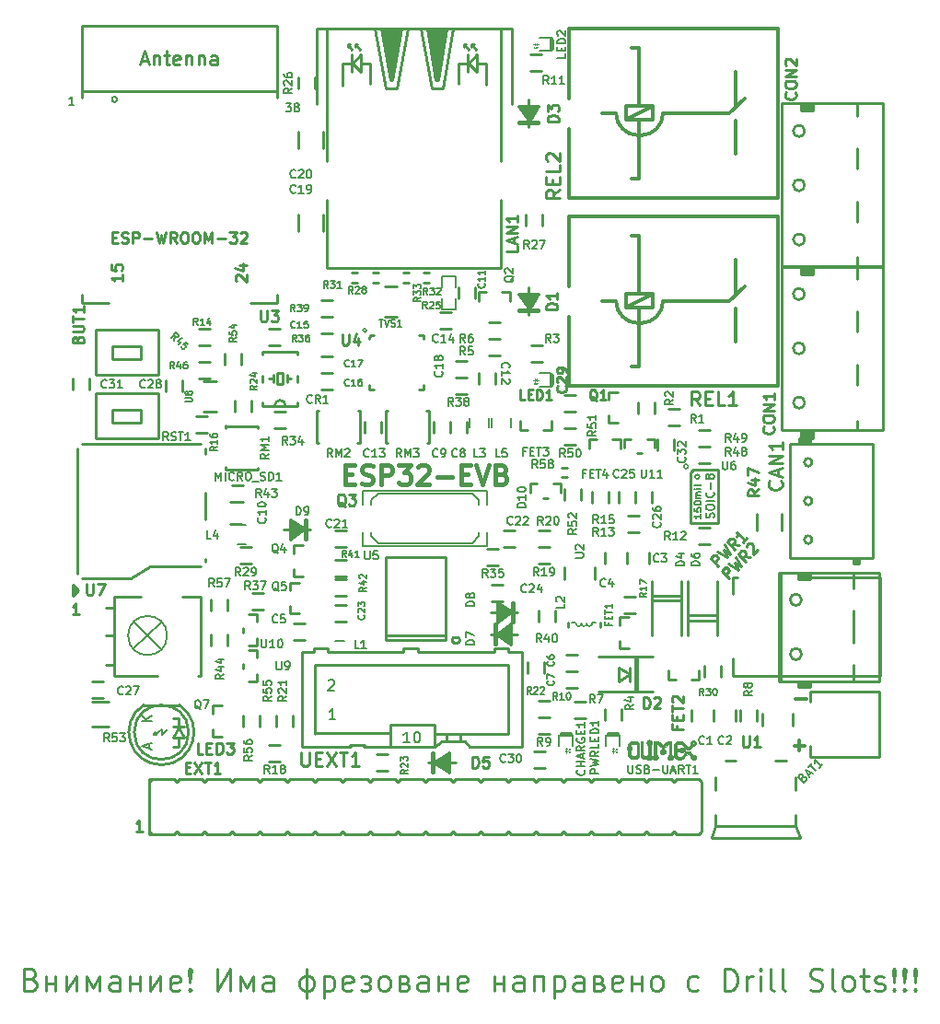
<source format=gbr>
G04 #@! TF.GenerationSoftware,KiCad,Pcbnew,5.1.6-c6e7f7d~87~ubuntu18.04.1*
G04 #@! TF.CreationDate,2022-06-03T15:36:12+03:00*
G04 #@! TF.ProjectId,ESP32-EVB_Rev_K,45535033-322d-4455-9642-5f5265765f4b,K*
G04 #@! TF.SameCoordinates,Original*
G04 #@! TF.FileFunction,Legend,Top*
G04 #@! TF.FilePolarity,Positive*
%FSLAX46Y46*%
G04 Gerber Fmt 4.6, Leading zero omitted, Abs format (unit mm)*
G04 Created by KiCad (PCBNEW 5.1.6-c6e7f7d~87~ubuntu18.04.1) date 2022-06-03 15:36:12*
%MOMM*%
%LPD*%
G01*
G04 APERTURE LIST*
%ADD10C,0.317500*%
%ADD11C,0.444500*%
%ADD12C,0.254000*%
%ADD13C,0.250000*%
%ADD14C,0.150000*%
%ADD15C,0.300000*%
%ADD16C,0.203200*%
%ADD17C,0.200000*%
%ADD18C,0.127000*%
%ADD19C,0.400000*%
%ADD20C,0.100000*%
%ADD21C,0.050000*%
%ADD22C,0.009000*%
%ADD23C,0.190500*%
%ADD24C,0.158750*%
%ADD25C,0.222250*%
G04 APERTURE END LIST*
D10*
X136676190Y-128995714D02*
X137643809Y-128995714D01*
X136549190Y-133313714D02*
X137516809Y-133313714D01*
X137033000Y-133797523D02*
X137033000Y-132829904D01*
D11*
X95250000Y-108331000D02*
X95842666Y-108331000D01*
X96096666Y-109262333D02*
X95250000Y-109262333D01*
X95250000Y-107484333D01*
X96096666Y-107484333D01*
X96774000Y-109177666D02*
X97028000Y-109262333D01*
X97451333Y-109262333D01*
X97620666Y-109177666D01*
X97705333Y-109093000D01*
X97790000Y-108923666D01*
X97790000Y-108754333D01*
X97705333Y-108585000D01*
X97620666Y-108500333D01*
X97451333Y-108415666D01*
X97112666Y-108331000D01*
X96943333Y-108246333D01*
X96858666Y-108161666D01*
X96774000Y-107992333D01*
X96774000Y-107823000D01*
X96858666Y-107653666D01*
X96943333Y-107569000D01*
X97112666Y-107484333D01*
X97536000Y-107484333D01*
X97790000Y-107569000D01*
X98552000Y-109262333D02*
X98552000Y-107484333D01*
X99229333Y-107484333D01*
X99398666Y-107569000D01*
X99483333Y-107653666D01*
X99568000Y-107823000D01*
X99568000Y-108077000D01*
X99483333Y-108246333D01*
X99398666Y-108331000D01*
X99229333Y-108415666D01*
X98552000Y-108415666D01*
X100160666Y-107484333D02*
X101261333Y-107484333D01*
X100668666Y-108161666D01*
X100922666Y-108161666D01*
X101092000Y-108246333D01*
X101176666Y-108331000D01*
X101261333Y-108500333D01*
X101261333Y-108923666D01*
X101176666Y-109093000D01*
X101092000Y-109177666D01*
X100922666Y-109262333D01*
X100414666Y-109262333D01*
X100245333Y-109177666D01*
X100160666Y-109093000D01*
X101938666Y-107653666D02*
X102023333Y-107569000D01*
X102192666Y-107484333D01*
X102616000Y-107484333D01*
X102785333Y-107569000D01*
X102870000Y-107653666D01*
X102954666Y-107823000D01*
X102954666Y-107992333D01*
X102870000Y-108246333D01*
X101854000Y-109262333D01*
X102954666Y-109262333D01*
X103716666Y-108585000D02*
X105071333Y-108585000D01*
X105918000Y-108331000D02*
X106510666Y-108331000D01*
X106764666Y-109262333D02*
X105918000Y-109262333D01*
X105918000Y-107484333D01*
X106764666Y-107484333D01*
X107272666Y-107484333D02*
X107865333Y-109262333D01*
X108458000Y-107484333D01*
X109643333Y-108331000D02*
X109897333Y-108415666D01*
X109982000Y-108500333D01*
X110066666Y-108669666D01*
X110066666Y-108923666D01*
X109982000Y-109093000D01*
X109897333Y-109177666D01*
X109728000Y-109262333D01*
X109050666Y-109262333D01*
X109050666Y-107484333D01*
X109643333Y-107484333D01*
X109812666Y-107569000D01*
X109897333Y-107653666D01*
X109982000Y-107823000D01*
X109982000Y-107992333D01*
X109897333Y-108161666D01*
X109812666Y-108246333D01*
X109643333Y-108331000D01*
X109050666Y-108331000D01*
D12*
X76617285Y-141175619D02*
X76036714Y-141175619D01*
X76327000Y-141175619D02*
X76327000Y-140159619D01*
X76230238Y-140304761D01*
X76133476Y-140401523D01*
X76036714Y-140449904D01*
X70485000Y-118745000D02*
X70485000Y-119253000D01*
X70358000Y-118618000D02*
X70358000Y-119380000D01*
X70231000Y-118491000D02*
X70231000Y-119507000D01*
X70739000Y-118999000D02*
X70231000Y-118491000D01*
X70231000Y-119507000D02*
X70739000Y-118999000D01*
D13*
X70770714Y-121229380D02*
X70199285Y-121229380D01*
X70485000Y-121229380D02*
X70485000Y-120229380D01*
X70389761Y-120372238D01*
X70294523Y-120467476D01*
X70199285Y-120515095D01*
D12*
X136908000Y-117565000D02*
X138008000Y-117565000D01*
X136908000Y-117745000D02*
X137998000Y-117745000D01*
X136908000Y-117995000D02*
X138008000Y-117995000D01*
X138008000Y-117995000D02*
X138008000Y-117395000D01*
X136908000Y-117395000D02*
X136908000Y-117995000D01*
X136908000Y-127645000D02*
X138008000Y-127645000D01*
X138008000Y-127885000D02*
X138008000Y-127405000D01*
X136908000Y-127885000D02*
X138008000Y-127885000D01*
X136908000Y-127405000D02*
X136908000Y-127885000D01*
X135488000Y-127405000D02*
X135118000Y-127405000D01*
X135548000Y-117395000D02*
X135118000Y-117395000D01*
X135118000Y-117395000D02*
X135118000Y-127405000D01*
X137221450Y-119905000D02*
G75*
G03*
X137221450Y-119905000I-523450J0D01*
G01*
X137231450Y-124895000D02*
G75*
G03*
X137231450Y-124895000I-523450J0D01*
G01*
X142008000Y-117395000D02*
X142008000Y-118885000D01*
X142008000Y-127405000D02*
X142008000Y-125915000D01*
X142008000Y-123865000D02*
X142008000Y-120925000D01*
X144398000Y-127405000D02*
X144408000Y-117395000D01*
X144408000Y-117395000D02*
X135308000Y-117395000D01*
X135308000Y-117395000D02*
X135308000Y-127405000D01*
X135308000Y-127405000D02*
X144398000Y-127405000D01*
X130937000Y-117869000D02*
X131318000Y-117869000D01*
X144437000Y-117869000D02*
X137160000Y-117869000D01*
X130937000Y-117868720D02*
X130937000Y-119347000D01*
X130937000Y-126921000D02*
X130937000Y-125316000D01*
X144437000Y-126921000D02*
X144437000Y-117869000D01*
X130937000Y-126921000D02*
X144437000Y-126921000D01*
X97007680Y-133256020D02*
X97007680Y-133423660D01*
X95722440Y-133256020D02*
X96994980Y-133256020D01*
X95714820Y-133416040D02*
X95722440Y-133256020D01*
X96956880Y-133421120D02*
X99354640Y-133421120D01*
X99400360Y-131429760D02*
X103441500Y-131427220D01*
X99400360Y-133421120D02*
X99400360Y-131429760D01*
X106240580Y-132875020D02*
X106715560Y-133383020D01*
D14*
X106177080Y-132887720D02*
X106253280Y-132887720D01*
X106108500Y-132887720D02*
X106189780Y-132887720D01*
D12*
X104152700Y-132887720D02*
X106159300Y-132887720D01*
X103477060Y-133403340D02*
X104127300Y-132900420D01*
X103446580Y-131427220D02*
X103451660Y-133416040D01*
X106728260Y-133395720D02*
X111483140Y-133398260D01*
X92369640Y-124383800D02*
X92369640Y-124696220D01*
X93672660Y-124383800D02*
X92369640Y-124383800D01*
X93672660Y-124703840D02*
X93672660Y-124383800D01*
X100611940Y-124703840D02*
X93672660Y-124703840D01*
X100617020Y-124399040D02*
X100611940Y-124703840D01*
X101927660Y-124393960D02*
X100617020Y-124399040D01*
X101932740Y-124719080D02*
X101927660Y-124393960D01*
X108943140Y-124698760D02*
X101932740Y-124719080D01*
X108943140Y-124393960D02*
X108943140Y-124698760D01*
X110246160Y-124393960D02*
X108943140Y-124393960D01*
X110246160Y-124691140D02*
X110246160Y-124393960D01*
X111500920Y-124693680D02*
X110246160Y-124691140D01*
X99387660Y-132189220D02*
X92539820Y-132191760D01*
X99400360Y-133418580D02*
X103449120Y-133416040D01*
X92468700Y-125844300D02*
X110210600Y-125857000D01*
X91262200Y-124701300D02*
X92367100Y-124701300D01*
X91274900Y-124714000D02*
X91274900Y-133426200D01*
X92468700Y-125844300D02*
X92468700Y-132194300D01*
X110223300Y-125869700D02*
X110223300Y-132219700D01*
X103466900Y-132207000D02*
X110210600Y-132219700D01*
X91287600Y-133413500D02*
X95758000Y-133413500D01*
X111531400Y-124714000D02*
X111531400Y-133426200D01*
X104546400Y-132219700D02*
X104546400Y-132867400D01*
X105867200Y-132207000D02*
X105867200Y-132867400D01*
X71010000Y-67133000D02*
X89010000Y-67133000D01*
X71010000Y-73133000D02*
X89010000Y-73133000D01*
X89010000Y-67133000D02*
X89010000Y-73753000D01*
X71010000Y-92633000D02*
X71010000Y-91883000D01*
X71010000Y-92633000D02*
X73510000Y-92633000D01*
X89010000Y-92633000D02*
X86560000Y-92633000D01*
X89010000Y-92633000D02*
X89010000Y-91883000D01*
X71010000Y-67133000D02*
X71010000Y-73753000D01*
X72860000Y-92633000D02*
X73510000Y-92633000D01*
X87160000Y-92633000D02*
X86560000Y-92633000D01*
X100838000Y-89852500D02*
X100584000Y-89852500D01*
X100838000Y-89852500D02*
X101092000Y-89852500D01*
X100838000Y-90741500D02*
X101092000Y-90741500D01*
X100838000Y-90741500D02*
X100584000Y-90741500D01*
X85852000Y-110871000D02*
X84836000Y-110871000D01*
X85852000Y-109347000D02*
X84836000Y-109347000D01*
X102743000Y-89852500D02*
X102997000Y-89852500D01*
X102743000Y-89852500D02*
X102489000Y-89852500D01*
X102743000Y-90741500D02*
X102489000Y-90741500D01*
X102743000Y-90741500D02*
X102997000Y-90741500D01*
X107696000Y-141224000D02*
X107950000Y-141478000D01*
X107442000Y-141478000D02*
X107696000Y-141224000D01*
X104902000Y-141478000D02*
X102870000Y-141478000D01*
X105156000Y-141224000D02*
X104902000Y-141478000D01*
X105410000Y-141478000D02*
X105156000Y-141224000D01*
X107442000Y-141478000D02*
X105410000Y-141478000D01*
X102870000Y-141478000D02*
X102616000Y-141224000D01*
X102616000Y-136652000D02*
X102870000Y-136398000D01*
X109982000Y-141478000D02*
X107950000Y-141478000D01*
X110236000Y-141224000D02*
X109982000Y-141478000D01*
X113030000Y-141478000D02*
X112776000Y-141224000D01*
X112522000Y-141478000D02*
X110490000Y-141478000D01*
X112776000Y-141224000D02*
X112522000Y-141478000D01*
X112522000Y-136398000D02*
X112776000Y-136652000D01*
X110490000Y-136398000D02*
X112522000Y-136398000D01*
X110236000Y-136652000D02*
X110490000Y-136398000D01*
X109982000Y-136398000D02*
X110236000Y-136652000D01*
X107950000Y-136398000D02*
X109982000Y-136398000D01*
X107696000Y-136652000D02*
X107950000Y-136398000D01*
X107442000Y-136398000D02*
X107696000Y-136652000D01*
X105410000Y-136398000D02*
X107442000Y-136398000D01*
X105156000Y-136652000D02*
X105410000Y-136398000D01*
X104902000Y-136398000D02*
X105156000Y-136652000D01*
X102870000Y-136398000D02*
X104902000Y-136398000D01*
X112776000Y-136652000D02*
X113030000Y-136398000D01*
X113030000Y-136398000D02*
X115062000Y-136398000D01*
X117602000Y-136398000D02*
X117856000Y-136652000D01*
X115062000Y-141478000D02*
X113030000Y-141478000D01*
X110490000Y-141478000D02*
X110236000Y-141224000D01*
X117856000Y-141224000D02*
X117602000Y-141478000D01*
X115570000Y-136398000D02*
X117602000Y-136398000D01*
X115316000Y-136652000D02*
X115570000Y-136398000D01*
X117602000Y-141478000D02*
X115570000Y-141478000D01*
X115316000Y-141224000D02*
X115062000Y-141478000D01*
X115570000Y-141478000D02*
X115316000Y-141224000D01*
X115062000Y-136398000D02*
X115316000Y-136652000D01*
X117602000Y-136398000D02*
X117856000Y-136652000D01*
X117856000Y-141224000D02*
X117602000Y-141478000D01*
X117602000Y-141478000D02*
X115570000Y-141478000D01*
X115570000Y-136398000D02*
X117602000Y-136398000D01*
X115316000Y-136652000D02*
X115570000Y-136398000D01*
X115570000Y-141478000D02*
X115316000Y-141224000D01*
X120650000Y-141478000D02*
X120396000Y-141224000D01*
X120396000Y-136652000D02*
X120650000Y-136398000D01*
X120650000Y-136398000D02*
X122682000Y-136398000D01*
X122682000Y-141478000D02*
X120650000Y-141478000D01*
X122936000Y-141224000D02*
X122682000Y-141478000D01*
X122682000Y-136398000D02*
X122936000Y-136652000D01*
X120142000Y-136398000D02*
X120396000Y-136652000D01*
X120650000Y-141478000D02*
X120396000Y-141224000D01*
X120396000Y-141224000D02*
X120142000Y-141478000D01*
X122682000Y-141478000D02*
X120650000Y-141478000D01*
X120396000Y-136652000D02*
X120650000Y-136398000D01*
X120650000Y-136398000D02*
X122682000Y-136398000D01*
X122936000Y-141224000D02*
X122682000Y-141478000D01*
X120142000Y-141478000D02*
X118110000Y-141478000D01*
X122682000Y-136398000D02*
X122936000Y-136652000D01*
X118110000Y-136398000D02*
X120142000Y-136398000D01*
X117856000Y-136652000D02*
X118110000Y-136398000D01*
X118110000Y-141478000D02*
X117856000Y-141224000D01*
X123190000Y-141478000D02*
X122936000Y-141224000D01*
X122936000Y-136652000D02*
X123190000Y-136398000D01*
X123190000Y-136398000D02*
X125222000Y-136398000D01*
X127762000Y-136398000D02*
X128016000Y-136652000D01*
X125222000Y-141478000D02*
X123190000Y-141478000D01*
X128016000Y-141224000D02*
X127762000Y-141478000D01*
X128016000Y-139192000D02*
X128016000Y-141224000D01*
X125730000Y-136398000D02*
X127762000Y-136398000D01*
X125476000Y-136652000D02*
X125730000Y-136398000D01*
X127762000Y-141478000D02*
X125730000Y-141478000D01*
X125476000Y-141224000D02*
X125222000Y-141478000D01*
X125730000Y-141478000D02*
X125476000Y-141224000D01*
X125222000Y-136398000D02*
X125476000Y-136652000D01*
X127762000Y-136398000D02*
X128016000Y-136652000D01*
X128016000Y-141224000D02*
X127762000Y-141478000D01*
X127762000Y-141478000D02*
X125730000Y-141478000D01*
X125730000Y-136398000D02*
X127762000Y-136398000D01*
X125476000Y-136652000D02*
X125730000Y-136398000D01*
X125730000Y-141478000D02*
X125476000Y-141224000D01*
X128016000Y-136652000D02*
X128016000Y-139065000D01*
X77216000Y-136398000D02*
X77216000Y-138938000D01*
X100330000Y-141478000D02*
X100076000Y-141224000D01*
X100076000Y-136652000D02*
X100330000Y-136398000D01*
X100330000Y-136398000D02*
X102362000Y-136398000D01*
X102362000Y-141478000D02*
X100330000Y-141478000D01*
X102616000Y-141224000D02*
X102362000Y-141478000D01*
X102362000Y-136398000D02*
X102616000Y-136652000D01*
X99822000Y-136398000D02*
X100076000Y-136652000D01*
X100330000Y-141478000D02*
X100076000Y-141224000D01*
X100076000Y-141224000D02*
X99822000Y-141478000D01*
X102362000Y-141478000D02*
X100330000Y-141478000D01*
X100076000Y-136652000D02*
X100330000Y-136398000D01*
X100330000Y-136398000D02*
X102362000Y-136398000D01*
X102616000Y-141224000D02*
X102362000Y-141478000D01*
X99822000Y-141478000D02*
X97790000Y-141478000D01*
X102362000Y-136398000D02*
X102616000Y-136652000D01*
X97790000Y-136398000D02*
X99822000Y-136398000D01*
X97536000Y-136652000D02*
X97790000Y-136398000D01*
X97790000Y-141478000D02*
X97536000Y-141224000D01*
X92710000Y-141478000D02*
X92456000Y-141224000D01*
X92456000Y-136652000D02*
X92710000Y-136398000D01*
X92710000Y-136398000D02*
X94742000Y-136398000D01*
X97282000Y-136398000D02*
X97536000Y-136652000D01*
X94742000Y-141478000D02*
X92710000Y-141478000D01*
X97536000Y-141224000D02*
X97282000Y-141478000D01*
X95250000Y-136398000D02*
X97282000Y-136398000D01*
X94996000Y-136652000D02*
X95250000Y-136398000D01*
X97282000Y-141478000D02*
X95250000Y-141478000D01*
X94996000Y-141224000D02*
X94742000Y-141478000D01*
X95250000Y-141478000D02*
X94996000Y-141224000D01*
X94742000Y-136398000D02*
X94996000Y-136652000D01*
X97282000Y-136398000D02*
X97536000Y-136652000D01*
X97536000Y-141224000D02*
X97282000Y-141478000D01*
X97282000Y-141478000D02*
X95250000Y-141478000D01*
X95250000Y-136398000D02*
X97282000Y-136398000D01*
X94996000Y-136652000D02*
X95250000Y-136398000D01*
X95250000Y-141478000D02*
X94996000Y-141224000D01*
X90170000Y-141478000D02*
X89916000Y-141224000D01*
X89916000Y-136652000D02*
X90170000Y-136398000D01*
X90170000Y-136398000D02*
X92202000Y-136398000D01*
X92202000Y-141478000D02*
X90170000Y-141478000D01*
X92456000Y-141224000D02*
X92202000Y-141478000D01*
X92202000Y-136398000D02*
X92456000Y-136652000D01*
X89662000Y-136398000D02*
X89916000Y-136652000D01*
X90170000Y-141478000D02*
X89916000Y-141224000D01*
X89916000Y-141224000D02*
X89662000Y-141478000D01*
X92202000Y-141478000D02*
X90170000Y-141478000D01*
X89916000Y-136652000D02*
X90170000Y-136398000D01*
X90170000Y-136398000D02*
X92202000Y-136398000D01*
X92456000Y-141224000D02*
X92202000Y-141478000D01*
X85090000Y-141478000D02*
X84836000Y-141224000D01*
X89662000Y-141478000D02*
X87630000Y-141478000D01*
X92202000Y-136398000D02*
X92456000Y-136652000D01*
X87630000Y-136398000D02*
X89662000Y-136398000D01*
X87376000Y-136652000D02*
X87630000Y-136398000D01*
X77216000Y-136398000D02*
X77470000Y-136398000D01*
X77470000Y-136398000D02*
X79502000Y-136398000D01*
X79502000Y-136398000D02*
X79756000Y-136652000D01*
X79756000Y-136652000D02*
X80010000Y-136398000D01*
X80010000Y-136398000D02*
X82042000Y-136398000D01*
X82042000Y-136398000D02*
X82296000Y-136652000D01*
X82296000Y-136652000D02*
X82550000Y-136398000D01*
X82550000Y-136398000D02*
X84582000Y-136398000D01*
X84582000Y-136398000D02*
X84836000Y-136652000D01*
X84836000Y-136652000D02*
X85090000Y-136398000D01*
X85090000Y-136398000D02*
X87122000Y-136398000D01*
X87122000Y-136398000D02*
X87376000Y-136652000D01*
X87376000Y-141224000D02*
X87122000Y-141478000D01*
X87122000Y-141478000D02*
X85090000Y-141478000D01*
X87630000Y-141478000D02*
X87376000Y-141224000D01*
X84836000Y-141224000D02*
X84582000Y-141478000D01*
X84582000Y-141478000D02*
X82550000Y-141478000D01*
X77216000Y-136652000D02*
X77470000Y-136398000D01*
X77470000Y-141478000D02*
X77216000Y-141224000D01*
X77724000Y-141478000D02*
X77216000Y-141478000D01*
X82042000Y-141478000D02*
X80010000Y-141478000D01*
X80010000Y-141478000D02*
X79756000Y-141224000D01*
X79756000Y-141224000D02*
X79502000Y-141478000D01*
X79502000Y-141478000D02*
X77724000Y-141478000D01*
X82042000Y-141478000D02*
X82296000Y-141224000D01*
X82296000Y-141224000D02*
X82550000Y-141478000D01*
X77216000Y-138938000D02*
X77216000Y-141478000D01*
X142500000Y-116215000D02*
X142000000Y-116215000D01*
X142500000Y-116415000D02*
X142000000Y-116415000D01*
X142000000Y-116565000D02*
X142000000Y-116065000D01*
X142500000Y-116565000D02*
X142000000Y-116565000D01*
X142500000Y-116065000D02*
X142500000Y-116565000D01*
X138000000Y-105415000D02*
X137000000Y-105415000D01*
X138000000Y-105215000D02*
X137000000Y-105215000D01*
X138000000Y-105065000D02*
X137000000Y-105065000D01*
X137000000Y-105065000D02*
X137000000Y-105565000D01*
X138000000Y-105065000D02*
X138000000Y-105565000D01*
X138200210Y-114371000D02*
G75*
G03*
X138200210Y-114371000I-359210J0D01*
G01*
X138200210Y-110815000D02*
G75*
G03*
X138200210Y-110815000I-359210J0D01*
G01*
X138200210Y-107259000D02*
G75*
G03*
X138200210Y-107259000I-359210J0D01*
G01*
X136200000Y-116065000D02*
X136200000Y-105565000D01*
X143800000Y-105565000D02*
X143800000Y-116065000D01*
X136200000Y-116065000D02*
X143800000Y-116065000D01*
X136200000Y-105565000D02*
X143800000Y-105565000D01*
X99510000Y-68259000D02*
X99510000Y-67389000D01*
X99620000Y-68969000D02*
X99340000Y-67389000D01*
X99550000Y-69579000D02*
X99700000Y-67399000D01*
X99580000Y-69999000D02*
X99180000Y-67429000D01*
X99450000Y-70749000D02*
X99930000Y-67389000D01*
X99510000Y-71219000D02*
X98990000Y-67489000D01*
X99500000Y-71799000D02*
X100170000Y-67379000D01*
X99510000Y-71969000D02*
X98790000Y-67369000D01*
X103600000Y-68229000D02*
X103740000Y-67419000D01*
X103770000Y-68999000D02*
X103570000Y-67359000D01*
X103680000Y-69879000D02*
X103870000Y-67369000D01*
X103730000Y-70589000D02*
X103370000Y-67379000D01*
X103710000Y-71109000D02*
X104120000Y-67379000D01*
X103720000Y-71399000D02*
X103160000Y-67369000D01*
X103710000Y-72009000D02*
X104360000Y-67379000D01*
X103700000Y-72159000D02*
X103050000Y-67369000D01*
X109600000Y-89359000D02*
X93600000Y-89359000D01*
X93600000Y-89359000D02*
X93600000Y-83109000D01*
X93600000Y-79609000D02*
X93600000Y-67359000D01*
X93600000Y-67359000D02*
X109600000Y-67359000D01*
X109600000Y-67359000D02*
X109600000Y-79609000D01*
X109600000Y-83109000D02*
X109600000Y-89359000D01*
X108200000Y-72559000D02*
X108200000Y-70559000D01*
X108200000Y-70559000D02*
X107500000Y-70559000D01*
X107400000Y-71359000D02*
X107400000Y-69759000D01*
X107398820Y-71361300D02*
X106598720Y-70561200D01*
X106598720Y-70561200D02*
X107398820Y-69761100D01*
X106499660Y-71361300D02*
X106499660Y-69761100D01*
X106398060Y-70561200D02*
X105699560Y-70561200D01*
X105700000Y-70559000D02*
X105700000Y-72459000D01*
X107299760Y-69359780D02*
X106898440Y-68859400D01*
X106898440Y-68859400D02*
X107099100Y-68859400D01*
X106898440Y-68859400D02*
X106898440Y-69060060D01*
X106598720Y-69359780D02*
X106199940Y-68859400D01*
X106199940Y-68859400D02*
X106398060Y-68859400D01*
X106199940Y-68859400D02*
X106199940Y-69060060D01*
X95034100Y-72588120D02*
X95034100Y-70561200D01*
X95034100Y-70561200D02*
X95732600Y-70561200D01*
X96733360Y-69761100D02*
X96733360Y-71361300D01*
X96733360Y-69761100D02*
X95933260Y-70561200D01*
X95933260Y-70561200D02*
X96733360Y-71361300D01*
X95834200Y-69761100D02*
X95834200Y-71361300D01*
X96832420Y-70561200D02*
X97533460Y-70561200D01*
X97533460Y-70561200D02*
X97533460Y-72499220D01*
X96601280Y-69359780D02*
X96202500Y-68859400D01*
X96202500Y-68859400D02*
X96400620Y-68859400D01*
X96202500Y-68859400D02*
X96202500Y-69060060D01*
X95900240Y-69359780D02*
X95501460Y-68859400D01*
X95501460Y-68859400D02*
X95702120Y-68859400D01*
X95501460Y-68859400D02*
X95501460Y-69060060D01*
X105199180Y-67360800D02*
X104198420Y-72859900D01*
X104198420Y-72859900D02*
X103197660Y-72859900D01*
X103197660Y-72859900D02*
X102199440Y-67360800D01*
X101000560Y-67360800D02*
X100002340Y-72859900D01*
X100002340Y-72859900D02*
X99001580Y-72859900D01*
X99001580Y-72859900D02*
X98000820Y-67360800D01*
X93600000Y-67359000D02*
X92600000Y-67359000D01*
X92600000Y-67359000D02*
X92600000Y-74359000D01*
X109600000Y-67359000D02*
X110600000Y-67359000D01*
X110600000Y-67359000D02*
X110600000Y-74359000D01*
X104599740Y-67360800D02*
X103799640Y-72161400D01*
X103799640Y-72161400D02*
X103598980Y-72161400D01*
X103598980Y-72161400D02*
X102798880Y-67360800D01*
X102798880Y-67360800D02*
X104599740Y-67360800D01*
X100401120Y-67360800D02*
X99601020Y-72161400D01*
X99601020Y-72161400D02*
X99400360Y-72161400D01*
X99400360Y-72161400D02*
X98600260Y-67360800D01*
X98600260Y-67360800D02*
X100401120Y-67360800D01*
D15*
X130576000Y-75184000D02*
X131976000Y-73784000D01*
X124476000Y-75184000D02*
X130376000Y-75184000D01*
X130376000Y-75184000D02*
X130576000Y-75184000D01*
X131176000Y-71384000D02*
X131176000Y-74484000D01*
X131176000Y-78884000D02*
X131176000Y-75884000D01*
X122576000Y-77184000D02*
X122076000Y-77184000D01*
X118876000Y-75184000D02*
X120176000Y-75184000D01*
X123576000Y-74484000D02*
X121076000Y-75784000D01*
X123576000Y-74484000D02*
X121076000Y-74484000D01*
X121076000Y-74484000D02*
X121076000Y-75784000D01*
X121076000Y-75784000D02*
X123576000Y-75784000D01*
X123576000Y-75784000D02*
X123576000Y-74484000D01*
X122276000Y-69184000D02*
X122276000Y-74484000D01*
X122276000Y-81184000D02*
X122276000Y-75784000D01*
X121576000Y-69184000D02*
X122276000Y-69184000D01*
X121576000Y-81184000D02*
X122276000Y-81184000D01*
X115876000Y-73784000D02*
X115876000Y-67384000D01*
X115876000Y-82984000D02*
X115876000Y-76584000D01*
X135076000Y-67384000D02*
X115876000Y-67384000D01*
X115876000Y-82984000D02*
X135076000Y-82984000D01*
X135076000Y-82984000D02*
X135076000Y-67384000D01*
X120176000Y-75184000D02*
G75*
G03*
X122176000Y-77184000I2000000J0D01*
G01*
X122476000Y-77184000D02*
G75*
G03*
X124476000Y-75184000I0J2000000D01*
G01*
X130576000Y-92456000D02*
X131976000Y-91056000D01*
X124476000Y-92456000D02*
X130376000Y-92456000D01*
X130376000Y-92456000D02*
X130576000Y-92456000D01*
X131176000Y-88656000D02*
X131176000Y-91756000D01*
X131176000Y-96156000D02*
X131176000Y-93156000D01*
X122576000Y-94456000D02*
X122076000Y-94456000D01*
X118876000Y-92456000D02*
X120176000Y-92456000D01*
X123576000Y-91756000D02*
X121076000Y-93056000D01*
X123576000Y-91756000D02*
X121076000Y-91756000D01*
X121076000Y-91756000D02*
X121076000Y-93056000D01*
X121076000Y-93056000D02*
X123576000Y-93056000D01*
X123576000Y-93056000D02*
X123576000Y-91756000D01*
X122276000Y-86456000D02*
X122276000Y-91756000D01*
X122276000Y-98456000D02*
X122276000Y-93056000D01*
X121576000Y-86456000D02*
X122276000Y-86456000D01*
X121576000Y-98456000D02*
X122276000Y-98456000D01*
X115876000Y-91056000D02*
X115876000Y-84656000D01*
X115876000Y-100256000D02*
X115876000Y-93856000D01*
X135076000Y-84656000D02*
X115876000Y-84656000D01*
X115876000Y-100256000D02*
X135076000Y-100256000D01*
X135076000Y-100256000D02*
X135076000Y-84656000D01*
X120176000Y-92456000D02*
G75*
G03*
X122176000Y-94456000I2000000J0D01*
G01*
X122476000Y-94456000D02*
G75*
G03*
X124476000Y-92456000I0J2000000D01*
G01*
D12*
X144353280Y-128303020D02*
X138036298Y-128303020D01*
X144353280Y-134383780D02*
X144353280Y-128303020D01*
X138043920Y-134383780D02*
X144353280Y-134383780D01*
X138036300Y-134378700D02*
X138036300Y-133324600D01*
X138036300Y-129311400D02*
X138036300Y-128308100D01*
X123491000Y-118150000D02*
X123491000Y-123150000D01*
X126191000Y-119520000D02*
X123491000Y-119520000D01*
X126191000Y-123150000D02*
X126191000Y-118150000D01*
X126191000Y-119960000D02*
X123491000Y-119960000D01*
X129493000Y-123150000D02*
X129493000Y-118150000D01*
X126793000Y-121780000D02*
X129493000Y-121780000D01*
X126793000Y-118150000D02*
X126793000Y-123150000D01*
X126793000Y-121340000D02*
X129493000Y-121340000D01*
X103886000Y-135001000D02*
X103886000Y-134620000D01*
X104013000Y-135128000D02*
X104013000Y-134493000D01*
X104140000Y-135255000D02*
X104140000Y-134493000D01*
X104267000Y-135255000D02*
X104267000Y-134366000D01*
X104394000Y-134366000D02*
X104394000Y-135509000D01*
X104521000Y-135509000D02*
X104521000Y-134239000D01*
X104648000Y-134112000D02*
X104648000Y-135636000D01*
X103428800Y-135813800D02*
X103251000Y-135813800D01*
X103428800Y-133908800D02*
X103251000Y-133908800D01*
X103251000Y-135813800D02*
X103251000Y-133908800D01*
X104800400Y-135813800D02*
X104800400Y-133908800D01*
X103428800Y-135813800D02*
X103428800Y-133908800D01*
X103428800Y-134899400D02*
X104800400Y-133908800D01*
X104800400Y-135813800D02*
X103428800Y-134899400D01*
X105384600Y-134861300D02*
X102908100Y-134861300D01*
X109601000Y-123190000D02*
X109601000Y-122809000D01*
X109728000Y-123317000D02*
X109728000Y-122682000D01*
X109855000Y-123444000D02*
X109855000Y-122682000D01*
X109982000Y-123444000D02*
X109982000Y-122555000D01*
X110109000Y-122555000D02*
X110109000Y-123698000D01*
X110236000Y-123698000D02*
X110236000Y-122428000D01*
X110363000Y-122301000D02*
X110363000Y-123825000D01*
X109143800Y-124002800D02*
X108966000Y-124002800D01*
X109143800Y-122097800D02*
X108966000Y-122097800D01*
X108966000Y-124002800D02*
X108966000Y-122097800D01*
X110515400Y-124002800D02*
X110515400Y-122097800D01*
X109143800Y-124002800D02*
X109143800Y-122097800D01*
X109143800Y-123088400D02*
X110515400Y-122097800D01*
X110515400Y-124002800D02*
X109143800Y-123088400D01*
X111099600Y-123050300D02*
X108623100Y-123050300D01*
X110109000Y-120904000D02*
X110109000Y-121285000D01*
X109982000Y-120777000D02*
X109982000Y-121412000D01*
X109855000Y-120650000D02*
X109855000Y-121412000D01*
X109728000Y-120650000D02*
X109728000Y-121539000D01*
X109601000Y-121539000D02*
X109601000Y-120396000D01*
X109474000Y-120396000D02*
X109474000Y-121666000D01*
X109347000Y-121793000D02*
X109347000Y-120269000D01*
X110566200Y-120091200D02*
X110744000Y-120091200D01*
X110566200Y-121996200D02*
X110744000Y-121996200D01*
X110744000Y-120091200D02*
X110744000Y-121996200D01*
X109194600Y-120091200D02*
X109194600Y-121996200D01*
X110566200Y-120091200D02*
X110566200Y-121996200D01*
X110566200Y-121005600D02*
X109194600Y-121996200D01*
X109194600Y-120091200D02*
X110566200Y-121005600D01*
X108610400Y-121043700D02*
X111086900Y-121043700D01*
D14*
X97663000Y-110744000D02*
X97663000Y-111125000D01*
X97663000Y-114046000D02*
X97663000Y-113665000D01*
X107569000Y-114046000D02*
X107569000Y-113665000D01*
X107569000Y-110744000D02*
X107569000Y-111125000D01*
X108331000Y-109855000D02*
X108331000Y-111125000D01*
X108331000Y-114935000D02*
X108331000Y-113665000D01*
X96901000Y-114935000D02*
X96901000Y-113665000D01*
X96901000Y-109855000D02*
X96901000Y-111125000D01*
X97663000Y-114046000D02*
X98298000Y-114681000D01*
X98298000Y-114681000D02*
X106934000Y-114681000D01*
X106934000Y-114681000D02*
X107569000Y-114046000D01*
X107569000Y-110744000D02*
X106934000Y-110109000D01*
X106934000Y-110109000D02*
X98298000Y-110109000D01*
X98298000Y-110109000D02*
X97663000Y-110744000D01*
X108331000Y-114935000D02*
X96901000Y-114935000D01*
X96901000Y-109855000D02*
X108331000Y-109855000D01*
D12*
X128936000Y-141732000D02*
X129317000Y-140716000D01*
X137064000Y-141732000D02*
X136683000Y-140716000D01*
X136700000Y-136203000D02*
X136700000Y-137403000D01*
X129300000Y-140703000D02*
X129300000Y-139703000D01*
X137064000Y-141803000D02*
X128936000Y-141803000D01*
X136700000Y-139703000D02*
X136700000Y-140703000D01*
X135800000Y-134703000D02*
X134800000Y-134703000D01*
X131200000Y-134703000D02*
X130200000Y-134703000D01*
X129300000Y-136203000D02*
X129300000Y-137403000D01*
X136700000Y-140703000D02*
X129300000Y-140703000D01*
X76484000Y-96555000D02*
X76484000Y-97755000D01*
X76484000Y-97755000D02*
X73884000Y-97755000D01*
X73884000Y-96555000D02*
X73884000Y-97755000D01*
X76484000Y-96555000D02*
X73884000Y-96555000D01*
X72284000Y-99255000D02*
X78084000Y-99255000D01*
X72284000Y-95055000D02*
X72284000Y-99255000D01*
X78084000Y-95055000D02*
X72284000Y-95055000D01*
X78084000Y-99255000D02*
X78084000Y-95055000D01*
X76484000Y-102397000D02*
X76484000Y-103597000D01*
X76484000Y-103597000D02*
X73884000Y-103597000D01*
X73884000Y-102397000D02*
X73884000Y-103597000D01*
X76484000Y-102397000D02*
X73884000Y-102397000D01*
X72284000Y-105097000D02*
X78084000Y-105097000D01*
X72284000Y-100897000D02*
X72284000Y-105097000D01*
X78084000Y-100897000D02*
X72284000Y-100897000D01*
X78084000Y-105097000D02*
X78084000Y-100897000D01*
D16*
X127832566Y-108585000D02*
G75*
G03*
X127832566Y-108585000I-197566J0D01*
G01*
D12*
X129540000Y-107913000D02*
X129540000Y-112813000D01*
X127270000Y-107913000D02*
X129540000Y-107913000D01*
X127000000Y-108213000D02*
X127270000Y-107913000D01*
X127000000Y-112813000D02*
X127000000Y-108213000D01*
X129540000Y-112813000D02*
X127000000Y-112813000D01*
D16*
X126803866Y-107637580D02*
G75*
G03*
X126803866Y-107637580I-197566J0D01*
G01*
D12*
X98996500Y-123190000D02*
X104457500Y-123190000D01*
X98996500Y-115951000D02*
X98996500Y-123571000D01*
X104457500Y-123571000D02*
X104457500Y-115951000D01*
X98996500Y-115951000D02*
X104457500Y-115951000D01*
X104457500Y-123571000D02*
X98996500Y-123571000D01*
X77284580Y-116852700D02*
X75577700Y-117944900D01*
X70609460Y-106027220D02*
X70609460Y-117513100D01*
X71038720Y-105585260D02*
X81975960Y-105585260D01*
X71038720Y-117944900D02*
X75557380Y-117944900D01*
X82405220Y-116123720D02*
X82405220Y-116423440D01*
X82405220Y-110025180D02*
X82405220Y-112473740D01*
X82405220Y-106017060D02*
X82405220Y-106486960D01*
X81975960Y-116852700D02*
X77284580Y-116852700D01*
D17*
X97226873Y-95145860D02*
G75*
G03*
X97226873Y-95145860I-176013J0D01*
G01*
D12*
X97850960Y-95544640D02*
X97624900Y-95544640D01*
X102448360Y-95544640D02*
X102047040Y-95544640D01*
X102448360Y-95945960D02*
X102448360Y-95544640D01*
X102448360Y-100543360D02*
X102448360Y-100142040D01*
X102047040Y-100543360D02*
X102448360Y-100543360D01*
X97449640Y-100543360D02*
X97850960Y-100543360D01*
X97449640Y-100142040D02*
X97449640Y-100543360D01*
X97449640Y-95719900D02*
X97449640Y-95945960D01*
X97624900Y-95544640D02*
X97449640Y-95719900D01*
X138300000Y-74924000D02*
X138300000Y-74224000D01*
X137200000Y-74924000D02*
X138300000Y-74924000D01*
X137200000Y-74224000D02*
X137200000Y-74924000D01*
X137240000Y-89894000D02*
X138300000Y-89894000D01*
X137200000Y-90024000D02*
X138300000Y-90024000D01*
X138300000Y-90024000D02*
X138300000Y-89324000D01*
X137200000Y-89324000D02*
X137200000Y-90024000D01*
X142300000Y-75404000D02*
X142300000Y-74214000D01*
X142300000Y-80224000D02*
X142300000Y-78404000D01*
X142300000Y-85154000D02*
X142300000Y-83294000D01*
X142300000Y-88414000D02*
X142300000Y-89314000D01*
X135410000Y-89324000D02*
X144690000Y-89314000D01*
X135410000Y-74224000D02*
X135410000Y-89324000D01*
X144690000Y-74214000D02*
X135410000Y-74224000D01*
X144690000Y-89314000D02*
X144690000Y-74214000D01*
X137513450Y-76794000D02*
G75*
G03*
X137513450Y-76794000I-523450J0D01*
G01*
X137200000Y-74444000D02*
X138300000Y-74444000D01*
X137200000Y-74624000D02*
X138290000Y-74624000D01*
X137200000Y-74874000D02*
X138300000Y-74874000D01*
X137200000Y-89524000D02*
X138300000Y-89524000D01*
X137200000Y-89764000D02*
X138300000Y-89764000D01*
X137513450Y-81784000D02*
G75*
G03*
X137513450Y-81784000I-523450J0D01*
G01*
X137523450Y-86774000D02*
G75*
G03*
X137523450Y-86774000I-523450J0D01*
G01*
X138300000Y-89924000D02*
X138300000Y-89224000D01*
X137200000Y-89924000D02*
X138300000Y-89924000D01*
X137200000Y-89224000D02*
X137200000Y-89924000D01*
X137240000Y-104894000D02*
X138300000Y-104894000D01*
X137200000Y-105024000D02*
X138300000Y-105024000D01*
X138300000Y-105024000D02*
X138300000Y-104324000D01*
X137200000Y-104324000D02*
X137200000Y-105024000D01*
X142300000Y-90404000D02*
X142300000Y-89214000D01*
X142300000Y-95224000D02*
X142300000Y-93404000D01*
X142300000Y-100154000D02*
X142300000Y-98294000D01*
X142300000Y-103414000D02*
X142300000Y-104314000D01*
X135410000Y-104324000D02*
X144690000Y-104314000D01*
X135410000Y-89224000D02*
X135410000Y-104324000D01*
X144690000Y-89214000D02*
X135410000Y-89224000D01*
X144690000Y-104314000D02*
X144690000Y-89214000D01*
X137513450Y-91794000D02*
G75*
G03*
X137513450Y-91794000I-523450J0D01*
G01*
X137200000Y-89444000D02*
X138300000Y-89444000D01*
X137200000Y-89624000D02*
X138290000Y-89624000D01*
X137200000Y-89874000D02*
X138300000Y-89874000D01*
X137200000Y-104524000D02*
X138300000Y-104524000D01*
X137200000Y-104764000D02*
X138300000Y-104764000D01*
X137513450Y-96784000D02*
G75*
G03*
X137513450Y-96784000I-523450J0D01*
G01*
X137523450Y-101774000D02*
G75*
G03*
X137523450Y-101774000I-523450J0D01*
G01*
X79959000Y-133380000D02*
X79459000Y-133380000D01*
X79959000Y-130780000D02*
X79459000Y-130780000D01*
D18*
X77759000Y-132334000D02*
X77632000Y-132334000D01*
X77632000Y-132334000D02*
X77759000Y-132207000D01*
X78902000Y-131826000D02*
X78394000Y-132334000D01*
X78394000Y-132334000D02*
X78394000Y-131826000D01*
X78394000Y-131826000D02*
X77759000Y-132334000D01*
X77759000Y-132334000D02*
X77886000Y-132334000D01*
X77886000Y-132334000D02*
X77759000Y-132080000D01*
X77759000Y-132080000D02*
X77632000Y-132334000D01*
D12*
X79959000Y-132580000D02*
X79959000Y-133380000D01*
X79959000Y-130780000D02*
X79959000Y-131580000D01*
X79459000Y-131580000D02*
X80459000Y-131580000D01*
X80459000Y-132580000D02*
X79459000Y-132580000D01*
X79459000Y-132580000D02*
X79959000Y-131680000D01*
X79959000Y-131680000D02*
X80459000Y-132580000D01*
X80859000Y-132080000D02*
G75*
G03*
X80859000Y-132080000I-2500000J0D01*
G01*
X76709000Y-129580000D02*
X80009000Y-129580000D01*
X80009000Y-129580000D02*
X80009000Y-129580000D01*
X80006834Y-129578572D02*
G75*
G02*
X76709000Y-129580000I-1647834J-2501428D01*
G01*
D14*
X78885051Y-123190000D02*
G75*
G03*
X78885051Y-123190000I-1796051J0D01*
G01*
X75809000Y-124400000D02*
X78309000Y-121950000D01*
X78309000Y-124450000D02*
X75859000Y-121950000D01*
D13*
X82009000Y-126900000D02*
X81759000Y-126900000D01*
X82009000Y-119650000D02*
X82009000Y-126900000D01*
X80259000Y-119650000D02*
X82009000Y-119650000D01*
X74009000Y-119650000D02*
X76509000Y-119650000D01*
X74009000Y-126900000D02*
X74009000Y-119650000D01*
X78009000Y-126900000D02*
X74009000Y-126900000D01*
X73259000Y-120650000D02*
X74009000Y-120650000D01*
X73259000Y-123150000D02*
X74009000Y-123150000D01*
X73259000Y-125900000D02*
X74009000Y-125900000D01*
D12*
X88646000Y-99568000D02*
X88265000Y-99568000D01*
X88646000Y-99568000D02*
X88646000Y-99240340D01*
X88646000Y-99895660D02*
X88646000Y-99568000D01*
X89916000Y-99568000D02*
X90297000Y-99568000D01*
X89916000Y-99568000D02*
X89916000Y-99240340D01*
X89916000Y-99895660D02*
X89916000Y-99568000D01*
X89027000Y-100076000D02*
X89535000Y-100076000D01*
X89027000Y-99060000D02*
X89027000Y-100076000D01*
X89535000Y-99060000D02*
X89027000Y-99060000D01*
X89535000Y-100076000D02*
X89535000Y-99060000D01*
X87681000Y-97368000D02*
X87681000Y-97068000D01*
X87681000Y-99868000D02*
X87681000Y-99268000D01*
X87681000Y-102068000D02*
X87681000Y-101768000D01*
X90881000Y-97368000D02*
X90881000Y-97068000D01*
X90881000Y-99868000D02*
X90881000Y-99268000D01*
X90881000Y-102068000D02*
X90881000Y-101768000D01*
X87681000Y-97068000D02*
X90881000Y-97068000D01*
X90881000Y-102068000D02*
X87681000Y-102068000D01*
X89781000Y-102058000D02*
G75*
G03*
X88781000Y-102058000I-500000J0D01*
G01*
X86614000Y-116586000D02*
X85598000Y-116586000D01*
X86614000Y-115062000D02*
X85598000Y-115062000D01*
X131191000Y-130048000D02*
X131191000Y-131064000D01*
X129159000Y-130048000D02*
X129159000Y-131064000D01*
D18*
X104140000Y-91186000D02*
X104140000Y-90170000D01*
X104140000Y-90170000D02*
X105410000Y-90170000D01*
X105410000Y-90170000D02*
X105410000Y-91186000D01*
X104140000Y-93218000D02*
X105410000Y-93218000D01*
X105410000Y-93218000D02*
X105410000Y-92202000D01*
X104140000Y-93218000D02*
X104140000Y-92202000D01*
D19*
X121981000Y-128221000D02*
X121981000Y-125221000D01*
D12*
X123530360Y-128348740D02*
X118531640Y-128348740D01*
X118531640Y-125143260D02*
X123530360Y-125143260D01*
X120396000Y-126111000D02*
X120396000Y-127381000D01*
X120396000Y-127381000D02*
X121412000Y-126746000D01*
X120396000Y-126111000D02*
X121412000Y-126746000D01*
X121412000Y-126111000D02*
X121412000Y-127381000D01*
X84455000Y-119888000D02*
X84455000Y-120904000D01*
X82931000Y-119888000D02*
X82931000Y-120904000D01*
X84455000Y-123063000D02*
X84455000Y-124079000D01*
X82931000Y-123063000D02*
X82931000Y-124079000D01*
X85826600Y-122478800D02*
X85826600Y-122885200D01*
X87147400Y-124104400D02*
X86360000Y-124104400D01*
X87147400Y-123444000D02*
X87147400Y-124104400D01*
X87147400Y-121259600D02*
X87147400Y-121920000D01*
X86360000Y-121259600D02*
X87147400Y-121259600D01*
X85826600Y-125780800D02*
X85826600Y-126187200D01*
X87147400Y-127406400D02*
X86360000Y-127406400D01*
X87147400Y-126746000D02*
X87147400Y-127406400D01*
X87147400Y-124561600D02*
X87147400Y-125222000D01*
X86360000Y-124561600D02*
X87147400Y-124561600D01*
X87757000Y-120777000D02*
X86741000Y-120777000D01*
X87757000Y-119253000D02*
X86741000Y-119253000D01*
X121158000Y-116586000D02*
X121158000Y-115570000D01*
X119126000Y-116586000D02*
X119126000Y-115570000D01*
X121158000Y-116586000D02*
X121158000Y-115570000D01*
X123190000Y-116586000D02*
X123190000Y-115570000D01*
X114046000Y-115062000D02*
X113030000Y-115062000D01*
X114046000Y-113538000D02*
X113030000Y-113538000D01*
X114046000Y-116586000D02*
X113030000Y-116586000D01*
X114046000Y-115062000D02*
X113030000Y-115062000D01*
X119126000Y-130937000D02*
X119126000Y-129921000D01*
X120650000Y-130937000D02*
X120650000Y-129921000D01*
X87376000Y-130556000D02*
X87376000Y-131572000D01*
X85852000Y-130556000D02*
X85852000Y-131572000D01*
X88900000Y-130556000D02*
X88900000Y-131572000D01*
X87376000Y-130556000D02*
X87376000Y-131572000D01*
X84201000Y-98298000D02*
X84201000Y-97282000D01*
X85725000Y-98298000D02*
X85725000Y-97282000D01*
X73533000Y-129286000D02*
X72009000Y-129286000D01*
X73533000Y-131572000D02*
X72009000Y-131572000D01*
X128778000Y-105791000D02*
X127762000Y-105791000D01*
X128778000Y-104267000D02*
X127762000Y-104267000D01*
X128778000Y-107315000D02*
X127762000Y-107315000D01*
X128778000Y-105791000D02*
X127762000Y-105791000D01*
X135382000Y-112014000D02*
X135382000Y-113538000D01*
X133096000Y-112014000D02*
X133096000Y-113538000D01*
X81788000Y-98044000D02*
X82804000Y-98044000D01*
X81788000Y-99568000D02*
X82804000Y-99568000D01*
X82804000Y-98044000D02*
X81788000Y-98044000D01*
X82804000Y-96520000D02*
X81788000Y-96520000D01*
X95377000Y-119507000D02*
X94361000Y-119507000D01*
X95377000Y-117983000D02*
X94361000Y-117983000D01*
X129794000Y-125984000D02*
X129794000Y-127000000D01*
X128270000Y-125984000D02*
X128270000Y-127000000D01*
X78740000Y-100711000D02*
X78740000Y-99695000D01*
X80264000Y-100711000D02*
X80264000Y-99695000D01*
X72009000Y-127381000D02*
X73025000Y-127381000D01*
X72009000Y-128905000D02*
X73025000Y-128905000D01*
X123444000Y-109982000D02*
X123444000Y-110998000D01*
X121920000Y-109982000D02*
X121920000Y-110998000D01*
X120396000Y-109982000D02*
X120396000Y-110998000D01*
X121920000Y-109982000D02*
X121920000Y-110998000D01*
X108712000Y-118491000D02*
X109728000Y-118491000D01*
X108712000Y-120015000D02*
X109728000Y-120015000D01*
X95377000Y-121920000D02*
X94361000Y-121920000D01*
X95377000Y-120396000D02*
X94361000Y-120396000D01*
X109855000Y-113538000D02*
X110871000Y-113538000D01*
X109855000Y-115062000D02*
X110871000Y-115062000D01*
X95377000Y-115062000D02*
X94361000Y-115062000D01*
X95377000Y-113538000D02*
X94361000Y-113538000D01*
X90932000Y-76835000D02*
X90932000Y-78359000D01*
X93218000Y-76835000D02*
X93218000Y-78359000D01*
X93218000Y-85979000D02*
X93218000Y-84455000D01*
X90932000Y-85979000D02*
X90932000Y-84455000D01*
X95377000Y-117729000D02*
X94361000Y-117729000D01*
X95377000Y-116205000D02*
X94361000Y-116205000D01*
X114554000Y-120904000D02*
X114554000Y-121920000D01*
X113030000Y-120904000D02*
X113030000Y-121920000D01*
X94107000Y-93853000D02*
X93091000Y-93853000D01*
X94107000Y-92329000D02*
X93091000Y-92329000D01*
X105410000Y-99441000D02*
X106426000Y-99441000D01*
X105410000Y-100965000D02*
X106426000Y-100965000D01*
X88265000Y-94996000D02*
X89281000Y-94996000D01*
X88265000Y-96520000D02*
X89281000Y-96520000D01*
X109347000Y-116713000D02*
X108331000Y-116713000D01*
X109347000Y-115189000D02*
X108331000Y-115189000D01*
X88773000Y-102616000D02*
X89789000Y-102616000D01*
X88773000Y-104140000D02*
X89789000Y-104140000D01*
X113411000Y-84455000D02*
X113411000Y-85471000D01*
X111887000Y-84455000D02*
X111887000Y-85471000D01*
X90932000Y-72898000D02*
X90932000Y-71882000D01*
X92456000Y-72898000D02*
X92456000Y-71882000D01*
X85090000Y-102616000D02*
X85090000Y-101600000D01*
X86614000Y-102616000D02*
X86614000Y-101600000D01*
X99187000Y-135636000D02*
X98171000Y-135636000D01*
X99187000Y-134112000D02*
X98171000Y-134112000D01*
X113538000Y-125603000D02*
X113538000Y-126619000D01*
X112014000Y-125603000D02*
X112014000Y-126619000D01*
X88900000Y-131572000D02*
X88900000Y-130556000D01*
X90424000Y-131572000D02*
X90424000Y-130556000D01*
X88265000Y-133223000D02*
X89281000Y-133223000D01*
X88265000Y-134747000D02*
X89281000Y-134747000D01*
X120904000Y-119634000D02*
X121920000Y-119634000D01*
X120904000Y-121158000D02*
X121920000Y-121158000D01*
X82550000Y-104521000D02*
X81534000Y-104521000D01*
X82550000Y-102997000D02*
X81534000Y-102997000D01*
X81788000Y-94996000D02*
X82804000Y-94996000D01*
X81788000Y-96520000D02*
X82804000Y-96520000D01*
X113284000Y-71247000D02*
X112268000Y-71247000D01*
X113284000Y-69723000D02*
X112268000Y-69723000D01*
X109474000Y-95885000D02*
X108458000Y-95885000D01*
X109474000Y-94361000D02*
X108458000Y-94361000D01*
X109474000Y-97409000D02*
X108458000Y-97409000D01*
X109474000Y-95885000D02*
X108458000Y-95885000D01*
X113411000Y-98044000D02*
X112395000Y-98044000D01*
X113411000Y-96520000D02*
X112395000Y-96520000D01*
X123698000Y-101727000D02*
X123698000Y-102743000D01*
X122174000Y-101727000D02*
X122174000Y-102743000D01*
X125984000Y-103886000D02*
X124968000Y-103886000D01*
X125984000Y-102362000D02*
X124968000Y-102362000D01*
D18*
X120472200Y-132334000D02*
X120472200Y-133350000D01*
X119253000Y-133350000D02*
X119253000Y-132334000D01*
D20*
X119888000Y-133991000D02*
X119888000Y-133471000D01*
X119778000Y-133821000D02*
X119998000Y-133821000D01*
X119778000Y-133821000D02*
X119878000Y-133711000D01*
X119998000Y-133821000D02*
X119898000Y-133721000D01*
X119778000Y-133631000D02*
X119998000Y-133631000D01*
D21*
X120133600Y-133553200D02*
X120243600Y-133683200D01*
X120242600Y-133684800D02*
X120232600Y-133604800D01*
X120242600Y-133684800D02*
X120162600Y-133684800D01*
X120242600Y-133900200D02*
X120162600Y-133900200D01*
X120242600Y-133900200D02*
X120232600Y-133820200D01*
X120112600Y-133760200D02*
X120222600Y-133890200D01*
D12*
X119316500Y-132321300D02*
X119443500Y-132168900D01*
X120408700Y-132321300D02*
X120281700Y-132181600D01*
X119443500Y-132168900D02*
X120269000Y-132168900D01*
X120370600Y-132334000D02*
X119329200Y-132334000D01*
D18*
X114173000Y-69418200D02*
X113157000Y-69418200D01*
X113157000Y-68199000D02*
X114173000Y-68199000D01*
D20*
X112516000Y-68834000D02*
X113036000Y-68834000D01*
X112686000Y-68724000D02*
X112686000Y-68944000D01*
X112686000Y-68724000D02*
X112796000Y-68824000D01*
X112686000Y-68944000D02*
X112786000Y-68844000D01*
X112876000Y-68724000D02*
X112876000Y-68944000D01*
D21*
X112953800Y-69079600D02*
X112823800Y-69189600D01*
X112822200Y-69188600D02*
X112902200Y-69178600D01*
X112822200Y-69188600D02*
X112822200Y-69108600D01*
X112606800Y-69188600D02*
X112606800Y-69108600D01*
X112606800Y-69188600D02*
X112686800Y-69178600D01*
X112746800Y-69058600D02*
X112616800Y-69168600D01*
D12*
X114185700Y-68262500D02*
X114338100Y-68389500D01*
X114185700Y-69354700D02*
X114325400Y-69227700D01*
X114338100Y-68389500D02*
X114338100Y-69215000D01*
X114173000Y-69316600D02*
X114173000Y-68275200D01*
D18*
X114173000Y-100279200D02*
X113157000Y-100279200D01*
X113157000Y-99060000D02*
X114173000Y-99060000D01*
D20*
X112516000Y-99695000D02*
X113036000Y-99695000D01*
X112686000Y-99585000D02*
X112686000Y-99805000D01*
X112686000Y-99585000D02*
X112796000Y-99685000D01*
X112686000Y-99805000D02*
X112786000Y-99705000D01*
X112876000Y-99585000D02*
X112876000Y-99805000D01*
D21*
X112953800Y-99940600D02*
X112823800Y-100050600D01*
X112822200Y-100049600D02*
X112902200Y-100039600D01*
X112822200Y-100049600D02*
X112822200Y-99969600D01*
X112606800Y-100049600D02*
X112606800Y-99969600D01*
X112606800Y-100049600D02*
X112686800Y-100039600D01*
X112746800Y-99919600D02*
X112616800Y-100029600D01*
D12*
X114185700Y-99123500D02*
X114338100Y-99250500D01*
X114185700Y-100215700D02*
X114325400Y-100088700D01*
X114338100Y-99250500D02*
X114338100Y-100076000D01*
X114173000Y-100177600D02*
X114173000Y-99136200D01*
X106426000Y-99441000D02*
X105410000Y-99441000D01*
X106426000Y-97917000D02*
X105410000Y-97917000D01*
X94107000Y-99060000D02*
X93091000Y-99060000D01*
X94107000Y-97536000D02*
X93091000Y-97536000D01*
X94107000Y-100584000D02*
X93091000Y-100584000D01*
X94107000Y-99060000D02*
X93091000Y-99060000D01*
X94107000Y-95377000D02*
X93091000Y-95377000D01*
X94107000Y-93853000D02*
X93091000Y-93853000D01*
X104013000Y-93472000D02*
X105029000Y-93472000D01*
X104013000Y-94996000D02*
X105029000Y-94996000D01*
X98552000Y-103505000D02*
X98552000Y-104521000D01*
X97028000Y-103505000D02*
X97028000Y-104521000D01*
X107569000Y-100076000D02*
X107569000Y-99060000D01*
X109093000Y-100076000D02*
X109093000Y-99060000D01*
X107188000Y-91186000D02*
X107188000Y-92202000D01*
X105664000Y-91186000D02*
X105664000Y-92202000D01*
X84709000Y-110871000D02*
X85725000Y-110871000D01*
X84709000Y-112903000D02*
X85725000Y-112903000D01*
X103378000Y-104521000D02*
X103378000Y-103505000D01*
X104902000Y-104521000D02*
X104902000Y-103505000D01*
X104902000Y-104521000D02*
X104902000Y-103505000D01*
X106426000Y-104521000D02*
X106426000Y-103505000D01*
X115570000Y-126492000D02*
X116586000Y-126492000D01*
X115570000Y-128016000D02*
X116586000Y-128016000D01*
X115570000Y-124968000D02*
X116586000Y-124968000D01*
X115570000Y-126492000D02*
X116586000Y-126492000D01*
X90551000Y-122047000D02*
X91567000Y-122047000D01*
X90551000Y-123571000D02*
X91567000Y-123571000D01*
X129159000Y-130048000D02*
X129159000Y-131064000D01*
X127127000Y-130048000D02*
X127127000Y-131064000D01*
X87198200Y-103924100D02*
X84251800Y-103924100D01*
X87198200Y-103936800D02*
X87198200Y-104114600D01*
X84251800Y-103911400D02*
X84251800Y-104127300D01*
X87198200Y-107734100D02*
X87198200Y-107924600D01*
X87198200Y-107924600D02*
X84251800Y-107924600D01*
X84251800Y-107924600D02*
X84251800Y-107708700D01*
X92621100Y-102539800D02*
X92621100Y-105486200D01*
X92633800Y-102539800D02*
X92811600Y-102539800D01*
X92608400Y-105486200D02*
X92824300Y-105486200D01*
X96431100Y-102539800D02*
X96621600Y-102539800D01*
X96621600Y-102539800D02*
X96621600Y-105486200D01*
X96621600Y-105486200D02*
X96405700Y-105486200D01*
X102958900Y-105486200D02*
X102958900Y-102539800D01*
X102946200Y-105486200D02*
X102768400Y-105486200D01*
X102971600Y-102539800D02*
X102755700Y-102539800D01*
X99148900Y-105486200D02*
X98958400Y-105486200D01*
X98958400Y-105486200D02*
X98958400Y-102539800D01*
X98958400Y-102539800D02*
X99174300Y-102539800D01*
X118237000Y-116916200D02*
X118237000Y-118046500D01*
X115430300Y-116916200D02*
X115430300Y-118046500D01*
X119507000Y-100812600D02*
X119507000Y-101523800D01*
X120345200Y-100812600D02*
X119507000Y-100812600D01*
X120345200Y-103657400D02*
X119507000Y-103657400D01*
X119507000Y-102946200D02*
X119507000Y-103657400D01*
X90551000Y-117043200D02*
X90551000Y-117754400D01*
X91389200Y-117754400D02*
X90551000Y-117754400D01*
X91389200Y-114909600D02*
X90551000Y-114909600D01*
X90551000Y-114909600D02*
X90551000Y-115620800D01*
X90170000Y-118338600D02*
X90170000Y-119049800D01*
X91008200Y-118338600D02*
X90170000Y-118338600D01*
X91008200Y-121183400D02*
X90170000Y-121183400D01*
X90170000Y-120472200D02*
X90170000Y-121183400D01*
X83058000Y-129641600D02*
X83058000Y-130352800D01*
X83896200Y-129641600D02*
X83058000Y-129641600D01*
X83896200Y-132486400D02*
X83058000Y-132486400D01*
X83058000Y-131775200D02*
X83058000Y-132486400D01*
X110388400Y-91567000D02*
X109677200Y-91567000D01*
X110388400Y-92405200D02*
X110388400Y-91567000D01*
X107543600Y-92405200D02*
X107543600Y-91567000D01*
X108254800Y-91567000D02*
X107543600Y-91567000D01*
X112268000Y-75438000D02*
X111887000Y-75438000D01*
X112395000Y-75311000D02*
X111760000Y-75311000D01*
X112522000Y-75184000D02*
X111760000Y-75184000D01*
X112522000Y-75057000D02*
X111633000Y-75057000D01*
X111633000Y-74930000D02*
X112776000Y-74930000D01*
X112776000Y-74803000D02*
X111506000Y-74803000D01*
X111379000Y-74676000D02*
X112903000Y-74676000D01*
X113080800Y-75895200D02*
X113080800Y-76073000D01*
X111175800Y-75895200D02*
X111175800Y-76073000D01*
X113080800Y-76073000D02*
X111175800Y-76073000D01*
X113080800Y-74523600D02*
X111175800Y-74523600D01*
X113080800Y-75895200D02*
X111175800Y-75895200D01*
X112166400Y-75895200D02*
X111175800Y-74523600D01*
X113080800Y-74523600D02*
X112166400Y-75895200D01*
X112128300Y-73939400D02*
X112128300Y-76415900D01*
X112268000Y-92710000D02*
X111887000Y-92710000D01*
X112395000Y-92583000D02*
X111760000Y-92583000D01*
X112522000Y-92456000D02*
X111760000Y-92456000D01*
X112522000Y-92329000D02*
X111633000Y-92329000D01*
X111633000Y-92202000D02*
X112776000Y-92202000D01*
X112776000Y-92075000D02*
X111506000Y-92075000D01*
X111379000Y-91948000D02*
X112903000Y-91948000D01*
X113080800Y-93167200D02*
X113080800Y-93345000D01*
X111175800Y-93167200D02*
X111175800Y-93345000D01*
X113080800Y-93345000D02*
X111175800Y-93345000D01*
X113080800Y-91795600D02*
X111175800Y-91795600D01*
X113080800Y-93167200D02*
X111175800Y-93167200D01*
X112166400Y-93167200D02*
X111175800Y-91795600D01*
X113080800Y-91795600D02*
X112166400Y-93167200D01*
X112128300Y-91211400D02*
X112128300Y-93687900D01*
X124942600Y-127254000D02*
X125653800Y-127254000D01*
X124942600Y-126415800D02*
X124942600Y-127254000D01*
X127787400Y-126415800D02*
X127787400Y-127254000D01*
X127076200Y-127254000D02*
X127787400Y-127254000D01*
X120523000Y-121513600D02*
X120523000Y-122224800D01*
X121361200Y-121513600D02*
X120523000Y-121513600D01*
X121361200Y-124358400D02*
X120523000Y-124358400D01*
X120523000Y-123647200D02*
X120523000Y-124358400D01*
X82245200Y-99822000D02*
X83375500Y-99822000D01*
X82245200Y-102628700D02*
X83375500Y-102628700D01*
D18*
X86156800Y-114808000D02*
X85318600Y-114808000D01*
X86156800Y-113030000D02*
X85318600Y-113030000D01*
X106680000Y-104063800D02*
X106680000Y-103225600D01*
X108458000Y-104063800D02*
X108458000Y-103225600D01*
X95173800Y-123698000D02*
X94335600Y-123698000D01*
X95173800Y-121920000D02*
X94335600Y-121920000D01*
D12*
X115721000Y-121974000D02*
X115721000Y-122374000D01*
X118721000Y-121974000D02*
X118721000Y-122374000D01*
D17*
X117971000Y-122024000D02*
X118321000Y-122024000D01*
X116471000Y-122024000D02*
X116121000Y-122024000D01*
X117471000Y-122074000D02*
G75*
G02*
X116971000Y-122074000I-250000J0D01*
G01*
X117971000Y-122074000D02*
G75*
G02*
X117471000Y-122074000I-250000J0D01*
G01*
X116971000Y-122074000D02*
G75*
G02*
X116471000Y-122074000I-250000J0D01*
G01*
D12*
X116459000Y-102616000D02*
X115443000Y-102616000D01*
X116459000Y-101092000D02*
X115443000Y-101092000D01*
X111353600Y-104267000D02*
X112064800Y-104267000D01*
X111353600Y-103428800D02*
X111353600Y-104267000D01*
X114198400Y-103428800D02*
X114198400Y-104267000D01*
X113487200Y-104267000D02*
X114198400Y-104267000D01*
X118414800Y-105156000D02*
X117703600Y-105156000D01*
X117703600Y-105994200D02*
X117703600Y-105156000D01*
X120548400Y-105994200D02*
X120548400Y-105156000D01*
X120548400Y-105156000D02*
X119837200Y-105156000D01*
D18*
X110490000Y-103200200D02*
X110490000Y-104038400D01*
X108712000Y-103200200D02*
X108712000Y-104038400D01*
D12*
X116459000Y-105664000D02*
X115443000Y-105664000D01*
X116459000Y-104140000D02*
X115443000Y-104140000D01*
X116459000Y-104140000D02*
X115443000Y-104140000D01*
X116459000Y-102616000D02*
X115443000Y-102616000D01*
D22*
G36*
X123455973Y-133028516D02*
G01*
X123448647Y-133081602D01*
X123427880Y-133132666D01*
X123409533Y-133160462D01*
X123389762Y-133183396D01*
X123368316Y-133204211D01*
X123360091Y-133210895D01*
X123335200Y-133229350D01*
X123334990Y-133642735D01*
X123334780Y-134056120D01*
X123289060Y-134056120D01*
X123289060Y-133023610D01*
X123285993Y-132989415D01*
X123275425Y-132967358D01*
X123255302Y-132955343D01*
X123223571Y-132951275D01*
X123218126Y-132951220D01*
X123192471Y-132952995D01*
X123171642Y-132957528D01*
X123164368Y-132960949D01*
X123151147Y-132978945D01*
X123144167Y-133005491D01*
X123143437Y-133035267D01*
X123148968Y-133062950D01*
X123160768Y-133083217D01*
X123164138Y-133086103D01*
X123184243Y-133093886D01*
X123211749Y-133096436D01*
X123240520Y-133094049D01*
X123264420Y-133087026D01*
X123273820Y-133080760D01*
X123283675Y-133066076D01*
X123288275Y-133044619D01*
X123289060Y-133023610D01*
X123289060Y-134056120D01*
X123216670Y-134056120D01*
X123098560Y-134056120D01*
X123098538Y-133642735D01*
X123098516Y-133229350D01*
X123075201Y-133214110D01*
X123052413Y-133194452D01*
X123027732Y-133165703D01*
X123005010Y-133132888D01*
X122988096Y-133101032D01*
X122987549Y-133099738D01*
X122977092Y-133058465D01*
X122975886Y-133011299D01*
X122983640Y-132964225D01*
X122995735Y-132931396D01*
X123026619Y-132883260D01*
X123068067Y-132840307D01*
X123115441Y-132807209D01*
X123122757Y-132803391D01*
X123172277Y-132786742D01*
X123225753Y-132782596D01*
X123278427Y-132790955D01*
X123310583Y-132803391D01*
X123362067Y-132836313D01*
X123402907Y-132877305D01*
X123432544Y-132924348D01*
X123450419Y-132975425D01*
X123455973Y-133028516D01*
G37*
X123455973Y-133028516D02*
X123448647Y-133081602D01*
X123427880Y-133132666D01*
X123409533Y-133160462D01*
X123389762Y-133183396D01*
X123368316Y-133204211D01*
X123360091Y-133210895D01*
X123335200Y-133229350D01*
X123334990Y-133642735D01*
X123334780Y-134056120D01*
X123289060Y-134056120D01*
X123289060Y-133023610D01*
X123285993Y-132989415D01*
X123275425Y-132967358D01*
X123255302Y-132955343D01*
X123223571Y-132951275D01*
X123218126Y-132951220D01*
X123192471Y-132952995D01*
X123171642Y-132957528D01*
X123164368Y-132960949D01*
X123151147Y-132978945D01*
X123144167Y-133005491D01*
X123143437Y-133035267D01*
X123148968Y-133062950D01*
X123160768Y-133083217D01*
X123164138Y-133086103D01*
X123184243Y-133093886D01*
X123211749Y-133096436D01*
X123240520Y-133094049D01*
X123264420Y-133087026D01*
X123273820Y-133080760D01*
X123283675Y-133066076D01*
X123288275Y-133044619D01*
X123289060Y-133023610D01*
X123289060Y-134056120D01*
X123216670Y-134056120D01*
X123098560Y-134056120D01*
X123098538Y-133642735D01*
X123098516Y-133229350D01*
X123075201Y-133214110D01*
X123052413Y-133194452D01*
X123027732Y-133165703D01*
X123005010Y-133132888D01*
X122988096Y-133101032D01*
X122987549Y-133099738D01*
X122977092Y-133058465D01*
X122975886Y-133011299D01*
X122983640Y-132964225D01*
X122995735Y-132931396D01*
X123026619Y-132883260D01*
X123068067Y-132840307D01*
X123115441Y-132807209D01*
X123122757Y-132803391D01*
X123172277Y-132786742D01*
X123225753Y-132782596D01*
X123278427Y-132790955D01*
X123310583Y-132803391D01*
X123362067Y-132836313D01*
X123402907Y-132877305D01*
X123432544Y-132924348D01*
X123450419Y-132975425D01*
X123455973Y-133028516D01*
G36*
X122307319Y-133716069D02*
G01*
X122307196Y-133796915D01*
X122306828Y-133876084D01*
X122306215Y-133952039D01*
X122305356Y-134023245D01*
X122304251Y-134088165D01*
X122302900Y-134145265D01*
X122301301Y-134193007D01*
X122299455Y-134229858D01*
X122297361Y-134254280D01*
X122295436Y-134264010D01*
X122286077Y-134278154D01*
X122267708Y-134300133D01*
X122242511Y-134327783D01*
X122212672Y-134358935D01*
X122180374Y-134391424D01*
X122147802Y-134423084D01*
X122117138Y-134451748D01*
X122090568Y-134475250D01*
X122070274Y-134491424D01*
X122069860Y-134491673D01*
X122069860Y-134174670D01*
X122069860Y-133709821D01*
X122069860Y-133244972D01*
X122018629Y-133193346D01*
X121967399Y-133141720D01*
X121788316Y-133141720D01*
X121609232Y-133141720D01*
X121557606Y-133192951D01*
X121533714Y-133216958D01*
X121518636Y-133233921D01*
X121510344Y-133247506D01*
X121506812Y-133261380D01*
X121506012Y-133279209D01*
X121506002Y-133286296D01*
X121506817Y-133311293D01*
X121510666Y-133326376D01*
X121519707Y-133336843D01*
X121529339Y-133343650D01*
X121554007Y-133365043D01*
X121579443Y-133395645D01*
X121601743Y-133430161D01*
X121616520Y-133461902D01*
X121627400Y-133514692D01*
X121624596Y-133568926D01*
X121609045Y-133621752D01*
X121581684Y-133670317D01*
X121543449Y-133711766D01*
X121531291Y-133721435D01*
X121506400Y-133739890D01*
X121506190Y-133953059D01*
X121505980Y-134166227D01*
X121557211Y-134217854D01*
X121608441Y-134269480D01*
X121791321Y-134269480D01*
X121974200Y-134269480D01*
X122022030Y-134222075D01*
X122069860Y-134174670D01*
X122069860Y-134491673D01*
X122059839Y-134497702D01*
X122044810Y-134500366D01*
X122016967Y-134502504D01*
X121978595Y-134504131D01*
X121931978Y-134505260D01*
X121879400Y-134505904D01*
X121823144Y-134506078D01*
X121765497Y-134505795D01*
X121708740Y-134505070D01*
X121655160Y-134503914D01*
X121607039Y-134502343D01*
X121566663Y-134500370D01*
X121536314Y-134498009D01*
X121518279Y-134495272D01*
X121515748Y-134494442D01*
X121500702Y-134484761D01*
X121477750Y-134466178D01*
X121460260Y-134450721D01*
X121460260Y-133534150D01*
X121457193Y-133499955D01*
X121446625Y-133477898D01*
X121426502Y-133465883D01*
X121394771Y-133461815D01*
X121389326Y-133461760D01*
X121363671Y-133463535D01*
X121342842Y-133468068D01*
X121335568Y-133471489D01*
X121322347Y-133489485D01*
X121315367Y-133516031D01*
X121314637Y-133545807D01*
X121320168Y-133573490D01*
X121331968Y-133593757D01*
X121335338Y-133596643D01*
X121355443Y-133604426D01*
X121382949Y-133606976D01*
X121411720Y-133604589D01*
X121435620Y-133597566D01*
X121445020Y-133591300D01*
X121454875Y-133576616D01*
X121459475Y-133555159D01*
X121460260Y-133534150D01*
X121460260Y-134450721D01*
X121449142Y-134440895D01*
X121417127Y-134411109D01*
X121383953Y-134379023D01*
X121351872Y-134346834D01*
X121323131Y-134316744D01*
X121299980Y-134290952D01*
X121284669Y-134271658D01*
X121280136Y-134264010D01*
X121277109Y-134253399D01*
X121274687Y-134236433D01*
X121272815Y-134211681D01*
X121271439Y-134177713D01*
X121270505Y-134133098D01*
X121269958Y-134076406D01*
X121269746Y-134006205D01*
X121269738Y-133989690D01*
X121269716Y-133739890D01*
X121246401Y-133724650D01*
X121223613Y-133704992D01*
X121198932Y-133676243D01*
X121176210Y-133643428D01*
X121159296Y-133611572D01*
X121158749Y-133610278D01*
X121150498Y-133578373D01*
X121147355Y-133538896D01*
X121149317Y-133498635D01*
X121156386Y-133464375D01*
X121158749Y-133458022D01*
X121175320Y-133426323D01*
X121197869Y-133393445D01*
X121222544Y-133364413D01*
X121245496Y-133344252D01*
X121246401Y-133343650D01*
X121269716Y-133328410D01*
X121269738Y-133254611D01*
X121270565Y-133220019D01*
X121272761Y-133188987D01*
X121275935Y-133166189D01*
X121277756Y-133159361D01*
X121286218Y-133146025D01*
X121303811Y-133124549D01*
X121328415Y-133097073D01*
X121357908Y-133065732D01*
X121390168Y-133032667D01*
X121423076Y-133000014D01*
X121454508Y-132969912D01*
X121482344Y-132944499D01*
X121504462Y-132925913D01*
X121518742Y-132916292D01*
X121519070Y-132916145D01*
X121534337Y-132912917D01*
X121562520Y-132910213D01*
X121601305Y-132908034D01*
X121648377Y-132906382D01*
X121701421Y-132905256D01*
X121758123Y-132904659D01*
X121816167Y-132904591D01*
X121873240Y-132905054D01*
X121927026Y-132906048D01*
X121975210Y-132907576D01*
X122015479Y-132909638D01*
X122045517Y-132912235D01*
X122063009Y-132915368D01*
X122064390Y-132915876D01*
X122079011Y-132925492D01*
X122101405Y-132944363D01*
X122129368Y-132970224D01*
X122160698Y-133000811D01*
X122193192Y-133033857D01*
X122224646Y-133067098D01*
X122252858Y-133098267D01*
X122275625Y-133125099D01*
X122290743Y-133145329D01*
X122295156Y-133153185D01*
X122297462Y-133166344D01*
X122299527Y-133193183D01*
X122301350Y-133232165D01*
X122302931Y-133281756D01*
X122304271Y-133340419D01*
X122305367Y-133406619D01*
X122306221Y-133478819D01*
X122306831Y-133555485D01*
X122307197Y-133635080D01*
X122307319Y-133716069D01*
G37*
X122307319Y-133716069D02*
X122307196Y-133796915D01*
X122306828Y-133876084D01*
X122306215Y-133952039D01*
X122305356Y-134023245D01*
X122304251Y-134088165D01*
X122302900Y-134145265D01*
X122301301Y-134193007D01*
X122299455Y-134229858D01*
X122297361Y-134254280D01*
X122295436Y-134264010D01*
X122286077Y-134278154D01*
X122267708Y-134300133D01*
X122242511Y-134327783D01*
X122212672Y-134358935D01*
X122180374Y-134391424D01*
X122147802Y-134423084D01*
X122117138Y-134451748D01*
X122090568Y-134475250D01*
X122070274Y-134491424D01*
X122069860Y-134491673D01*
X122069860Y-134174670D01*
X122069860Y-133709821D01*
X122069860Y-133244972D01*
X122018629Y-133193346D01*
X121967399Y-133141720D01*
X121788316Y-133141720D01*
X121609232Y-133141720D01*
X121557606Y-133192951D01*
X121533714Y-133216958D01*
X121518636Y-133233921D01*
X121510344Y-133247506D01*
X121506812Y-133261380D01*
X121506012Y-133279209D01*
X121506002Y-133286296D01*
X121506817Y-133311293D01*
X121510666Y-133326376D01*
X121519707Y-133336843D01*
X121529339Y-133343650D01*
X121554007Y-133365043D01*
X121579443Y-133395645D01*
X121601743Y-133430161D01*
X121616520Y-133461902D01*
X121627400Y-133514692D01*
X121624596Y-133568926D01*
X121609045Y-133621752D01*
X121581684Y-133670317D01*
X121543449Y-133711766D01*
X121531291Y-133721435D01*
X121506400Y-133739890D01*
X121506190Y-133953059D01*
X121505980Y-134166227D01*
X121557211Y-134217854D01*
X121608441Y-134269480D01*
X121791321Y-134269480D01*
X121974200Y-134269480D01*
X122022030Y-134222075D01*
X122069860Y-134174670D01*
X122069860Y-134491673D01*
X122059839Y-134497702D01*
X122044810Y-134500366D01*
X122016967Y-134502504D01*
X121978595Y-134504131D01*
X121931978Y-134505260D01*
X121879400Y-134505904D01*
X121823144Y-134506078D01*
X121765497Y-134505795D01*
X121708740Y-134505070D01*
X121655160Y-134503914D01*
X121607039Y-134502343D01*
X121566663Y-134500370D01*
X121536314Y-134498009D01*
X121518279Y-134495272D01*
X121515748Y-134494442D01*
X121500702Y-134484761D01*
X121477750Y-134466178D01*
X121460260Y-134450721D01*
X121460260Y-133534150D01*
X121457193Y-133499955D01*
X121446625Y-133477898D01*
X121426502Y-133465883D01*
X121394771Y-133461815D01*
X121389326Y-133461760D01*
X121363671Y-133463535D01*
X121342842Y-133468068D01*
X121335568Y-133471489D01*
X121322347Y-133489485D01*
X121315367Y-133516031D01*
X121314637Y-133545807D01*
X121320168Y-133573490D01*
X121331968Y-133593757D01*
X121335338Y-133596643D01*
X121355443Y-133604426D01*
X121382949Y-133606976D01*
X121411720Y-133604589D01*
X121435620Y-133597566D01*
X121445020Y-133591300D01*
X121454875Y-133576616D01*
X121459475Y-133555159D01*
X121460260Y-133534150D01*
X121460260Y-134450721D01*
X121449142Y-134440895D01*
X121417127Y-134411109D01*
X121383953Y-134379023D01*
X121351872Y-134346834D01*
X121323131Y-134316744D01*
X121299980Y-134290952D01*
X121284669Y-134271658D01*
X121280136Y-134264010D01*
X121277109Y-134253399D01*
X121274687Y-134236433D01*
X121272815Y-134211681D01*
X121271439Y-134177713D01*
X121270505Y-134133098D01*
X121269958Y-134076406D01*
X121269746Y-134006205D01*
X121269738Y-133989690D01*
X121269716Y-133739890D01*
X121246401Y-133724650D01*
X121223613Y-133704992D01*
X121198932Y-133676243D01*
X121176210Y-133643428D01*
X121159296Y-133611572D01*
X121158749Y-133610278D01*
X121150498Y-133578373D01*
X121147355Y-133538896D01*
X121149317Y-133498635D01*
X121156386Y-133464375D01*
X121158749Y-133458022D01*
X121175320Y-133426323D01*
X121197869Y-133393445D01*
X121222544Y-133364413D01*
X121245496Y-133344252D01*
X121246401Y-133343650D01*
X121269716Y-133328410D01*
X121269738Y-133254611D01*
X121270565Y-133220019D01*
X121272761Y-133188987D01*
X121275935Y-133166189D01*
X121277756Y-133159361D01*
X121286218Y-133146025D01*
X121303811Y-133124549D01*
X121328415Y-133097073D01*
X121357908Y-133065732D01*
X121390168Y-133032667D01*
X121423076Y-133000014D01*
X121454508Y-132969912D01*
X121482344Y-132944499D01*
X121504462Y-132925913D01*
X121518742Y-132916292D01*
X121519070Y-132916145D01*
X121534337Y-132912917D01*
X121562520Y-132910213D01*
X121601305Y-132908034D01*
X121648377Y-132906382D01*
X121701421Y-132905256D01*
X121758123Y-132904659D01*
X121816167Y-132904591D01*
X121873240Y-132905054D01*
X121927026Y-132906048D01*
X121975210Y-132907576D01*
X122015479Y-132909638D01*
X122045517Y-132912235D01*
X122063009Y-132915368D01*
X122064390Y-132915876D01*
X122079011Y-132925492D01*
X122101405Y-132944363D01*
X122129368Y-132970224D01*
X122160698Y-133000811D01*
X122193192Y-133033857D01*
X122224646Y-133067098D01*
X122252858Y-133098267D01*
X122275625Y-133125099D01*
X122290743Y-133145329D01*
X122295156Y-133153185D01*
X122297462Y-133166344D01*
X122299527Y-133193183D01*
X122301350Y-133232165D01*
X122302931Y-133281756D01*
X122304271Y-133340419D01*
X122305367Y-133406619D01*
X122306221Y-133478819D01*
X122306831Y-133555485D01*
X122307197Y-133635080D01*
X122307319Y-133716069D01*
G36*
X127515302Y-134377694D02*
G01*
X127513114Y-134425873D01*
X127503154Y-134469158D01*
X127497205Y-134483342D01*
X127473667Y-134519981D01*
X127440921Y-134556532D01*
X127404020Y-134587950D01*
X127373882Y-134606500D01*
X127350520Y-134614351D01*
X127350520Y-134387590D01*
X127347454Y-134353395D01*
X127336885Y-134331338D01*
X127316762Y-134319323D01*
X127285031Y-134315255D01*
X127279586Y-134315200D01*
X127253931Y-134316975D01*
X127233102Y-134321508D01*
X127225828Y-134324929D01*
X127212607Y-134342925D01*
X127205627Y-134369471D01*
X127204897Y-134399247D01*
X127210428Y-134426930D01*
X127222228Y-134447197D01*
X127225597Y-134450083D01*
X127245703Y-134457866D01*
X127273209Y-134460416D01*
X127301980Y-134458029D01*
X127325880Y-134451006D01*
X127335280Y-134444740D01*
X127345135Y-134430056D01*
X127349735Y-134408599D01*
X127350520Y-134387590D01*
X127350520Y-134614351D01*
X127338252Y-134618474D01*
X127295496Y-134624890D01*
X127251877Y-134625384D01*
X127213657Y-134619593D01*
X127203634Y-134616370D01*
X127153767Y-134589926D01*
X127108409Y-134551644D01*
X127070960Y-134504888D01*
X127048783Y-134463177D01*
X127040614Y-134431403D01*
X127037589Y-134392014D01*
X127039685Y-134351731D01*
X127046879Y-134317275D01*
X127049314Y-134310733D01*
X127061480Y-134281615D01*
X126948920Y-134168867D01*
X126836361Y-134056120D01*
X126794311Y-134056120D01*
X126752261Y-134056120D01*
X126508465Y-134300723D01*
X126457437Y-134351619D01*
X126408963Y-134399388D01*
X126364248Y-134442887D01*
X126324496Y-134480969D01*
X126290911Y-134512488D01*
X126264696Y-134536301D01*
X126247057Y-134551260D01*
X126240150Y-134555993D01*
X126224417Y-134559408D01*
X126195922Y-134562228D01*
X126157134Y-134564454D01*
X126110518Y-134566084D01*
X126058543Y-134567116D01*
X126003675Y-134567548D01*
X125948381Y-134567380D01*
X125895129Y-134566609D01*
X125846386Y-134565235D01*
X125804618Y-134563255D01*
X125772294Y-134560669D01*
X125751880Y-134557474D01*
X125748170Y-134556284D01*
X125733549Y-134546668D01*
X125711155Y-134527797D01*
X125683192Y-134501936D01*
X125651862Y-134471349D01*
X125619368Y-134438303D01*
X125587914Y-134405062D01*
X125559702Y-134373893D01*
X125536935Y-134347061D01*
X125521817Y-134326831D01*
X125517404Y-134318975D01*
X125515119Y-134305853D01*
X125513070Y-134278992D01*
X125511257Y-134239892D01*
X125509681Y-134190053D01*
X125508342Y-134130974D01*
X125507239Y-134064156D01*
X125506373Y-133991097D01*
X125505744Y-133913298D01*
X125505351Y-133832258D01*
X125505194Y-133749477D01*
X125505275Y-133666454D01*
X125505591Y-133584689D01*
X125506145Y-133505682D01*
X125506935Y-133430933D01*
X125507961Y-133361940D01*
X125509224Y-133300204D01*
X125510724Y-133247225D01*
X125512460Y-133204501D01*
X125514433Y-133173533D01*
X125516642Y-133155821D01*
X125517404Y-133153185D01*
X125527040Y-133137856D01*
X125545609Y-133114602D01*
X125570910Y-133085689D01*
X125600739Y-133053383D01*
X125632894Y-133019948D01*
X125665171Y-132987650D01*
X125695367Y-132958755D01*
X125721280Y-132935528D01*
X125740706Y-132920235D01*
X125748170Y-132915876D01*
X125764101Y-132912481D01*
X125792757Y-132909693D01*
X125831674Y-132907513D01*
X125878382Y-132905939D01*
X125930415Y-132904969D01*
X125985307Y-132904601D01*
X126040589Y-132904835D01*
X126093794Y-132905668D01*
X126142456Y-132907100D01*
X126184107Y-132909129D01*
X126216281Y-132911753D01*
X126236509Y-132914972D01*
X126240150Y-132916167D01*
X126250514Y-132923679D01*
X126270362Y-132940909D01*
X126298490Y-132966712D01*
X126333695Y-132999943D01*
X126374772Y-133039455D01*
X126420517Y-133084104D01*
X126469727Y-133132744D01*
X126508465Y-133171437D01*
X126752261Y-133416040D01*
X126794311Y-133416040D01*
X126836361Y-133416040D01*
X126948920Y-133303292D01*
X127061480Y-133190545D01*
X127049314Y-133161427D01*
X127038577Y-133119261D01*
X127037378Y-133071410D01*
X127045440Y-133023844D01*
X127057195Y-132992356D01*
X127088079Y-132944220D01*
X127129527Y-132901267D01*
X127176901Y-132868169D01*
X127184217Y-132864351D01*
X127233737Y-132847702D01*
X127287213Y-132843556D01*
X127339887Y-132851915D01*
X127372043Y-132864351D01*
X127416471Y-132892897D01*
X127456961Y-132930723D01*
X127488706Y-132973084D01*
X127496452Y-132987263D01*
X127506498Y-133011526D01*
X127512052Y-133036859D01*
X127514201Y-133069159D01*
X127514350Y-133084570D01*
X127510866Y-133134551D01*
X127499083Y-133176044D01*
X127477006Y-133213789D01*
X127444366Y-133250806D01*
X127397104Y-133289413D01*
X127350520Y-133311634D01*
X127350520Y-133084570D01*
X127347454Y-133050375D01*
X127336885Y-133028318D01*
X127316762Y-133016303D01*
X127285031Y-133012235D01*
X127279586Y-133012180D01*
X127253931Y-133013955D01*
X127233102Y-133018488D01*
X127225828Y-133021909D01*
X127212607Y-133039905D01*
X127205627Y-133066451D01*
X127204897Y-133096227D01*
X127210428Y-133123910D01*
X127222228Y-133144177D01*
X127225597Y-133147063D01*
X127245703Y-133154846D01*
X127273209Y-133157396D01*
X127301980Y-133155009D01*
X127325880Y-133147986D01*
X127335280Y-133141720D01*
X127345135Y-133127036D01*
X127349735Y-133105579D01*
X127350520Y-133084570D01*
X127350520Y-133311634D01*
X127346808Y-133313405D01*
X127297594Y-133322946D01*
X127255270Y-133326109D01*
X127099060Y-133481200D01*
X127058079Y-133521436D01*
X127019617Y-133558349D01*
X126985256Y-133590485D01*
X126956578Y-133616393D01*
X126935163Y-133634623D01*
X126922594Y-133643721D01*
X126921399Y-133644275D01*
X126902362Y-133648170D01*
X126872132Y-133650797D01*
X126834425Y-133652194D01*
X126792957Y-133652401D01*
X126751445Y-133651455D01*
X126713604Y-133649395D01*
X126683150Y-133646259D01*
X126663800Y-133642087D01*
X126662570Y-133641593D01*
X126652206Y-133634081D01*
X126632358Y-133616851D01*
X126604230Y-133591048D01*
X126569025Y-133557817D01*
X126527948Y-133518305D01*
X126482203Y-133473656D01*
X126432993Y-133425016D01*
X126394255Y-133386323D01*
X126150459Y-133141720D01*
X125997810Y-133141720D01*
X125845161Y-133141720D01*
X125793931Y-133193346D01*
X125742700Y-133244972D01*
X125742700Y-133418136D01*
X125742700Y-133591300D01*
X125893195Y-133591278D01*
X126043690Y-133591256D01*
X126058930Y-133567941D01*
X126078326Y-133545437D01*
X126106717Y-133520945D01*
X126139041Y-133498362D01*
X126170237Y-133481586D01*
X126172163Y-133480765D01*
X126211013Y-133470910D01*
X126256431Y-133469151D01*
X126302267Y-133475186D01*
X126342371Y-133488712D01*
X126343343Y-133489191D01*
X126387771Y-133517737D01*
X126428261Y-133555563D01*
X126460006Y-133597924D01*
X126467752Y-133612103D01*
X126481040Y-133652348D01*
X126486602Y-133699514D01*
X126484414Y-133747693D01*
X126474454Y-133790978D01*
X126468505Y-133805162D01*
X126445011Y-133841749D01*
X126412355Y-133878219D01*
X126375561Y-133909554D01*
X126345182Y-133928216D01*
X126321820Y-133935998D01*
X126321820Y-133709410D01*
X126318754Y-133675215D01*
X126308185Y-133653158D01*
X126288062Y-133641143D01*
X126256331Y-133637075D01*
X126250886Y-133637020D01*
X126225231Y-133638795D01*
X126204402Y-133643328D01*
X126197128Y-133646749D01*
X126183907Y-133664745D01*
X126176927Y-133691291D01*
X126176197Y-133721067D01*
X126181728Y-133748750D01*
X126193528Y-133769017D01*
X126196897Y-133771903D01*
X126217003Y-133779686D01*
X126244509Y-133782236D01*
X126273280Y-133779849D01*
X126297180Y-133772826D01*
X126306580Y-133766560D01*
X126316435Y-133751876D01*
X126321035Y-133730419D01*
X126321820Y-133709410D01*
X126321820Y-133935998D01*
X126302263Y-133942512D01*
X126253660Y-133948398D01*
X126206111Y-133945426D01*
X126180800Y-133939172D01*
X126145860Y-133923262D01*
X126110246Y-133900449D01*
X126079185Y-133874521D01*
X126058930Y-133850879D01*
X126043690Y-133827564D01*
X125893195Y-133827542D01*
X125742700Y-133827520D01*
X125742700Y-134027749D01*
X125742700Y-134227979D01*
X125794326Y-134279209D01*
X125845952Y-134330440D01*
X125998206Y-134330440D01*
X126150459Y-134330440D01*
X126394255Y-134085837D01*
X126445283Y-134034941D01*
X126493757Y-133987172D01*
X126538472Y-133943673D01*
X126578224Y-133905591D01*
X126611809Y-133874071D01*
X126638024Y-133850259D01*
X126655663Y-133835300D01*
X126662570Y-133830567D01*
X126682377Y-133825676D01*
X126713554Y-133822187D01*
X126752296Y-133820100D01*
X126794795Y-133819415D01*
X126837248Y-133820132D01*
X126875849Y-133822252D01*
X126906791Y-133825774D01*
X126925950Y-133830557D01*
X126937620Y-133838643D01*
X126958292Y-133856136D01*
X126986337Y-133881526D01*
X127020123Y-133913301D01*
X127058021Y-133949952D01*
X127098398Y-133989968D01*
X127102799Y-133994387D01*
X127255127Y-134147560D01*
X127293707Y-134147560D01*
X127338054Y-134154529D01*
X127383370Y-134173960D01*
X127426514Y-134203642D01*
X127464342Y-134241363D01*
X127493713Y-134284909D01*
X127496452Y-134290283D01*
X127509740Y-134330528D01*
X127515302Y-134377694D01*
G37*
X127515302Y-134377694D02*
X127513114Y-134425873D01*
X127503154Y-134469158D01*
X127497205Y-134483342D01*
X127473667Y-134519981D01*
X127440921Y-134556532D01*
X127404020Y-134587950D01*
X127373882Y-134606500D01*
X127350520Y-134614351D01*
X127350520Y-134387590D01*
X127347454Y-134353395D01*
X127336885Y-134331338D01*
X127316762Y-134319323D01*
X127285031Y-134315255D01*
X127279586Y-134315200D01*
X127253931Y-134316975D01*
X127233102Y-134321508D01*
X127225828Y-134324929D01*
X127212607Y-134342925D01*
X127205627Y-134369471D01*
X127204897Y-134399247D01*
X127210428Y-134426930D01*
X127222228Y-134447197D01*
X127225597Y-134450083D01*
X127245703Y-134457866D01*
X127273209Y-134460416D01*
X127301980Y-134458029D01*
X127325880Y-134451006D01*
X127335280Y-134444740D01*
X127345135Y-134430056D01*
X127349735Y-134408599D01*
X127350520Y-134387590D01*
X127350520Y-134614351D01*
X127338252Y-134618474D01*
X127295496Y-134624890D01*
X127251877Y-134625384D01*
X127213657Y-134619593D01*
X127203634Y-134616370D01*
X127153767Y-134589926D01*
X127108409Y-134551644D01*
X127070960Y-134504888D01*
X127048783Y-134463177D01*
X127040614Y-134431403D01*
X127037589Y-134392014D01*
X127039685Y-134351731D01*
X127046879Y-134317275D01*
X127049314Y-134310733D01*
X127061480Y-134281615D01*
X126948920Y-134168867D01*
X126836361Y-134056120D01*
X126794311Y-134056120D01*
X126752261Y-134056120D01*
X126508465Y-134300723D01*
X126457437Y-134351619D01*
X126408963Y-134399388D01*
X126364248Y-134442887D01*
X126324496Y-134480969D01*
X126290911Y-134512488D01*
X126264696Y-134536301D01*
X126247057Y-134551260D01*
X126240150Y-134555993D01*
X126224417Y-134559408D01*
X126195922Y-134562228D01*
X126157134Y-134564454D01*
X126110518Y-134566084D01*
X126058543Y-134567116D01*
X126003675Y-134567548D01*
X125948381Y-134567380D01*
X125895129Y-134566609D01*
X125846386Y-134565235D01*
X125804618Y-134563255D01*
X125772294Y-134560669D01*
X125751880Y-134557474D01*
X125748170Y-134556284D01*
X125733549Y-134546668D01*
X125711155Y-134527797D01*
X125683192Y-134501936D01*
X125651862Y-134471349D01*
X125619368Y-134438303D01*
X125587914Y-134405062D01*
X125559702Y-134373893D01*
X125536935Y-134347061D01*
X125521817Y-134326831D01*
X125517404Y-134318975D01*
X125515119Y-134305853D01*
X125513070Y-134278992D01*
X125511257Y-134239892D01*
X125509681Y-134190053D01*
X125508342Y-134130974D01*
X125507239Y-134064156D01*
X125506373Y-133991097D01*
X125505744Y-133913298D01*
X125505351Y-133832258D01*
X125505194Y-133749477D01*
X125505275Y-133666454D01*
X125505591Y-133584689D01*
X125506145Y-133505682D01*
X125506935Y-133430933D01*
X125507961Y-133361940D01*
X125509224Y-133300204D01*
X125510724Y-133247225D01*
X125512460Y-133204501D01*
X125514433Y-133173533D01*
X125516642Y-133155821D01*
X125517404Y-133153185D01*
X125527040Y-133137856D01*
X125545609Y-133114602D01*
X125570910Y-133085689D01*
X125600739Y-133053383D01*
X125632894Y-133019948D01*
X125665171Y-132987650D01*
X125695367Y-132958755D01*
X125721280Y-132935528D01*
X125740706Y-132920235D01*
X125748170Y-132915876D01*
X125764101Y-132912481D01*
X125792757Y-132909693D01*
X125831674Y-132907513D01*
X125878382Y-132905939D01*
X125930415Y-132904969D01*
X125985307Y-132904601D01*
X126040589Y-132904835D01*
X126093794Y-132905668D01*
X126142456Y-132907100D01*
X126184107Y-132909129D01*
X126216281Y-132911753D01*
X126236509Y-132914972D01*
X126240150Y-132916167D01*
X126250514Y-132923679D01*
X126270362Y-132940909D01*
X126298490Y-132966712D01*
X126333695Y-132999943D01*
X126374772Y-133039455D01*
X126420517Y-133084104D01*
X126469727Y-133132744D01*
X126508465Y-133171437D01*
X126752261Y-133416040D01*
X126794311Y-133416040D01*
X126836361Y-133416040D01*
X126948920Y-133303292D01*
X127061480Y-133190545D01*
X127049314Y-133161427D01*
X127038577Y-133119261D01*
X127037378Y-133071410D01*
X127045440Y-133023844D01*
X127057195Y-132992356D01*
X127088079Y-132944220D01*
X127129527Y-132901267D01*
X127176901Y-132868169D01*
X127184217Y-132864351D01*
X127233737Y-132847702D01*
X127287213Y-132843556D01*
X127339887Y-132851915D01*
X127372043Y-132864351D01*
X127416471Y-132892897D01*
X127456961Y-132930723D01*
X127488706Y-132973084D01*
X127496452Y-132987263D01*
X127506498Y-133011526D01*
X127512052Y-133036859D01*
X127514201Y-133069159D01*
X127514350Y-133084570D01*
X127510866Y-133134551D01*
X127499083Y-133176044D01*
X127477006Y-133213789D01*
X127444366Y-133250806D01*
X127397104Y-133289413D01*
X127350520Y-133311634D01*
X127350520Y-133084570D01*
X127347454Y-133050375D01*
X127336885Y-133028318D01*
X127316762Y-133016303D01*
X127285031Y-133012235D01*
X127279586Y-133012180D01*
X127253931Y-133013955D01*
X127233102Y-133018488D01*
X127225828Y-133021909D01*
X127212607Y-133039905D01*
X127205627Y-133066451D01*
X127204897Y-133096227D01*
X127210428Y-133123910D01*
X127222228Y-133144177D01*
X127225597Y-133147063D01*
X127245703Y-133154846D01*
X127273209Y-133157396D01*
X127301980Y-133155009D01*
X127325880Y-133147986D01*
X127335280Y-133141720D01*
X127345135Y-133127036D01*
X127349735Y-133105579D01*
X127350520Y-133084570D01*
X127350520Y-133311634D01*
X127346808Y-133313405D01*
X127297594Y-133322946D01*
X127255270Y-133326109D01*
X127099060Y-133481200D01*
X127058079Y-133521436D01*
X127019617Y-133558349D01*
X126985256Y-133590485D01*
X126956578Y-133616393D01*
X126935163Y-133634623D01*
X126922594Y-133643721D01*
X126921399Y-133644275D01*
X126902362Y-133648170D01*
X126872132Y-133650797D01*
X126834425Y-133652194D01*
X126792957Y-133652401D01*
X126751445Y-133651455D01*
X126713604Y-133649395D01*
X126683150Y-133646259D01*
X126663800Y-133642087D01*
X126662570Y-133641593D01*
X126652206Y-133634081D01*
X126632358Y-133616851D01*
X126604230Y-133591048D01*
X126569025Y-133557817D01*
X126527948Y-133518305D01*
X126482203Y-133473656D01*
X126432993Y-133425016D01*
X126394255Y-133386323D01*
X126150459Y-133141720D01*
X125997810Y-133141720D01*
X125845161Y-133141720D01*
X125793931Y-133193346D01*
X125742700Y-133244972D01*
X125742700Y-133418136D01*
X125742700Y-133591300D01*
X125893195Y-133591278D01*
X126043690Y-133591256D01*
X126058930Y-133567941D01*
X126078326Y-133545437D01*
X126106717Y-133520945D01*
X126139041Y-133498362D01*
X126170237Y-133481586D01*
X126172163Y-133480765D01*
X126211013Y-133470910D01*
X126256431Y-133469151D01*
X126302267Y-133475186D01*
X126342371Y-133488712D01*
X126343343Y-133489191D01*
X126387771Y-133517737D01*
X126428261Y-133555563D01*
X126460006Y-133597924D01*
X126467752Y-133612103D01*
X126481040Y-133652348D01*
X126486602Y-133699514D01*
X126484414Y-133747693D01*
X126474454Y-133790978D01*
X126468505Y-133805162D01*
X126445011Y-133841749D01*
X126412355Y-133878219D01*
X126375561Y-133909554D01*
X126345182Y-133928216D01*
X126321820Y-133935998D01*
X126321820Y-133709410D01*
X126318754Y-133675215D01*
X126308185Y-133653158D01*
X126288062Y-133641143D01*
X126256331Y-133637075D01*
X126250886Y-133637020D01*
X126225231Y-133638795D01*
X126204402Y-133643328D01*
X126197128Y-133646749D01*
X126183907Y-133664745D01*
X126176927Y-133691291D01*
X126176197Y-133721067D01*
X126181728Y-133748750D01*
X126193528Y-133769017D01*
X126196897Y-133771903D01*
X126217003Y-133779686D01*
X126244509Y-133782236D01*
X126273280Y-133779849D01*
X126297180Y-133772826D01*
X126306580Y-133766560D01*
X126316435Y-133751876D01*
X126321035Y-133730419D01*
X126321820Y-133709410D01*
X126321820Y-133935998D01*
X126302263Y-133942512D01*
X126253660Y-133948398D01*
X126206111Y-133945426D01*
X126180800Y-133939172D01*
X126145860Y-133923262D01*
X126110246Y-133900449D01*
X126079185Y-133874521D01*
X126058930Y-133850879D01*
X126043690Y-133827564D01*
X125893195Y-133827542D01*
X125742700Y-133827520D01*
X125742700Y-134027749D01*
X125742700Y-134227979D01*
X125794326Y-134279209D01*
X125845952Y-134330440D01*
X125998206Y-134330440D01*
X126150459Y-134330440D01*
X126394255Y-134085837D01*
X126445283Y-134034941D01*
X126493757Y-133987172D01*
X126538472Y-133943673D01*
X126578224Y-133905591D01*
X126611809Y-133874071D01*
X126638024Y-133850259D01*
X126655663Y-133835300D01*
X126662570Y-133830567D01*
X126682377Y-133825676D01*
X126713554Y-133822187D01*
X126752296Y-133820100D01*
X126794795Y-133819415D01*
X126837248Y-133820132D01*
X126875849Y-133822252D01*
X126906791Y-133825774D01*
X126925950Y-133830557D01*
X126937620Y-133838643D01*
X126958292Y-133856136D01*
X126986337Y-133881526D01*
X127020123Y-133913301D01*
X127058021Y-133949952D01*
X127098398Y-133989968D01*
X127102799Y-133994387D01*
X127255127Y-134147560D01*
X127293707Y-134147560D01*
X127338054Y-134154529D01*
X127383370Y-134173960D01*
X127426514Y-134203642D01*
X127464342Y-134241363D01*
X127493713Y-134284909D01*
X127496452Y-134290283D01*
X127509740Y-134330528D01*
X127515302Y-134377694D01*
G36*
X125398057Y-134362621D02*
G01*
X125397454Y-134411396D01*
X125388170Y-134458546D01*
X125378576Y-134483342D01*
X125355415Y-134519727D01*
X125322912Y-134556194D01*
X125286084Y-134587712D01*
X125255522Y-134606665D01*
X125232160Y-134614281D01*
X125232160Y-134387590D01*
X125229093Y-134353395D01*
X125218525Y-134331338D01*
X125198402Y-134319323D01*
X125166671Y-134315255D01*
X125161226Y-134315200D01*
X125135571Y-134316975D01*
X125114742Y-134321508D01*
X125107468Y-134324929D01*
X125094247Y-134342925D01*
X125087267Y-134369471D01*
X125086537Y-134399247D01*
X125092068Y-134426930D01*
X125103868Y-134447197D01*
X125107238Y-134450083D01*
X125127343Y-134457866D01*
X125154849Y-134460416D01*
X125183620Y-134458029D01*
X125207520Y-134451006D01*
X125216920Y-134444740D01*
X125226775Y-134430056D01*
X125231375Y-134408599D01*
X125232160Y-134387590D01*
X125232160Y-134614281D01*
X125215719Y-134619641D01*
X125168735Y-134624835D01*
X125120475Y-134622272D01*
X125076850Y-134611973D01*
X125062463Y-134605912D01*
X125019301Y-134577847D01*
X124979304Y-134539353D01*
X124947119Y-134495170D01*
X124938835Y-134479804D01*
X124924288Y-134436965D01*
X124918474Y-134389359D01*
X124921683Y-134342972D01*
X124930649Y-134311462D01*
X124947220Y-134279763D01*
X124969769Y-134246885D01*
X124994444Y-134217853D01*
X125017396Y-134197692D01*
X125018301Y-134197090D01*
X125041616Y-134181850D01*
X125041638Y-133661785D01*
X125041660Y-133141720D01*
X125009219Y-133141720D01*
X125000486Y-133141927D01*
X124992286Y-133143244D01*
X124983402Y-133146712D01*
X124972618Y-133153375D01*
X124958714Y-133164273D01*
X124940476Y-133180450D01*
X124916683Y-133202947D01*
X124886121Y-133232808D01*
X124847571Y-133271073D01*
X124799816Y-133318786D01*
X124784429Y-133334180D01*
X124592080Y-133526640D01*
X124592102Y-133598975D01*
X124592267Y-133632599D01*
X124593354Y-133654442D01*
X124596283Y-133667961D01*
X124601977Y-133676615D01*
X124611356Y-133683863D01*
X124615439Y-133686550D01*
X124640862Y-133708662D01*
X124666698Y-133740197D01*
X124689162Y-133775931D01*
X124703732Y-133808420D01*
X124712257Y-133852081D01*
X124711654Y-133900856D01*
X124702370Y-133948006D01*
X124692776Y-133972802D01*
X124669615Y-134009187D01*
X124637112Y-134045653D01*
X124600284Y-134077172D01*
X124569722Y-134096124D01*
X124546360Y-134103741D01*
X124546360Y-133877050D01*
X124543293Y-133842855D01*
X124532725Y-133820798D01*
X124512602Y-133808783D01*
X124480871Y-133804715D01*
X124475426Y-133804660D01*
X124449771Y-133806435D01*
X124428942Y-133810968D01*
X124421668Y-133814389D01*
X124408447Y-133832385D01*
X124401467Y-133858931D01*
X124400737Y-133888707D01*
X124406268Y-133916390D01*
X124418068Y-133936657D01*
X124421438Y-133939543D01*
X124441543Y-133947326D01*
X124469049Y-133949876D01*
X124497820Y-133947489D01*
X124521720Y-133940466D01*
X124531120Y-133934200D01*
X124540975Y-133919516D01*
X124545575Y-133898059D01*
X124546360Y-133877050D01*
X124546360Y-134103741D01*
X124529919Y-134109101D01*
X124482935Y-134114295D01*
X124434675Y-134111732D01*
X124391050Y-134101433D01*
X124376664Y-134095372D01*
X124333501Y-134067307D01*
X124293504Y-134028813D01*
X124261319Y-133984630D01*
X124253035Y-133969264D01*
X124238488Y-133926425D01*
X124232674Y-133878819D01*
X124235883Y-133832432D01*
X124244849Y-133800922D01*
X124261420Y-133769223D01*
X124283969Y-133736345D01*
X124308644Y-133707313D01*
X124331596Y-133687152D01*
X124332501Y-133686550D01*
X124343306Y-133679005D01*
X124350120Y-133671200D01*
X124353864Y-133659678D01*
X124355460Y-133640979D01*
X124355828Y-133611646D01*
X124355838Y-133598975D01*
X124355860Y-133526640D01*
X124163511Y-133334180D01*
X124112924Y-133283599D01*
X124071887Y-133242760D01*
X124039183Y-133210622D01*
X124013594Y-133186143D01*
X123993904Y-133168279D01*
X123978895Y-133155990D01*
X123967350Y-133148232D01*
X123958051Y-133143964D01*
X123949781Y-133142143D01*
X123941323Y-133141727D01*
X123938721Y-133141720D01*
X123906280Y-133141720D01*
X123906302Y-133661785D01*
X123906324Y-134181850D01*
X123929639Y-134197090D01*
X123955062Y-134219202D01*
X123980898Y-134250737D01*
X124003362Y-134286471D01*
X124017932Y-134318960D01*
X124026457Y-134362621D01*
X124025854Y-134411396D01*
X124016570Y-134458546D01*
X124006976Y-134483342D01*
X123983756Y-134519813D01*
X123951205Y-134556294D01*
X123914367Y-134587736D01*
X123883922Y-134606500D01*
X123860560Y-134614351D01*
X123860560Y-134387590D01*
X123857493Y-134353395D01*
X123846925Y-134331338D01*
X123826802Y-134319323D01*
X123795071Y-134315255D01*
X123789626Y-134315200D01*
X123763971Y-134316975D01*
X123743142Y-134321508D01*
X123735868Y-134324929D01*
X123722647Y-134342925D01*
X123715667Y-134369471D01*
X123714937Y-134399247D01*
X123720468Y-134426930D01*
X123732268Y-134447197D01*
X123735638Y-134450083D01*
X123755743Y-134457866D01*
X123783249Y-134460416D01*
X123812020Y-134458029D01*
X123835920Y-134451006D01*
X123845320Y-134444740D01*
X123855175Y-134430056D01*
X123859775Y-134408599D01*
X123860560Y-134387590D01*
X123860560Y-134614351D01*
X123848292Y-134618474D01*
X123805536Y-134624890D01*
X123761917Y-134625384D01*
X123723697Y-134619593D01*
X123713674Y-134616370D01*
X123663807Y-134589926D01*
X123618449Y-134551644D01*
X123581000Y-134504888D01*
X123558823Y-134463177D01*
X123550731Y-134431738D01*
X123547648Y-134392649D01*
X123549564Y-134352651D01*
X123556468Y-134318485D01*
X123559049Y-134311462D01*
X123575620Y-134279763D01*
X123598169Y-134246885D01*
X123622844Y-134217853D01*
X123645796Y-134197692D01*
X123646701Y-134197090D01*
X123670016Y-134181850D01*
X123670038Y-133543675D01*
X123670060Y-132905500D01*
X123852444Y-132905500D01*
X123911251Y-132905840D01*
X123962650Y-132906814D01*
X124004798Y-132908348D01*
X124035855Y-132910371D01*
X124053979Y-132912811D01*
X124056279Y-132913480D01*
X124066473Y-132920577D01*
X124086018Y-132937254D01*
X124113561Y-132962243D01*
X124147748Y-132994274D01*
X124187224Y-133032081D01*
X124230637Y-133074395D01*
X124275904Y-133119221D01*
X124474079Y-133316983D01*
X124668335Y-133121904D01*
X124713938Y-133076487D01*
X124757097Y-133034225D01*
X124796422Y-132996423D01*
X124830523Y-132964391D01*
X124858009Y-132939435D01*
X124877491Y-132922864D01*
X124887110Y-132916163D01*
X124899272Y-132912540D01*
X124918130Y-132909772D01*
X124945393Y-132907772D01*
X124982768Y-132906452D01*
X125031961Y-132905723D01*
X125094679Y-132905500D01*
X125094755Y-132905500D01*
X125277880Y-132905500D01*
X125277902Y-133543675D01*
X125277924Y-134181850D01*
X125301239Y-134197090D01*
X125326662Y-134219202D01*
X125352498Y-134250737D01*
X125374962Y-134286471D01*
X125389532Y-134318960D01*
X125398057Y-134362621D01*
G37*
X125398057Y-134362621D02*
X125397454Y-134411396D01*
X125388170Y-134458546D01*
X125378576Y-134483342D01*
X125355415Y-134519727D01*
X125322912Y-134556194D01*
X125286084Y-134587712D01*
X125255522Y-134606665D01*
X125232160Y-134614281D01*
X125232160Y-134387590D01*
X125229093Y-134353395D01*
X125218525Y-134331338D01*
X125198402Y-134319323D01*
X125166671Y-134315255D01*
X125161226Y-134315200D01*
X125135571Y-134316975D01*
X125114742Y-134321508D01*
X125107468Y-134324929D01*
X125094247Y-134342925D01*
X125087267Y-134369471D01*
X125086537Y-134399247D01*
X125092068Y-134426930D01*
X125103868Y-134447197D01*
X125107238Y-134450083D01*
X125127343Y-134457866D01*
X125154849Y-134460416D01*
X125183620Y-134458029D01*
X125207520Y-134451006D01*
X125216920Y-134444740D01*
X125226775Y-134430056D01*
X125231375Y-134408599D01*
X125232160Y-134387590D01*
X125232160Y-134614281D01*
X125215719Y-134619641D01*
X125168735Y-134624835D01*
X125120475Y-134622272D01*
X125076850Y-134611973D01*
X125062463Y-134605912D01*
X125019301Y-134577847D01*
X124979304Y-134539353D01*
X124947119Y-134495170D01*
X124938835Y-134479804D01*
X124924288Y-134436965D01*
X124918474Y-134389359D01*
X124921683Y-134342972D01*
X124930649Y-134311462D01*
X124947220Y-134279763D01*
X124969769Y-134246885D01*
X124994444Y-134217853D01*
X125017396Y-134197692D01*
X125018301Y-134197090D01*
X125041616Y-134181850D01*
X125041638Y-133661785D01*
X125041660Y-133141720D01*
X125009219Y-133141720D01*
X125000486Y-133141927D01*
X124992286Y-133143244D01*
X124983402Y-133146712D01*
X124972618Y-133153375D01*
X124958714Y-133164273D01*
X124940476Y-133180450D01*
X124916683Y-133202947D01*
X124886121Y-133232808D01*
X124847571Y-133271073D01*
X124799816Y-133318786D01*
X124784429Y-133334180D01*
X124592080Y-133526640D01*
X124592102Y-133598975D01*
X124592267Y-133632599D01*
X124593354Y-133654442D01*
X124596283Y-133667961D01*
X124601977Y-133676615D01*
X124611356Y-133683863D01*
X124615439Y-133686550D01*
X124640862Y-133708662D01*
X124666698Y-133740197D01*
X124689162Y-133775931D01*
X124703732Y-133808420D01*
X124712257Y-133852081D01*
X124711654Y-133900856D01*
X124702370Y-133948006D01*
X124692776Y-133972802D01*
X124669615Y-134009187D01*
X124637112Y-134045653D01*
X124600284Y-134077172D01*
X124569722Y-134096124D01*
X124546360Y-134103741D01*
X124546360Y-133877050D01*
X124543293Y-133842855D01*
X124532725Y-133820798D01*
X124512602Y-133808783D01*
X124480871Y-133804715D01*
X124475426Y-133804660D01*
X124449771Y-133806435D01*
X124428942Y-133810968D01*
X124421668Y-133814389D01*
X124408447Y-133832385D01*
X124401467Y-133858931D01*
X124400737Y-133888707D01*
X124406268Y-133916390D01*
X124418068Y-133936657D01*
X124421438Y-133939543D01*
X124441543Y-133947326D01*
X124469049Y-133949876D01*
X124497820Y-133947489D01*
X124521720Y-133940466D01*
X124531120Y-133934200D01*
X124540975Y-133919516D01*
X124545575Y-133898059D01*
X124546360Y-133877050D01*
X124546360Y-134103741D01*
X124529919Y-134109101D01*
X124482935Y-134114295D01*
X124434675Y-134111732D01*
X124391050Y-134101433D01*
X124376664Y-134095372D01*
X124333501Y-134067307D01*
X124293504Y-134028813D01*
X124261319Y-133984630D01*
X124253035Y-133969264D01*
X124238488Y-133926425D01*
X124232674Y-133878819D01*
X124235883Y-133832432D01*
X124244849Y-133800922D01*
X124261420Y-133769223D01*
X124283969Y-133736345D01*
X124308644Y-133707313D01*
X124331596Y-133687152D01*
X124332501Y-133686550D01*
X124343306Y-133679005D01*
X124350120Y-133671200D01*
X124353864Y-133659678D01*
X124355460Y-133640979D01*
X124355828Y-133611646D01*
X124355838Y-133598975D01*
X124355860Y-133526640D01*
X124163511Y-133334180D01*
X124112924Y-133283599D01*
X124071887Y-133242760D01*
X124039183Y-133210622D01*
X124013594Y-133186143D01*
X123993904Y-133168279D01*
X123978895Y-133155990D01*
X123967350Y-133148232D01*
X123958051Y-133143964D01*
X123949781Y-133142143D01*
X123941323Y-133141727D01*
X123938721Y-133141720D01*
X123906280Y-133141720D01*
X123906302Y-133661785D01*
X123906324Y-134181850D01*
X123929639Y-134197090D01*
X123955062Y-134219202D01*
X123980898Y-134250737D01*
X124003362Y-134286471D01*
X124017932Y-134318960D01*
X124026457Y-134362621D01*
X124025854Y-134411396D01*
X124016570Y-134458546D01*
X124006976Y-134483342D01*
X123983756Y-134519813D01*
X123951205Y-134556294D01*
X123914367Y-134587736D01*
X123883922Y-134606500D01*
X123860560Y-134614351D01*
X123860560Y-134387590D01*
X123857493Y-134353395D01*
X123846925Y-134331338D01*
X123826802Y-134319323D01*
X123795071Y-134315255D01*
X123789626Y-134315200D01*
X123763971Y-134316975D01*
X123743142Y-134321508D01*
X123735868Y-134324929D01*
X123722647Y-134342925D01*
X123715667Y-134369471D01*
X123714937Y-134399247D01*
X123720468Y-134426930D01*
X123732268Y-134447197D01*
X123735638Y-134450083D01*
X123755743Y-134457866D01*
X123783249Y-134460416D01*
X123812020Y-134458029D01*
X123835920Y-134451006D01*
X123845320Y-134444740D01*
X123855175Y-134430056D01*
X123859775Y-134408599D01*
X123860560Y-134387590D01*
X123860560Y-134614351D01*
X123848292Y-134618474D01*
X123805536Y-134624890D01*
X123761917Y-134625384D01*
X123723697Y-134619593D01*
X123713674Y-134616370D01*
X123663807Y-134589926D01*
X123618449Y-134551644D01*
X123581000Y-134504888D01*
X123558823Y-134463177D01*
X123550731Y-134431738D01*
X123547648Y-134392649D01*
X123549564Y-134352651D01*
X123556468Y-134318485D01*
X123559049Y-134311462D01*
X123575620Y-134279763D01*
X123598169Y-134246885D01*
X123622844Y-134217853D01*
X123645796Y-134197692D01*
X123646701Y-134197090D01*
X123670016Y-134181850D01*
X123670038Y-133543675D01*
X123670060Y-132905500D01*
X123852444Y-132905500D01*
X123911251Y-132905840D01*
X123962650Y-132906814D01*
X124004798Y-132908348D01*
X124035855Y-132910371D01*
X124053979Y-132912811D01*
X124056279Y-132913480D01*
X124066473Y-132920577D01*
X124086018Y-132937254D01*
X124113561Y-132962243D01*
X124147748Y-132994274D01*
X124187224Y-133032081D01*
X124230637Y-133074395D01*
X124275904Y-133119221D01*
X124474079Y-133316983D01*
X124668335Y-133121904D01*
X124713938Y-133076487D01*
X124757097Y-133034225D01*
X124796422Y-132996423D01*
X124830523Y-132964391D01*
X124858009Y-132939435D01*
X124877491Y-132922864D01*
X124887110Y-132916163D01*
X124899272Y-132912540D01*
X124918130Y-132909772D01*
X124945393Y-132907772D01*
X124982768Y-132906452D01*
X125031961Y-132905723D01*
X125094679Y-132905500D01*
X125094755Y-132905500D01*
X125277880Y-132905500D01*
X125277902Y-133543675D01*
X125277924Y-134181850D01*
X125301239Y-134197090D01*
X125326662Y-134219202D01*
X125352498Y-134250737D01*
X125374962Y-134286471D01*
X125389532Y-134318960D01*
X125398057Y-134362621D01*
G36*
X123453842Y-134377694D02*
G01*
X123451654Y-134425873D01*
X123441694Y-134469158D01*
X123435745Y-134483342D01*
X123412207Y-134519981D01*
X123379461Y-134556532D01*
X123342560Y-134587950D01*
X123312422Y-134606500D01*
X123289060Y-134614340D01*
X123289060Y-134387590D01*
X123285993Y-134353395D01*
X123275425Y-134331338D01*
X123255302Y-134319323D01*
X123223571Y-134315255D01*
X123218126Y-134315200D01*
X123192471Y-134316975D01*
X123171642Y-134321508D01*
X123164368Y-134324929D01*
X123151147Y-134342925D01*
X123144167Y-134369471D01*
X123143437Y-134399247D01*
X123148968Y-134426930D01*
X123160768Y-134447197D01*
X123164138Y-134450083D01*
X123184243Y-134457866D01*
X123211749Y-134460416D01*
X123240520Y-134458029D01*
X123264420Y-134451006D01*
X123273820Y-134444740D01*
X123283675Y-134430056D01*
X123288275Y-134408599D01*
X123289060Y-134387590D01*
X123289060Y-134614340D01*
X123276446Y-134618573D01*
X123233351Y-134624959D01*
X123189433Y-134625300D01*
X123150990Y-134619237D01*
X123141730Y-134616217D01*
X123110232Y-134600613D01*
X123077103Y-134578425D01*
X123047560Y-134553587D01*
X123026817Y-134530032D01*
X123026170Y-134529059D01*
X123010930Y-134505744D01*
X122848760Y-134505722D01*
X122789492Y-134505444D01*
X122743586Y-134504556D01*
X122709176Y-134502949D01*
X122684391Y-134500514D01*
X122667363Y-134497144D01*
X122660445Y-134494776D01*
X122645116Y-134485140D01*
X122621862Y-134466571D01*
X122592949Y-134441270D01*
X122560643Y-134411440D01*
X122527208Y-134379286D01*
X122494910Y-134347009D01*
X122466015Y-134316813D01*
X122442788Y-134290900D01*
X122427495Y-134271474D01*
X122423136Y-134264010D01*
X122421273Y-134257264D01*
X122419637Y-134245795D01*
X122418213Y-134228717D01*
X122416988Y-134205143D01*
X122415951Y-134174186D01*
X122415086Y-134134958D01*
X122414381Y-134086574D01*
X122413822Y-134028146D01*
X122413397Y-133958786D01*
X122413091Y-133877609D01*
X122412892Y-133783728D01*
X122412787Y-133676254D01*
X122412760Y-133572495D01*
X122412760Y-132905500D01*
X122530870Y-132905500D01*
X122648980Y-132905500D01*
X122648980Y-133536259D01*
X122648980Y-134167019D01*
X122700606Y-134218249D01*
X122752232Y-134269480D01*
X122881581Y-134269458D01*
X123010930Y-134269436D01*
X123026170Y-134246121D01*
X123045566Y-134223618D01*
X123073957Y-134199125D01*
X123106281Y-134176542D01*
X123137477Y-134159766D01*
X123139403Y-134158945D01*
X123178253Y-134149090D01*
X123223671Y-134147331D01*
X123269507Y-134153366D01*
X123309611Y-134166892D01*
X123310583Y-134167371D01*
X123355011Y-134195917D01*
X123395501Y-134233743D01*
X123427246Y-134276104D01*
X123434992Y-134290283D01*
X123448280Y-134330528D01*
X123453842Y-134377694D01*
G37*
X123453842Y-134377694D02*
X123451654Y-134425873D01*
X123441694Y-134469158D01*
X123435745Y-134483342D01*
X123412207Y-134519981D01*
X123379461Y-134556532D01*
X123342560Y-134587950D01*
X123312422Y-134606500D01*
X123289060Y-134614340D01*
X123289060Y-134387590D01*
X123285993Y-134353395D01*
X123275425Y-134331338D01*
X123255302Y-134319323D01*
X123223571Y-134315255D01*
X123218126Y-134315200D01*
X123192471Y-134316975D01*
X123171642Y-134321508D01*
X123164368Y-134324929D01*
X123151147Y-134342925D01*
X123144167Y-134369471D01*
X123143437Y-134399247D01*
X123148968Y-134426930D01*
X123160768Y-134447197D01*
X123164138Y-134450083D01*
X123184243Y-134457866D01*
X123211749Y-134460416D01*
X123240520Y-134458029D01*
X123264420Y-134451006D01*
X123273820Y-134444740D01*
X123283675Y-134430056D01*
X123288275Y-134408599D01*
X123289060Y-134387590D01*
X123289060Y-134614340D01*
X123276446Y-134618573D01*
X123233351Y-134624959D01*
X123189433Y-134625300D01*
X123150990Y-134619237D01*
X123141730Y-134616217D01*
X123110232Y-134600613D01*
X123077103Y-134578425D01*
X123047560Y-134553587D01*
X123026817Y-134530032D01*
X123026170Y-134529059D01*
X123010930Y-134505744D01*
X122848760Y-134505722D01*
X122789492Y-134505444D01*
X122743586Y-134504556D01*
X122709176Y-134502949D01*
X122684391Y-134500514D01*
X122667363Y-134497144D01*
X122660445Y-134494776D01*
X122645116Y-134485140D01*
X122621862Y-134466571D01*
X122592949Y-134441270D01*
X122560643Y-134411440D01*
X122527208Y-134379286D01*
X122494910Y-134347009D01*
X122466015Y-134316813D01*
X122442788Y-134290900D01*
X122427495Y-134271474D01*
X122423136Y-134264010D01*
X122421273Y-134257264D01*
X122419637Y-134245795D01*
X122418213Y-134228717D01*
X122416988Y-134205143D01*
X122415951Y-134174186D01*
X122415086Y-134134958D01*
X122414381Y-134086574D01*
X122413822Y-134028146D01*
X122413397Y-133958786D01*
X122413091Y-133877609D01*
X122412892Y-133783728D01*
X122412787Y-133676254D01*
X122412760Y-133572495D01*
X122412760Y-132905500D01*
X122530870Y-132905500D01*
X122648980Y-132905500D01*
X122648980Y-133536259D01*
X122648980Y-134167019D01*
X122700606Y-134218249D01*
X122752232Y-134269480D01*
X122881581Y-134269458D01*
X123010930Y-134269436D01*
X123026170Y-134246121D01*
X123045566Y-134223618D01*
X123073957Y-134199125D01*
X123106281Y-134176542D01*
X123137477Y-134159766D01*
X123139403Y-134158945D01*
X123178253Y-134149090D01*
X123223671Y-134147331D01*
X123269507Y-134153366D01*
X123309611Y-134166892D01*
X123310583Y-134167371D01*
X123355011Y-134195917D01*
X123395501Y-134233743D01*
X123427246Y-134276104D01*
X123434992Y-134290283D01*
X123448280Y-134330528D01*
X123453842Y-134377694D01*
D18*
X116154200Y-132334000D02*
X116154200Y-133350000D01*
X114935000Y-133350000D02*
X114935000Y-132334000D01*
D20*
X115570000Y-133991000D02*
X115570000Y-133471000D01*
X115460000Y-133821000D02*
X115680000Y-133821000D01*
X115460000Y-133821000D02*
X115560000Y-133711000D01*
X115680000Y-133821000D02*
X115580000Y-133721000D01*
X115460000Y-133631000D02*
X115680000Y-133631000D01*
D21*
X115815600Y-133553200D02*
X115925600Y-133683200D01*
X115924600Y-133684800D02*
X115914600Y-133604800D01*
X115924600Y-133684800D02*
X115844600Y-133684800D01*
X115924600Y-133900200D02*
X115844600Y-133900200D01*
X115924600Y-133900200D02*
X115914600Y-133820200D01*
X115794600Y-133760200D02*
X115904600Y-133890200D01*
D12*
X114998500Y-132321300D02*
X115125500Y-132168900D01*
X116090700Y-132321300D02*
X115963700Y-132181600D01*
X115125500Y-132168900D02*
X115951000Y-132168900D01*
X116052600Y-132334000D02*
X115011200Y-132334000D01*
X117348000Y-130810000D02*
X116332000Y-130810000D01*
X117348000Y-129286000D02*
X116332000Y-129286000D01*
X136398000Y-130378200D02*
X136398000Y-131508500D01*
X133591300Y-130378200D02*
X133591300Y-131508500D01*
X131572000Y-131064000D02*
X131572000Y-130048000D01*
X133096000Y-131064000D02*
X133096000Y-130048000D01*
X113665000Y-135382000D02*
X112649000Y-135382000D01*
X113665000Y-133858000D02*
X112649000Y-133858000D01*
X114046000Y-132207000D02*
X113030000Y-132207000D01*
X114046000Y-130683000D02*
X113030000Y-130683000D01*
X114046000Y-130683000D02*
X113030000Y-130683000D01*
X114046000Y-129159000D02*
X113030000Y-129159000D01*
X70231000Y-100584000D02*
X70231000Y-99568000D01*
X71755000Y-100584000D02*
X71755000Y-99568000D01*
X127762000Y-114808000D02*
X128778000Y-114808000D01*
X127762000Y-113284000D02*
X128778000Y-113284000D01*
X121285000Y-112141000D02*
X122301000Y-112141000D01*
X121285000Y-113665000D02*
X122301000Y-113665000D01*
X117983000Y-110998000D02*
X117983000Y-109982000D01*
X119507000Y-110998000D02*
X119507000Y-109982000D01*
X99999800Y-91046300D02*
X98869500Y-91046300D01*
X99999800Y-93853000D02*
X98869500Y-93853000D01*
X98044000Y-90741500D02*
X98298000Y-90741500D01*
X98044000Y-90741500D02*
X97790000Y-90741500D01*
X98044000Y-89852500D02*
X97790000Y-89852500D01*
X98044000Y-89852500D02*
X98298000Y-89852500D01*
X96139000Y-89852500D02*
X95885000Y-89852500D01*
X96139000Y-89852500D02*
X96393000Y-89852500D01*
X96139000Y-90741500D02*
X96393000Y-90741500D01*
X96139000Y-90741500D02*
X95885000Y-90741500D01*
X89560400Y-113423700D02*
X92036900Y-113423700D01*
X90144600Y-112471200D02*
X91516200Y-113385600D01*
X91516200Y-113385600D02*
X90144600Y-114376200D01*
X91516200Y-112471200D02*
X91516200Y-114376200D01*
X90144600Y-112471200D02*
X90144600Y-114376200D01*
X91694000Y-112471200D02*
X91694000Y-114376200D01*
X91516200Y-114376200D02*
X91694000Y-114376200D01*
X91516200Y-112471200D02*
X91694000Y-112471200D01*
X90297000Y-114173000D02*
X90297000Y-112649000D01*
X90424000Y-112776000D02*
X90424000Y-114046000D01*
X90551000Y-113919000D02*
X90551000Y-112776000D01*
X90678000Y-113030000D02*
X90678000Y-113919000D01*
X90805000Y-113030000D02*
X90805000Y-113792000D01*
X90932000Y-113157000D02*
X90932000Y-113792000D01*
X91059000Y-113284000D02*
X91059000Y-113665000D01*
X125476000Y-106172000D02*
X125476000Y-105156000D01*
X123952000Y-106172000D02*
X123952000Y-105156000D01*
X112242600Y-110025000D02*
X112242600Y-109237600D01*
X112242600Y-109237600D02*
X112903000Y-109237600D01*
X114427000Y-109237600D02*
X115087400Y-109237600D01*
X115087400Y-109237600D02*
X115087400Y-110025000D01*
X113461800Y-110558400D02*
X113868200Y-110558400D01*
X115443000Y-109728000D02*
X115443000Y-110744000D01*
X116967000Y-109728000D02*
X116967000Y-110744000D01*
X115443000Y-108648500D02*
X115189000Y-108648500D01*
X115443000Y-108648500D02*
X115697000Y-108648500D01*
X115443000Y-107759500D02*
X115697000Y-107759500D01*
X115443000Y-107759500D02*
X115189000Y-107759500D01*
X122097800Y-106451400D02*
X122504200Y-106451400D01*
X123723400Y-105130600D02*
X123723400Y-105918000D01*
X123063000Y-105130600D02*
X123723400Y-105130600D01*
X120878600Y-105130600D02*
X121539000Y-105130600D01*
X120878600Y-105918000D02*
X120878600Y-105130600D01*
X130597000Y-117956998D02*
X129878580Y-117238578D01*
X130152264Y-116964894D01*
X130254895Y-116930683D01*
X130323316Y-116930683D01*
X130425948Y-116964894D01*
X130528579Y-117067525D01*
X130562790Y-117170157D01*
X130562790Y-117238578D01*
X130528579Y-117341209D01*
X130254895Y-117614893D01*
X130528579Y-116588578D02*
X131418052Y-117135946D01*
X131041737Y-116485947D01*
X131691736Y-116862262D01*
X131144368Y-115972789D01*
X132546999Y-116007000D02*
X131965420Y-115904368D01*
X132136473Y-116417526D02*
X131418052Y-115699105D01*
X131691736Y-115425421D01*
X131794368Y-115391211D01*
X131862789Y-115391211D01*
X131965420Y-115425421D01*
X132068052Y-115528053D01*
X132102262Y-115630684D01*
X132102262Y-115699105D01*
X132068052Y-115801737D01*
X131794368Y-116075421D01*
X132170683Y-115083316D02*
X132170683Y-115014895D01*
X132204894Y-114912264D01*
X132375946Y-114741211D01*
X132478578Y-114707001D01*
X132546999Y-114707001D01*
X132649630Y-114741211D01*
X132718051Y-114809632D01*
X132786472Y-114946474D01*
X132786472Y-115767526D01*
X133231209Y-115322790D01*
X129581000Y-116813998D02*
X128862580Y-116095578D01*
X129136264Y-115821894D01*
X129238895Y-115787683D01*
X129307316Y-115787683D01*
X129409948Y-115821894D01*
X129512579Y-115924525D01*
X129546790Y-116027157D01*
X129546790Y-116095578D01*
X129512579Y-116198209D01*
X129238895Y-116471893D01*
X129512579Y-115445578D02*
X130402052Y-115992946D01*
X130025737Y-115342947D01*
X130675736Y-115719262D01*
X130128368Y-114829789D01*
X131530999Y-114864000D02*
X130949420Y-114761368D01*
X131120473Y-115274526D02*
X130402052Y-114556105D01*
X130675736Y-114282421D01*
X130778368Y-114248211D01*
X130846789Y-114248211D01*
X130949420Y-114282421D01*
X131052052Y-114385053D01*
X131086262Y-114487684D01*
X131086262Y-114556105D01*
X131052052Y-114658737D01*
X130778368Y-114932421D01*
X132215209Y-114179790D02*
X131804683Y-114590316D01*
X132009946Y-114385053D02*
X131291525Y-113666632D01*
X131325736Y-113837685D01*
X131325736Y-113974527D01*
X131291525Y-114077158D01*
X91222285Y-133924523D02*
X91222285Y-134952619D01*
X91282761Y-135073571D01*
X91343238Y-135134047D01*
X91464190Y-135194523D01*
X91706095Y-135194523D01*
X91827047Y-135134047D01*
X91887523Y-135073571D01*
X91948000Y-134952619D01*
X91948000Y-133924523D01*
X92552761Y-134529285D02*
X92976095Y-134529285D01*
X93157523Y-135194523D02*
X92552761Y-135194523D01*
X92552761Y-133924523D01*
X93157523Y-133924523D01*
X93580857Y-133924523D02*
X94427523Y-135194523D01*
X94427523Y-133924523D02*
X93580857Y-135194523D01*
X94729904Y-133924523D02*
X95455619Y-133924523D01*
X95092761Y-135194523D02*
X95092761Y-133924523D01*
X96544190Y-135194523D02*
X95818476Y-135194523D01*
X96181333Y-135194523D02*
X96181333Y-133924523D01*
X96060380Y-134105952D01*
X95939428Y-134226904D01*
X95818476Y-134287380D01*
D14*
X101193623Y-133035300D02*
X100622195Y-133035300D01*
X100907909Y-133035300D02*
X100907909Y-132035300D01*
X100812671Y-132178158D01*
X100717433Y-132273396D01*
X100622195Y-132321015D01*
X101812671Y-132035300D02*
X101907909Y-132035300D01*
X102003147Y-132082920D01*
X102050766Y-132130539D01*
X102098385Y-132225777D01*
X102146004Y-132416253D01*
X102146004Y-132654348D01*
X102098385Y-132844824D01*
X102050766Y-132940062D01*
X102003147Y-132987681D01*
X101907909Y-133035300D01*
X101812671Y-133035300D01*
X101717433Y-132987681D01*
X101669814Y-132940062D01*
X101622195Y-132844824D01*
X101574576Y-132654348D01*
X101574576Y-132416253D01*
X101622195Y-132225777D01*
X101669814Y-132130539D01*
X101717433Y-132082920D01*
X101812671Y-132035300D01*
X94367314Y-130876300D02*
X93795885Y-130876300D01*
X94081600Y-130876300D02*
X94081600Y-129876300D01*
X93986361Y-130019158D01*
X93891123Y-130114396D01*
X93795885Y-130162015D01*
X93712065Y-127345179D02*
X93759684Y-127297560D01*
X93854922Y-127249940D01*
X94093018Y-127249940D01*
X94188256Y-127297560D01*
X94235875Y-127345179D01*
X94283494Y-127440417D01*
X94283494Y-127535655D01*
X94235875Y-127678512D01*
X93664446Y-128249940D01*
X94283494Y-128249940D01*
D12*
X87490904Y-93296619D02*
X87490904Y-94119095D01*
X87539285Y-94215857D01*
X87587666Y-94264238D01*
X87684428Y-94312619D01*
X87877952Y-94312619D01*
X87974714Y-94264238D01*
X88023095Y-94215857D01*
X88071476Y-94119095D01*
X88071476Y-93296619D01*
X88458523Y-93296619D02*
X89087476Y-93296619D01*
X88748809Y-93683666D01*
X88893952Y-93683666D01*
X88990714Y-93732047D01*
X89039095Y-93780428D01*
X89087476Y-93877190D01*
X89087476Y-94119095D01*
X89039095Y-94215857D01*
X88990714Y-94264238D01*
X88893952Y-94312619D01*
X88603666Y-94312619D01*
X88506904Y-94264238D01*
X88458523Y-94215857D01*
X85265380Y-90592095D02*
X85217000Y-90543714D01*
X85168619Y-90446952D01*
X85168619Y-90205047D01*
X85217000Y-90108285D01*
X85265380Y-90059904D01*
X85362142Y-90011523D01*
X85458904Y-90011523D01*
X85604047Y-90059904D01*
X86184619Y-90640476D01*
X86184619Y-90011523D01*
X85507285Y-89140666D02*
X86184619Y-89140666D01*
X85120238Y-89382571D02*
X85845952Y-89624476D01*
X85845952Y-88995523D01*
X74754619Y-90011523D02*
X74754619Y-90592095D01*
X74754619Y-90301809D02*
X73738619Y-90301809D01*
X73883761Y-90398571D01*
X73980523Y-90495333D01*
X74028904Y-90592095D01*
X73738619Y-89092285D02*
X73738619Y-89576095D01*
X74222428Y-89624476D01*
X74174047Y-89576095D01*
X74125666Y-89479333D01*
X74125666Y-89237428D01*
X74174047Y-89140666D01*
X74222428Y-89092285D01*
X74319190Y-89043904D01*
X74561095Y-89043904D01*
X74657857Y-89092285D01*
X74706238Y-89140666D01*
X74754619Y-89237428D01*
X74754619Y-89479333D01*
X74706238Y-89576095D01*
X74657857Y-89624476D01*
D23*
X89807142Y-74258714D02*
X90278857Y-74258714D01*
X90024857Y-74549000D01*
X90133714Y-74549000D01*
X90206285Y-74585285D01*
X90242571Y-74621571D01*
X90278857Y-74694142D01*
X90278857Y-74875571D01*
X90242571Y-74948142D01*
X90206285Y-74984428D01*
X90133714Y-75020714D01*
X89916000Y-75020714D01*
X89843428Y-74984428D01*
X89807142Y-74948142D01*
X90714285Y-74585285D02*
X90641714Y-74549000D01*
X90605428Y-74512714D01*
X90569142Y-74440142D01*
X90569142Y-74403857D01*
X90605428Y-74331285D01*
X90641714Y-74295000D01*
X90714285Y-74258714D01*
X90859428Y-74258714D01*
X90932000Y-74295000D01*
X90968285Y-74331285D01*
X91004571Y-74403857D01*
X91004571Y-74440142D01*
X90968285Y-74512714D01*
X90932000Y-74549000D01*
X90859428Y-74585285D01*
X90714285Y-74585285D01*
X90641714Y-74621571D01*
X90605428Y-74657857D01*
X90569142Y-74730428D01*
X90569142Y-74875571D01*
X90605428Y-74948142D01*
X90641714Y-74984428D01*
X90714285Y-75020714D01*
X90859428Y-75020714D01*
X90932000Y-74984428D01*
X90968285Y-74948142D01*
X91004571Y-74875571D01*
X91004571Y-74730428D01*
X90968285Y-74657857D01*
X90932000Y-74621571D01*
X90859428Y-74585285D01*
X70321714Y-74385714D02*
X69886285Y-74385714D01*
X70104000Y-74385714D02*
X70104000Y-73623714D01*
X70031428Y-73732571D01*
X69958857Y-73805142D01*
X69886285Y-73841428D01*
D12*
X73841428Y-86570428D02*
X74180095Y-86570428D01*
X74325238Y-87102619D02*
X73841428Y-87102619D01*
X73841428Y-86086619D01*
X74325238Y-86086619D01*
X74712285Y-87054238D02*
X74857428Y-87102619D01*
X75099333Y-87102619D01*
X75196095Y-87054238D01*
X75244476Y-87005857D01*
X75292857Y-86909095D01*
X75292857Y-86812333D01*
X75244476Y-86715571D01*
X75196095Y-86667190D01*
X75099333Y-86618809D01*
X74905809Y-86570428D01*
X74809047Y-86522047D01*
X74760666Y-86473666D01*
X74712285Y-86376904D01*
X74712285Y-86280142D01*
X74760666Y-86183380D01*
X74809047Y-86135000D01*
X74905809Y-86086619D01*
X75147714Y-86086619D01*
X75292857Y-86135000D01*
X75728285Y-87102619D02*
X75728285Y-86086619D01*
X76115333Y-86086619D01*
X76212095Y-86135000D01*
X76260476Y-86183380D01*
X76308857Y-86280142D01*
X76308857Y-86425285D01*
X76260476Y-86522047D01*
X76212095Y-86570428D01*
X76115333Y-86618809D01*
X75728285Y-86618809D01*
X76744285Y-86715571D02*
X77518380Y-86715571D01*
X77905428Y-86086619D02*
X78147333Y-87102619D01*
X78340857Y-86376904D01*
X78534380Y-87102619D01*
X78776285Y-86086619D01*
X79743904Y-87102619D02*
X79405238Y-86618809D01*
X79163333Y-87102619D02*
X79163333Y-86086619D01*
X79550380Y-86086619D01*
X79647142Y-86135000D01*
X79695523Y-86183380D01*
X79743904Y-86280142D01*
X79743904Y-86425285D01*
X79695523Y-86522047D01*
X79647142Y-86570428D01*
X79550380Y-86618809D01*
X79163333Y-86618809D01*
X80372857Y-86086619D02*
X80566380Y-86086619D01*
X80663142Y-86135000D01*
X80759904Y-86231761D01*
X80808285Y-86425285D01*
X80808285Y-86763952D01*
X80759904Y-86957476D01*
X80663142Y-87054238D01*
X80566380Y-87102619D01*
X80372857Y-87102619D01*
X80276095Y-87054238D01*
X80179333Y-86957476D01*
X80130952Y-86763952D01*
X80130952Y-86425285D01*
X80179333Y-86231761D01*
X80276095Y-86135000D01*
X80372857Y-86086619D01*
X81437238Y-86086619D02*
X81630761Y-86086619D01*
X81727523Y-86135000D01*
X81824285Y-86231761D01*
X81872666Y-86425285D01*
X81872666Y-86763952D01*
X81824285Y-86957476D01*
X81727523Y-87054238D01*
X81630761Y-87102619D01*
X81437238Y-87102619D01*
X81340476Y-87054238D01*
X81243714Y-86957476D01*
X81195333Y-86763952D01*
X81195333Y-86425285D01*
X81243714Y-86231761D01*
X81340476Y-86135000D01*
X81437238Y-86086619D01*
X82308095Y-87102619D02*
X82308095Y-86086619D01*
X82646761Y-86812333D01*
X82985428Y-86086619D01*
X82985428Y-87102619D01*
X83469238Y-86715571D02*
X84243333Y-86715571D01*
X84630380Y-86086619D02*
X85259333Y-86086619D01*
X84920666Y-86473666D01*
X85065809Y-86473666D01*
X85162571Y-86522047D01*
X85210952Y-86570428D01*
X85259333Y-86667190D01*
X85259333Y-86909095D01*
X85210952Y-87005857D01*
X85162571Y-87054238D01*
X85065809Y-87102619D01*
X84775523Y-87102619D01*
X84678761Y-87054238D01*
X84630380Y-87005857D01*
X85646380Y-86183380D02*
X85694761Y-86135000D01*
X85791523Y-86086619D01*
X86033428Y-86086619D01*
X86130190Y-86135000D01*
X86178571Y-86183380D01*
X86226952Y-86280142D01*
X86226952Y-86376904D01*
X86178571Y-86522047D01*
X85598000Y-87102619D01*
X86226952Y-87102619D01*
X76502380Y-70344666D02*
X77107142Y-70344666D01*
X76381428Y-70707523D02*
X76804761Y-69437523D01*
X77228095Y-70707523D01*
X77651428Y-69860857D02*
X77651428Y-70707523D01*
X77651428Y-69981809D02*
X77711904Y-69921333D01*
X77832857Y-69860857D01*
X78014285Y-69860857D01*
X78135238Y-69921333D01*
X78195714Y-70042285D01*
X78195714Y-70707523D01*
X78619047Y-69860857D02*
X79102857Y-69860857D01*
X78800476Y-69437523D02*
X78800476Y-70526095D01*
X78860952Y-70647047D01*
X78981904Y-70707523D01*
X79102857Y-70707523D01*
X80010000Y-70647047D02*
X79889047Y-70707523D01*
X79647142Y-70707523D01*
X79526190Y-70647047D01*
X79465714Y-70526095D01*
X79465714Y-70042285D01*
X79526190Y-69921333D01*
X79647142Y-69860857D01*
X79889047Y-69860857D01*
X80010000Y-69921333D01*
X80070476Y-70042285D01*
X80070476Y-70163238D01*
X79465714Y-70284190D01*
X80614761Y-69860857D02*
X80614761Y-70707523D01*
X80614761Y-69981809D02*
X80675238Y-69921333D01*
X80796190Y-69860857D01*
X80977619Y-69860857D01*
X81098571Y-69921333D01*
X81159047Y-70042285D01*
X81159047Y-70707523D01*
X81763809Y-69860857D02*
X81763809Y-70707523D01*
X81763809Y-69981809D02*
X81824285Y-69921333D01*
X81945238Y-69860857D01*
X82126666Y-69860857D01*
X82247619Y-69921333D01*
X82308095Y-70042285D01*
X82308095Y-70707523D01*
X83457142Y-70707523D02*
X83457142Y-70042285D01*
X83396666Y-69921333D01*
X83275714Y-69860857D01*
X83033809Y-69860857D01*
X82912857Y-69921333D01*
X83457142Y-70647047D02*
X83336190Y-70707523D01*
X83033809Y-70707523D01*
X82912857Y-70647047D01*
X82852380Y-70526095D01*
X82852380Y-70405142D01*
X82912857Y-70284190D01*
X83033809Y-70223714D01*
X83336190Y-70223714D01*
X83457142Y-70163238D01*
D23*
X73986571Y-74131714D02*
X73914000Y-74095428D01*
X73877714Y-74059142D01*
X73841428Y-73986571D01*
X73841428Y-73768857D01*
X73877714Y-73696285D01*
X73914000Y-73660000D01*
X73986571Y-73623714D01*
X74095428Y-73623714D01*
X74168000Y-73660000D01*
X74204285Y-73696285D01*
X74240571Y-73768857D01*
X74240571Y-73986571D01*
X74204285Y-74059142D01*
X74168000Y-74095428D01*
X74095428Y-74131714D01*
X73986571Y-74131714D01*
D24*
X102204761Y-92102214D02*
X101902380Y-92313880D01*
X102204761Y-92465071D02*
X101569761Y-92465071D01*
X101569761Y-92223166D01*
X101600000Y-92162690D01*
X101630238Y-92132452D01*
X101690714Y-92102214D01*
X101781428Y-92102214D01*
X101841904Y-92132452D01*
X101872142Y-92162690D01*
X101902380Y-92223166D01*
X101902380Y-92465071D01*
X101569761Y-91890547D02*
X101569761Y-91497452D01*
X101811666Y-91709119D01*
X101811666Y-91618404D01*
X101841904Y-91557928D01*
X101872142Y-91527690D01*
X101932619Y-91497452D01*
X102083809Y-91497452D01*
X102144285Y-91527690D01*
X102174523Y-91557928D01*
X102204761Y-91618404D01*
X102204761Y-91799833D01*
X102174523Y-91860309D01*
X102144285Y-91890547D01*
X101569761Y-91285785D02*
X101569761Y-90892690D01*
X101811666Y-91104357D01*
X101811666Y-91013642D01*
X101841904Y-90953166D01*
X101872142Y-90922928D01*
X101932619Y-90892690D01*
X102083809Y-90892690D01*
X102144285Y-90922928D01*
X102174523Y-90953166D01*
X102204761Y-91013642D01*
X102204761Y-91195071D01*
X102174523Y-91255547D01*
X102144285Y-91285785D01*
D23*
X87521142Y-110453714D02*
X87267142Y-110090857D01*
X87085714Y-110453714D02*
X87085714Y-109691714D01*
X87376000Y-109691714D01*
X87448571Y-109728000D01*
X87484857Y-109764285D01*
X87521142Y-109836857D01*
X87521142Y-109945714D01*
X87484857Y-110018285D01*
X87448571Y-110054571D01*
X87376000Y-110090857D01*
X87085714Y-110090857D01*
X88174285Y-109945714D02*
X88174285Y-110453714D01*
X87992857Y-109655428D02*
X87811428Y-110199714D01*
X88283142Y-110199714D01*
X88500857Y-109691714D02*
X88972571Y-109691714D01*
X88718571Y-109982000D01*
X88827428Y-109982000D01*
X88900000Y-110018285D01*
X88936285Y-110054571D01*
X88972571Y-110127142D01*
X88972571Y-110308571D01*
X88936285Y-110381142D01*
X88900000Y-110417428D01*
X88827428Y-110453714D01*
X88609714Y-110453714D01*
X88537142Y-110417428D01*
X88500857Y-110381142D01*
D24*
X102842785Y-91854261D02*
X102631119Y-91551880D01*
X102479928Y-91854261D02*
X102479928Y-91219261D01*
X102721833Y-91219261D01*
X102782309Y-91249500D01*
X102812547Y-91279738D01*
X102842785Y-91340214D01*
X102842785Y-91430928D01*
X102812547Y-91491404D01*
X102782309Y-91521642D01*
X102721833Y-91551880D01*
X102479928Y-91551880D01*
X103054452Y-91219261D02*
X103447547Y-91219261D01*
X103235880Y-91461166D01*
X103326595Y-91461166D01*
X103387071Y-91491404D01*
X103417309Y-91521642D01*
X103447547Y-91582119D01*
X103447547Y-91733309D01*
X103417309Y-91793785D01*
X103387071Y-91824023D01*
X103326595Y-91854261D01*
X103145166Y-91854261D01*
X103084690Y-91824023D01*
X103054452Y-91793785D01*
X103689452Y-91279738D02*
X103719690Y-91249500D01*
X103780166Y-91219261D01*
X103931357Y-91219261D01*
X103991833Y-91249500D01*
X104022071Y-91279738D01*
X104052309Y-91340214D01*
X104052309Y-91400690D01*
X104022071Y-91491404D01*
X103659214Y-91854261D01*
X104052309Y-91854261D01*
D12*
X80596619Y-135309428D02*
X80935285Y-135309428D01*
X81080428Y-135841619D02*
X80596619Y-135841619D01*
X80596619Y-134825619D01*
X81080428Y-134825619D01*
X81419095Y-134825619D02*
X82096428Y-135841619D01*
X82096428Y-134825619D02*
X81419095Y-135841619D01*
X82338333Y-134825619D02*
X82918904Y-134825619D01*
X82628619Y-135841619D02*
X82628619Y-134825619D01*
X83789761Y-135841619D02*
X83209190Y-135841619D01*
X83499476Y-135841619D02*
X83499476Y-134825619D01*
X83402714Y-134970761D01*
X83305952Y-135067523D01*
X83209190Y-135115904D01*
X135327571Y-108990190D02*
X135388047Y-109050666D01*
X135448523Y-109232095D01*
X135448523Y-109353047D01*
X135388047Y-109534476D01*
X135267095Y-109655428D01*
X135146142Y-109715904D01*
X134904238Y-109776380D01*
X134722809Y-109776380D01*
X134480904Y-109715904D01*
X134359952Y-109655428D01*
X134239000Y-109534476D01*
X134178523Y-109353047D01*
X134178523Y-109232095D01*
X134239000Y-109050666D01*
X134299476Y-108990190D01*
X135085666Y-108506380D02*
X135085666Y-107901619D01*
X135448523Y-108627333D02*
X134178523Y-108204000D01*
X135448523Y-107780666D01*
X135448523Y-107357333D02*
X134178523Y-107357333D01*
X135448523Y-106631619D01*
X134178523Y-106631619D01*
X135448523Y-105361619D02*
X135448523Y-106087333D01*
X135448523Y-105724476D02*
X134178523Y-105724476D01*
X134359952Y-105845428D01*
X134480904Y-105966380D01*
X134541380Y-106087333D01*
X111076619Y-87369952D02*
X111076619Y-87853761D01*
X110060619Y-87853761D01*
X110786333Y-87079666D02*
X110786333Y-86595857D01*
X111076619Y-87176428D02*
X110060619Y-86837761D01*
X111076619Y-86499095D01*
X111076619Y-86160428D02*
X110060619Y-86160428D01*
X111076619Y-85579857D01*
X110060619Y-85579857D01*
X111076619Y-84563857D02*
X111076619Y-85144428D01*
X111076619Y-84854142D02*
X110060619Y-84854142D01*
X110205761Y-84950904D01*
X110302523Y-85047666D01*
X110350904Y-85144428D01*
X115001523Y-82199238D02*
X114396761Y-82622571D01*
X115001523Y-82924952D02*
X113731523Y-82924952D01*
X113731523Y-82441142D01*
X113792000Y-82320190D01*
X113852476Y-82259714D01*
X113973428Y-82199238D01*
X114154857Y-82199238D01*
X114275809Y-82259714D01*
X114336285Y-82320190D01*
X114396761Y-82441142D01*
X114396761Y-82924952D01*
X114336285Y-81654952D02*
X114336285Y-81231619D01*
X115001523Y-81050190D02*
X115001523Y-81654952D01*
X113731523Y-81654952D01*
X113731523Y-81050190D01*
X115001523Y-79901142D02*
X115001523Y-80505904D01*
X113731523Y-80505904D01*
X113852476Y-79538285D02*
X113792000Y-79477809D01*
X113731523Y-79356857D01*
X113731523Y-79054476D01*
X113792000Y-78933523D01*
X113852476Y-78873047D01*
X113973428Y-78812571D01*
X114094380Y-78812571D01*
X114275809Y-78873047D01*
X115001523Y-79598761D01*
X115001523Y-78812571D01*
X127858761Y-102047523D02*
X127435428Y-101442761D01*
X127133047Y-102047523D02*
X127133047Y-100777523D01*
X127616857Y-100777523D01*
X127737809Y-100838000D01*
X127798285Y-100898476D01*
X127858761Y-101019428D01*
X127858761Y-101200857D01*
X127798285Y-101321809D01*
X127737809Y-101382285D01*
X127616857Y-101442761D01*
X127133047Y-101442761D01*
X128403047Y-101382285D02*
X128826380Y-101382285D01*
X129007809Y-102047523D02*
X128403047Y-102047523D01*
X128403047Y-100777523D01*
X129007809Y-100777523D01*
X130156857Y-102047523D02*
X129552095Y-102047523D01*
X129552095Y-100777523D01*
X131245428Y-102047523D02*
X130519714Y-102047523D01*
X130882571Y-102047523D02*
X130882571Y-100777523D01*
X130761619Y-100958952D01*
X130640666Y-101079904D01*
X130519714Y-101140380D01*
D23*
X137356237Y-136251788D02*
X137458868Y-136200473D01*
X137510184Y-136200473D01*
X137587158Y-136226131D01*
X137664131Y-136303104D01*
X137689789Y-136380078D01*
X137689789Y-136431394D01*
X137664131Y-136508367D01*
X137458868Y-136713630D01*
X136920053Y-136174815D01*
X137099658Y-135995210D01*
X137176632Y-135969552D01*
X137227948Y-135969552D01*
X137304921Y-135995210D01*
X137356237Y-136046525D01*
X137381895Y-136123499D01*
X137381895Y-136174815D01*
X137356237Y-136251788D01*
X137176632Y-136431394D01*
X137818079Y-136046525D02*
X138074657Y-135789947D01*
X137920710Y-136251788D02*
X137561500Y-135533368D01*
X138279920Y-135892578D01*
X137843737Y-135251131D02*
X138151631Y-134943237D01*
X138536499Y-135636000D02*
X137997684Y-135097184D01*
X139152288Y-135020211D02*
X138844394Y-135328105D01*
X138998341Y-135174158D02*
X138459525Y-134635342D01*
X138485183Y-134763632D01*
X138485183Y-134866263D01*
X138459525Y-134943237D01*
X126455714Y-116767428D02*
X125693714Y-116767428D01*
X125693714Y-116586000D01*
X125730000Y-116477142D01*
X125802571Y-116404571D01*
X125875142Y-116368285D01*
X126020285Y-116332000D01*
X126129142Y-116332000D01*
X126274285Y-116368285D01*
X126346857Y-116404571D01*
X126419428Y-116477142D01*
X126455714Y-116586000D01*
X126455714Y-116767428D01*
X125947714Y-115678857D02*
X126455714Y-115678857D01*
X125657428Y-115860285D02*
X126201714Y-116041714D01*
X126201714Y-115570000D01*
X127852714Y-116767428D02*
X127090714Y-116767428D01*
X127090714Y-116586000D01*
X127127000Y-116477142D01*
X127199571Y-116404571D01*
X127272142Y-116368285D01*
X127417285Y-116332000D01*
X127526142Y-116332000D01*
X127671285Y-116368285D01*
X127743857Y-116404571D01*
X127816428Y-116477142D01*
X127852714Y-116586000D01*
X127852714Y-116767428D01*
X127090714Y-115678857D02*
X127090714Y-115824000D01*
X127127000Y-115896571D01*
X127163285Y-115932857D01*
X127272142Y-116005428D01*
X127417285Y-116041714D01*
X127707571Y-116041714D01*
X127780142Y-116005428D01*
X127816428Y-115969142D01*
X127852714Y-115896571D01*
X127852714Y-115751428D01*
X127816428Y-115678857D01*
X127780142Y-115642571D01*
X127707571Y-115606285D01*
X127526142Y-115606285D01*
X127453571Y-115642571D01*
X127417285Y-115678857D01*
X127381000Y-115751428D01*
X127381000Y-115896571D01*
X127417285Y-115969142D01*
X127453571Y-116005428D01*
X127526142Y-116041714D01*
D12*
X106946095Y-135333619D02*
X106946095Y-134317619D01*
X107188000Y-134317619D01*
X107333142Y-134366000D01*
X107429904Y-134462761D01*
X107478285Y-134559523D01*
X107526666Y-134753047D01*
X107526666Y-134898190D01*
X107478285Y-135091714D01*
X107429904Y-135188476D01*
X107333142Y-135285238D01*
X107188000Y-135333619D01*
X106946095Y-135333619D01*
X108445904Y-134317619D02*
X107962095Y-134317619D01*
X107913714Y-134801428D01*
X107962095Y-134753047D01*
X108058857Y-134704666D01*
X108300761Y-134704666D01*
X108397523Y-134753047D01*
X108445904Y-134801428D01*
X108494285Y-134898190D01*
X108494285Y-135140095D01*
X108445904Y-135236857D01*
X108397523Y-135285238D01*
X108300761Y-135333619D01*
X108058857Y-135333619D01*
X107962095Y-135285238D01*
X107913714Y-135236857D01*
D23*
X107151714Y-124006428D02*
X106389714Y-124006428D01*
X106389714Y-123825000D01*
X106426000Y-123716142D01*
X106498571Y-123643571D01*
X106571142Y-123607285D01*
X106716285Y-123571000D01*
X106825142Y-123571000D01*
X106970285Y-123607285D01*
X107042857Y-123643571D01*
X107115428Y-123716142D01*
X107151714Y-123825000D01*
X107151714Y-124006428D01*
X106389714Y-123317000D02*
X106389714Y-122809000D01*
X107151714Y-123135571D01*
X107151714Y-120450428D02*
X106389714Y-120450428D01*
X106389714Y-120269000D01*
X106426000Y-120160142D01*
X106498571Y-120087571D01*
X106571142Y-120051285D01*
X106716285Y-120015000D01*
X106825142Y-120015000D01*
X106970285Y-120051285D01*
X107042857Y-120087571D01*
X107115428Y-120160142D01*
X107151714Y-120269000D01*
X107151714Y-120450428D01*
X106716285Y-119579571D02*
X106680000Y-119652142D01*
X106643714Y-119688428D01*
X106571142Y-119724714D01*
X106534857Y-119724714D01*
X106462285Y-119688428D01*
X106426000Y-119652142D01*
X106389714Y-119579571D01*
X106389714Y-119434428D01*
X106426000Y-119361857D01*
X106462285Y-119325571D01*
X106534857Y-119289285D01*
X106571142Y-119289285D01*
X106643714Y-119325571D01*
X106680000Y-119361857D01*
X106716285Y-119434428D01*
X106716285Y-119579571D01*
X106752571Y-119652142D01*
X106788857Y-119688428D01*
X106861428Y-119724714D01*
X107006571Y-119724714D01*
X107079142Y-119688428D01*
X107115428Y-119652142D01*
X107151714Y-119579571D01*
X107151714Y-119434428D01*
X107115428Y-119361857D01*
X107079142Y-119325571D01*
X107006571Y-119289285D01*
X106861428Y-119289285D01*
X106788857Y-119325571D01*
X106752571Y-119361857D01*
X106716285Y-119434428D01*
D12*
X95280238Y-111300380D02*
X95183476Y-111252000D01*
X95086714Y-111155238D01*
X94941571Y-111010095D01*
X94844809Y-110961714D01*
X94748047Y-110961714D01*
X94796428Y-111203619D02*
X94699666Y-111155238D01*
X94602904Y-111058476D01*
X94554523Y-110864952D01*
X94554523Y-110526285D01*
X94602904Y-110332761D01*
X94699666Y-110236000D01*
X94796428Y-110187619D01*
X94989952Y-110187619D01*
X95086714Y-110236000D01*
X95183476Y-110332761D01*
X95231857Y-110526285D01*
X95231857Y-110864952D01*
X95183476Y-111058476D01*
X95086714Y-111155238D01*
X94989952Y-111203619D01*
X94796428Y-111203619D01*
X95570523Y-110187619D02*
X96199476Y-110187619D01*
X95860809Y-110574666D01*
X96005952Y-110574666D01*
X96102714Y-110623047D01*
X96151095Y-110671428D01*
X96199476Y-110768190D01*
X96199476Y-111010095D01*
X96151095Y-111106857D01*
X96102714Y-111155238D01*
X96005952Y-111203619D01*
X95715666Y-111203619D01*
X95618904Y-111155238D01*
X95570523Y-111106857D01*
D23*
X121266857Y-135091714D02*
X121266857Y-135708571D01*
X121303142Y-135781142D01*
X121339428Y-135817428D01*
X121412000Y-135853714D01*
X121557142Y-135853714D01*
X121629714Y-135817428D01*
X121666000Y-135781142D01*
X121702285Y-135708571D01*
X121702285Y-135091714D01*
X122028857Y-135817428D02*
X122137714Y-135853714D01*
X122319142Y-135853714D01*
X122391714Y-135817428D01*
X122428000Y-135781142D01*
X122464285Y-135708571D01*
X122464285Y-135636000D01*
X122428000Y-135563428D01*
X122391714Y-135527142D01*
X122319142Y-135490857D01*
X122174000Y-135454571D01*
X122101428Y-135418285D01*
X122065142Y-135382000D01*
X122028857Y-135309428D01*
X122028857Y-135236857D01*
X122065142Y-135164285D01*
X122101428Y-135128000D01*
X122174000Y-135091714D01*
X122355428Y-135091714D01*
X122464285Y-135128000D01*
X123044857Y-135454571D02*
X123153714Y-135490857D01*
X123190000Y-135527142D01*
X123226285Y-135599714D01*
X123226285Y-135708571D01*
X123190000Y-135781142D01*
X123153714Y-135817428D01*
X123081142Y-135853714D01*
X122790857Y-135853714D01*
X122790857Y-135091714D01*
X123044857Y-135091714D01*
X123117428Y-135128000D01*
X123153714Y-135164285D01*
X123190000Y-135236857D01*
X123190000Y-135309428D01*
X123153714Y-135382000D01*
X123117428Y-135418285D01*
X123044857Y-135454571D01*
X122790857Y-135454571D01*
X123552857Y-135563428D02*
X124133428Y-135563428D01*
X124496285Y-135091714D02*
X124496285Y-135708571D01*
X124532571Y-135781142D01*
X124568857Y-135817428D01*
X124641428Y-135853714D01*
X124786571Y-135853714D01*
X124859142Y-135817428D01*
X124895428Y-135781142D01*
X124931714Y-135708571D01*
X124931714Y-135091714D01*
X125258285Y-135636000D02*
X125621142Y-135636000D01*
X125185714Y-135853714D02*
X125439714Y-135091714D01*
X125693714Y-135853714D01*
X126383142Y-135853714D02*
X126129142Y-135490857D01*
X125947714Y-135853714D02*
X125947714Y-135091714D01*
X126238000Y-135091714D01*
X126310571Y-135128000D01*
X126346857Y-135164285D01*
X126383142Y-135236857D01*
X126383142Y-135345714D01*
X126346857Y-135418285D01*
X126310571Y-135454571D01*
X126238000Y-135490857D01*
X125947714Y-135490857D01*
X126600857Y-135091714D02*
X127036285Y-135091714D01*
X126818571Y-135853714D02*
X126818571Y-135091714D01*
X127689428Y-135853714D02*
X127254000Y-135853714D01*
X127471714Y-135853714D02*
X127471714Y-135091714D01*
X127399142Y-135200571D01*
X127326571Y-135273142D01*
X127254000Y-135309428D01*
D12*
X66378666Y-154794857D02*
X66668952Y-154891619D01*
X66765714Y-154988380D01*
X66862476Y-155181904D01*
X66862476Y-155472190D01*
X66765714Y-155665714D01*
X66668952Y-155762476D01*
X66475428Y-155859238D01*
X65701333Y-155859238D01*
X65701333Y-153827238D01*
X66378666Y-153827238D01*
X66572190Y-153924000D01*
X66668952Y-154020761D01*
X66765714Y-154214285D01*
X66765714Y-154407809D01*
X66668952Y-154601333D01*
X66572190Y-154698095D01*
X66378666Y-154794857D01*
X65701333Y-154794857D01*
X67733333Y-155181904D02*
X68604190Y-155181904D01*
X67733333Y-154504571D02*
X67733333Y-155859238D01*
X68604190Y-154504571D02*
X68604190Y-155859238D01*
X69571809Y-154504571D02*
X69571809Y-155859238D01*
X70539428Y-154504571D01*
X70539428Y-155859238D01*
X71507047Y-155859238D02*
X71507047Y-154504571D01*
X72087619Y-155568952D01*
X72668190Y-154504571D01*
X72668190Y-155859238D01*
X74506666Y-155859238D02*
X74506666Y-154794857D01*
X74409904Y-154601333D01*
X74216380Y-154504571D01*
X73829333Y-154504571D01*
X73635809Y-154601333D01*
X74506666Y-155762476D02*
X74313142Y-155859238D01*
X73829333Y-155859238D01*
X73635809Y-155762476D01*
X73539047Y-155568952D01*
X73539047Y-155375428D01*
X73635809Y-155181904D01*
X73829333Y-155085142D01*
X74313142Y-155085142D01*
X74506666Y-154988380D01*
X75474285Y-155181904D02*
X76345142Y-155181904D01*
X75474285Y-154504571D02*
X75474285Y-155859238D01*
X76345142Y-154504571D02*
X76345142Y-155859238D01*
X77312761Y-154504571D02*
X77312761Y-155859238D01*
X78280380Y-154504571D01*
X78280380Y-155859238D01*
X80022095Y-155762476D02*
X79828571Y-155859238D01*
X79441523Y-155859238D01*
X79248000Y-155762476D01*
X79151238Y-155568952D01*
X79151238Y-154794857D01*
X79248000Y-154601333D01*
X79441523Y-154504571D01*
X79828571Y-154504571D01*
X80022095Y-154601333D01*
X80118857Y-154794857D01*
X80118857Y-154988380D01*
X79151238Y-155181904D01*
X80989714Y-155665714D02*
X81086476Y-155762476D01*
X80989714Y-155859238D01*
X80892952Y-155762476D01*
X80989714Y-155665714D01*
X80989714Y-155859238D01*
X80989714Y-155085142D02*
X80892952Y-153924000D01*
X80989714Y-153827238D01*
X81086476Y-153924000D01*
X80989714Y-155085142D01*
X80989714Y-153827238D01*
X83505523Y-153827238D02*
X83505523Y-155859238D01*
X84666666Y-153827238D01*
X84666666Y-155859238D01*
X85634285Y-155859238D02*
X85634285Y-154504571D01*
X86214857Y-155568952D01*
X86795428Y-154504571D01*
X86795428Y-155859238D01*
X88633904Y-155859238D02*
X88633904Y-154794857D01*
X88537142Y-154601333D01*
X88343619Y-154504571D01*
X87956571Y-154504571D01*
X87763047Y-154601333D01*
X88633904Y-155762476D02*
X88440380Y-155859238D01*
X87956571Y-155859238D01*
X87763047Y-155762476D01*
X87666285Y-155568952D01*
X87666285Y-155375428D01*
X87763047Y-155181904D01*
X87956571Y-155085142D01*
X88440380Y-155085142D01*
X88633904Y-154988380D01*
X91730285Y-153827238D02*
X91730285Y-156536571D01*
X91536761Y-154504571D02*
X91923809Y-154504571D01*
X92117333Y-154601333D01*
X92310857Y-154794857D01*
X92407619Y-154988380D01*
X92407619Y-155375428D01*
X92310857Y-155568952D01*
X92117333Y-155762476D01*
X91923809Y-155859238D01*
X91536761Y-155859238D01*
X91343238Y-155762476D01*
X91149714Y-155568952D01*
X91052952Y-155375428D01*
X91052952Y-154988380D01*
X91149714Y-154794857D01*
X91343238Y-154601333D01*
X91536761Y-154504571D01*
X93278476Y-154504571D02*
X93278476Y-156536571D01*
X93278476Y-154601333D02*
X93472000Y-154504571D01*
X93859047Y-154504571D01*
X94052571Y-154601333D01*
X94149333Y-154698095D01*
X94246095Y-154891619D01*
X94246095Y-155472190D01*
X94149333Y-155665714D01*
X94052571Y-155762476D01*
X93859047Y-155859238D01*
X93472000Y-155859238D01*
X93278476Y-155762476D01*
X95891047Y-155762476D02*
X95697523Y-155859238D01*
X95310476Y-155859238D01*
X95116952Y-155762476D01*
X95020190Y-155568952D01*
X95020190Y-154794857D01*
X95116952Y-154601333D01*
X95310476Y-154504571D01*
X95697523Y-154504571D01*
X95891047Y-154601333D01*
X95987809Y-154794857D01*
X95987809Y-154988380D01*
X95020190Y-155181904D01*
X97052190Y-155181904D02*
X97245714Y-155181904D01*
X96665142Y-154601333D02*
X96858666Y-154504571D01*
X97245714Y-154504571D01*
X97439238Y-154601333D01*
X97536000Y-154794857D01*
X97536000Y-154891619D01*
X97439238Y-155085142D01*
X97245714Y-155181904D01*
X97439238Y-155278666D01*
X97536000Y-155472190D01*
X97536000Y-155568952D01*
X97439238Y-155762476D01*
X97245714Y-155859238D01*
X96858666Y-155859238D01*
X96665142Y-155762476D01*
X98697142Y-155859238D02*
X98503619Y-155762476D01*
X98406857Y-155665714D01*
X98310095Y-155472190D01*
X98310095Y-154891619D01*
X98406857Y-154698095D01*
X98503619Y-154601333D01*
X98697142Y-154504571D01*
X98987428Y-154504571D01*
X99180952Y-154601333D01*
X99277714Y-154698095D01*
X99374476Y-154891619D01*
X99374476Y-155472190D01*
X99277714Y-155665714D01*
X99180952Y-155762476D01*
X98987428Y-155859238D01*
X98697142Y-155859238D01*
X100729142Y-155181904D02*
X101019428Y-155278666D01*
X101116190Y-155472190D01*
X101116190Y-155568952D01*
X101019428Y-155762476D01*
X100825904Y-155859238D01*
X100245333Y-155859238D01*
X100245333Y-154504571D01*
X100729142Y-154504571D01*
X100922666Y-154601333D01*
X101019428Y-154794857D01*
X101019428Y-154891619D01*
X100922666Y-155085142D01*
X100729142Y-155181904D01*
X100245333Y-155181904D01*
X102857904Y-155859238D02*
X102857904Y-154794857D01*
X102761142Y-154601333D01*
X102567619Y-154504571D01*
X102180571Y-154504571D01*
X101987047Y-154601333D01*
X102857904Y-155762476D02*
X102664380Y-155859238D01*
X102180571Y-155859238D01*
X101987047Y-155762476D01*
X101890285Y-155568952D01*
X101890285Y-155375428D01*
X101987047Y-155181904D01*
X102180571Y-155085142D01*
X102664380Y-155085142D01*
X102857904Y-154988380D01*
X103825523Y-155181904D02*
X104696380Y-155181904D01*
X103825523Y-154504571D02*
X103825523Y-155859238D01*
X104696380Y-154504571D02*
X104696380Y-155859238D01*
X106438095Y-155762476D02*
X106244571Y-155859238D01*
X105857523Y-155859238D01*
X105664000Y-155762476D01*
X105567238Y-155568952D01*
X105567238Y-154794857D01*
X105664000Y-154601333D01*
X105857523Y-154504571D01*
X106244571Y-154504571D01*
X106438095Y-154601333D01*
X106534857Y-154794857D01*
X106534857Y-154988380D01*
X105567238Y-155181904D01*
X108953904Y-155181904D02*
X109824761Y-155181904D01*
X108953904Y-154504571D02*
X108953904Y-155859238D01*
X109824761Y-154504571D02*
X109824761Y-155859238D01*
X111663238Y-155859238D02*
X111663238Y-154794857D01*
X111566476Y-154601333D01*
X111372952Y-154504571D01*
X110985904Y-154504571D01*
X110792380Y-154601333D01*
X111663238Y-155762476D02*
X111469714Y-155859238D01*
X110985904Y-155859238D01*
X110792380Y-155762476D01*
X110695619Y-155568952D01*
X110695619Y-155375428D01*
X110792380Y-155181904D01*
X110985904Y-155085142D01*
X111469714Y-155085142D01*
X111663238Y-154988380D01*
X112630857Y-155859238D02*
X112630857Y-154504571D01*
X113501714Y-154504571D01*
X113501714Y-155859238D01*
X114469333Y-154504571D02*
X114469333Y-156536571D01*
X114469333Y-154601333D02*
X114662857Y-154504571D01*
X115049904Y-154504571D01*
X115243428Y-154601333D01*
X115340190Y-154698095D01*
X115436952Y-154891619D01*
X115436952Y-155472190D01*
X115340190Y-155665714D01*
X115243428Y-155762476D01*
X115049904Y-155859238D01*
X114662857Y-155859238D01*
X114469333Y-155762476D01*
X117178666Y-155859238D02*
X117178666Y-154794857D01*
X117081904Y-154601333D01*
X116888380Y-154504571D01*
X116501333Y-154504571D01*
X116307809Y-154601333D01*
X117178666Y-155762476D02*
X116985142Y-155859238D01*
X116501333Y-155859238D01*
X116307809Y-155762476D01*
X116211047Y-155568952D01*
X116211047Y-155375428D01*
X116307809Y-155181904D01*
X116501333Y-155085142D01*
X116985142Y-155085142D01*
X117178666Y-154988380D01*
X118630095Y-155181904D02*
X118920380Y-155278666D01*
X119017142Y-155472190D01*
X119017142Y-155568952D01*
X118920380Y-155762476D01*
X118726857Y-155859238D01*
X118146285Y-155859238D01*
X118146285Y-154504571D01*
X118630095Y-154504571D01*
X118823619Y-154601333D01*
X118920380Y-154794857D01*
X118920380Y-154891619D01*
X118823619Y-155085142D01*
X118630095Y-155181904D01*
X118146285Y-155181904D01*
X120662095Y-155762476D02*
X120468571Y-155859238D01*
X120081523Y-155859238D01*
X119888000Y-155762476D01*
X119791238Y-155568952D01*
X119791238Y-154794857D01*
X119888000Y-154601333D01*
X120081523Y-154504571D01*
X120468571Y-154504571D01*
X120662095Y-154601333D01*
X120758857Y-154794857D01*
X120758857Y-154988380D01*
X119791238Y-155181904D01*
X121629714Y-155181904D02*
X122500571Y-155181904D01*
X121629714Y-154504571D02*
X121629714Y-155859238D01*
X122500571Y-154504571D02*
X122500571Y-155859238D01*
X123758476Y-155859238D02*
X123564952Y-155762476D01*
X123468190Y-155665714D01*
X123371428Y-155472190D01*
X123371428Y-154891619D01*
X123468190Y-154698095D01*
X123564952Y-154601333D01*
X123758476Y-154504571D01*
X124048761Y-154504571D01*
X124242285Y-154601333D01*
X124339047Y-154698095D01*
X124435809Y-154891619D01*
X124435809Y-155472190D01*
X124339047Y-155665714D01*
X124242285Y-155762476D01*
X124048761Y-155859238D01*
X123758476Y-155859238D01*
X127725714Y-155762476D02*
X127532190Y-155859238D01*
X127145142Y-155859238D01*
X126951619Y-155762476D01*
X126854857Y-155665714D01*
X126758095Y-155472190D01*
X126758095Y-154891619D01*
X126854857Y-154698095D01*
X126951619Y-154601333D01*
X127145142Y-154504571D01*
X127532190Y-154504571D01*
X127725714Y-154601333D01*
X130144761Y-155859238D02*
X130144761Y-153827238D01*
X130628571Y-153827238D01*
X130918857Y-153924000D01*
X131112380Y-154117523D01*
X131209142Y-154311047D01*
X131305904Y-154698095D01*
X131305904Y-154988380D01*
X131209142Y-155375428D01*
X131112380Y-155568952D01*
X130918857Y-155762476D01*
X130628571Y-155859238D01*
X130144761Y-155859238D01*
X132176761Y-155859238D02*
X132176761Y-154504571D01*
X132176761Y-154891619D02*
X132273523Y-154698095D01*
X132370285Y-154601333D01*
X132563809Y-154504571D01*
X132757333Y-154504571D01*
X133434666Y-155859238D02*
X133434666Y-154504571D01*
X133434666Y-153827238D02*
X133337904Y-153924000D01*
X133434666Y-154020761D01*
X133531428Y-153924000D01*
X133434666Y-153827238D01*
X133434666Y-154020761D01*
X134692571Y-155859238D02*
X134499047Y-155762476D01*
X134402285Y-155568952D01*
X134402285Y-153827238D01*
X135756952Y-155859238D02*
X135563428Y-155762476D01*
X135466666Y-155568952D01*
X135466666Y-153827238D01*
X137982476Y-155762476D02*
X138272761Y-155859238D01*
X138756571Y-155859238D01*
X138950095Y-155762476D01*
X139046857Y-155665714D01*
X139143619Y-155472190D01*
X139143619Y-155278666D01*
X139046857Y-155085142D01*
X138950095Y-154988380D01*
X138756571Y-154891619D01*
X138369523Y-154794857D01*
X138176000Y-154698095D01*
X138079238Y-154601333D01*
X137982476Y-154407809D01*
X137982476Y-154214285D01*
X138079238Y-154020761D01*
X138176000Y-153924000D01*
X138369523Y-153827238D01*
X138853333Y-153827238D01*
X139143619Y-153924000D01*
X140304761Y-155859238D02*
X140111238Y-155762476D01*
X140014476Y-155568952D01*
X140014476Y-153827238D01*
X141369142Y-155859238D02*
X141175619Y-155762476D01*
X141078857Y-155665714D01*
X140982095Y-155472190D01*
X140982095Y-154891619D01*
X141078857Y-154698095D01*
X141175619Y-154601333D01*
X141369142Y-154504571D01*
X141659428Y-154504571D01*
X141852952Y-154601333D01*
X141949714Y-154698095D01*
X142046476Y-154891619D01*
X142046476Y-155472190D01*
X141949714Y-155665714D01*
X141852952Y-155762476D01*
X141659428Y-155859238D01*
X141369142Y-155859238D01*
X142627047Y-154504571D02*
X143401142Y-154504571D01*
X142917333Y-153827238D02*
X142917333Y-155568952D01*
X143014095Y-155762476D01*
X143207619Y-155859238D01*
X143401142Y-155859238D01*
X143981714Y-155762476D02*
X144175238Y-155859238D01*
X144562285Y-155859238D01*
X144755809Y-155762476D01*
X144852571Y-155568952D01*
X144852571Y-155472190D01*
X144755809Y-155278666D01*
X144562285Y-155181904D01*
X144272000Y-155181904D01*
X144078476Y-155085142D01*
X143981714Y-154891619D01*
X143981714Y-154794857D01*
X144078476Y-154601333D01*
X144272000Y-154504571D01*
X144562285Y-154504571D01*
X144755809Y-154601333D01*
X145723428Y-155665714D02*
X145820190Y-155762476D01*
X145723428Y-155859238D01*
X145626666Y-155762476D01*
X145723428Y-155665714D01*
X145723428Y-155859238D01*
X145723428Y-155085142D02*
X145626666Y-153924000D01*
X145723428Y-153827238D01*
X145820190Y-153924000D01*
X145723428Y-155085142D01*
X145723428Y-153827238D01*
X146691047Y-155665714D02*
X146787809Y-155762476D01*
X146691047Y-155859238D01*
X146594285Y-155762476D01*
X146691047Y-155665714D01*
X146691047Y-155859238D01*
X146691047Y-155085142D02*
X146594285Y-153924000D01*
X146691047Y-153827238D01*
X146787809Y-153924000D01*
X146691047Y-155085142D01*
X146691047Y-153827238D01*
X147658666Y-155665714D02*
X147755428Y-155762476D01*
X147658666Y-155859238D01*
X147561904Y-155762476D01*
X147658666Y-155665714D01*
X147658666Y-155859238D01*
X147658666Y-155085142D02*
X147561904Y-153924000D01*
X147658666Y-153827238D01*
X147755428Y-153924000D01*
X147658666Y-155085142D01*
X147658666Y-153827238D01*
X70666428Y-95945476D02*
X70714809Y-95800333D01*
X70763190Y-95751952D01*
X70859952Y-95703571D01*
X71005095Y-95703571D01*
X71101857Y-95751952D01*
X71150238Y-95800333D01*
X71198619Y-95897095D01*
X71198619Y-96284142D01*
X70182619Y-96284142D01*
X70182619Y-95945476D01*
X70231000Y-95848714D01*
X70279380Y-95800333D01*
X70376142Y-95751952D01*
X70472904Y-95751952D01*
X70569666Y-95800333D01*
X70618047Y-95848714D01*
X70666428Y-95945476D01*
X70666428Y-96284142D01*
X70182619Y-95268142D02*
X71005095Y-95268142D01*
X71101857Y-95219761D01*
X71150238Y-95171380D01*
X71198619Y-95074619D01*
X71198619Y-94881095D01*
X71150238Y-94784333D01*
X71101857Y-94735952D01*
X71005095Y-94687571D01*
X70182619Y-94687571D01*
X70182619Y-94348904D02*
X70182619Y-93768333D01*
X71198619Y-94058619D02*
X70182619Y-94058619D01*
X71198619Y-92897476D02*
X71198619Y-93478047D01*
X71198619Y-93187761D02*
X70182619Y-93187761D01*
X70327761Y-93284523D01*
X70424523Y-93381285D01*
X70472904Y-93478047D01*
D23*
X78975857Y-105246714D02*
X78721857Y-104883857D01*
X78540428Y-105246714D02*
X78540428Y-104484714D01*
X78830714Y-104484714D01*
X78903285Y-104521000D01*
X78939571Y-104557285D01*
X78975857Y-104629857D01*
X78975857Y-104738714D01*
X78939571Y-104811285D01*
X78903285Y-104847571D01*
X78830714Y-104883857D01*
X78540428Y-104883857D01*
X79266142Y-105210428D02*
X79375000Y-105246714D01*
X79556428Y-105246714D01*
X79629000Y-105210428D01*
X79665285Y-105174142D01*
X79701571Y-105101571D01*
X79701571Y-105029000D01*
X79665285Y-104956428D01*
X79629000Y-104920142D01*
X79556428Y-104883857D01*
X79411285Y-104847571D01*
X79338714Y-104811285D01*
X79302428Y-104775000D01*
X79266142Y-104702428D01*
X79266142Y-104629857D01*
X79302428Y-104557285D01*
X79338714Y-104521000D01*
X79411285Y-104484714D01*
X79592714Y-104484714D01*
X79701571Y-104521000D01*
X79919285Y-104484714D02*
X80354714Y-104484714D01*
X80137000Y-105246714D02*
X80137000Y-104484714D01*
X81007857Y-105246714D02*
X80572428Y-105246714D01*
X80790142Y-105246714D02*
X80790142Y-104484714D01*
X80717571Y-104593571D01*
X80645000Y-104666142D01*
X80572428Y-104702428D01*
X129975428Y-107151714D02*
X129975428Y-107768571D01*
X130011714Y-107841142D01*
X130048000Y-107877428D01*
X130120571Y-107913714D01*
X130265714Y-107913714D01*
X130338285Y-107877428D01*
X130374571Y-107841142D01*
X130410857Y-107768571D01*
X130410857Y-107151714D01*
X131100285Y-107151714D02*
X130955142Y-107151714D01*
X130882571Y-107188000D01*
X130846285Y-107224285D01*
X130773714Y-107333142D01*
X130737428Y-107478285D01*
X130737428Y-107768571D01*
X130773714Y-107841142D01*
X130810000Y-107877428D01*
X130882571Y-107913714D01*
X131027714Y-107913714D01*
X131100285Y-107877428D01*
X131136571Y-107841142D01*
X131172857Y-107768571D01*
X131172857Y-107587142D01*
X131136571Y-107514571D01*
X131100285Y-107478285D01*
X131027714Y-107442000D01*
X130882571Y-107442000D01*
X130810000Y-107478285D01*
X130773714Y-107514571D01*
X130737428Y-107587142D01*
X129149928Y-112376857D02*
X129186214Y-112268000D01*
X129186214Y-112086571D01*
X129149928Y-112014000D01*
X129113642Y-111977714D01*
X129041071Y-111941428D01*
X128968500Y-111941428D01*
X128895928Y-111977714D01*
X128859642Y-112014000D01*
X128823357Y-112086571D01*
X128787071Y-112231714D01*
X128750785Y-112304285D01*
X128714500Y-112340571D01*
X128641928Y-112376857D01*
X128569357Y-112376857D01*
X128496785Y-112340571D01*
X128460500Y-112304285D01*
X128424214Y-112231714D01*
X128424214Y-112050285D01*
X128460500Y-111941428D01*
X128424214Y-111469714D02*
X128424214Y-111324571D01*
X128460500Y-111252000D01*
X128533071Y-111179428D01*
X128678214Y-111143142D01*
X128932214Y-111143142D01*
X129077357Y-111179428D01*
X129149928Y-111252000D01*
X129186214Y-111324571D01*
X129186214Y-111469714D01*
X129149928Y-111542285D01*
X129077357Y-111614857D01*
X128932214Y-111651142D01*
X128678214Y-111651142D01*
X128533071Y-111614857D01*
X128460500Y-111542285D01*
X128424214Y-111469714D01*
X129186214Y-110816571D02*
X128424214Y-110816571D01*
X129113642Y-110018285D02*
X129149928Y-110054571D01*
X129186214Y-110163428D01*
X129186214Y-110236000D01*
X129149928Y-110344857D01*
X129077357Y-110417428D01*
X129004785Y-110453714D01*
X128859642Y-110490000D01*
X128750785Y-110490000D01*
X128605642Y-110453714D01*
X128533071Y-110417428D01*
X128460500Y-110344857D01*
X128424214Y-110236000D01*
X128424214Y-110163428D01*
X128460500Y-110054571D01*
X128496785Y-110018285D01*
X128895928Y-109691714D02*
X128895928Y-109111142D01*
X128750785Y-108639428D02*
X128714500Y-108712000D01*
X128678214Y-108748285D01*
X128605642Y-108784571D01*
X128569357Y-108784571D01*
X128496785Y-108748285D01*
X128460500Y-108712000D01*
X128424214Y-108639428D01*
X128424214Y-108494285D01*
X128460500Y-108421714D01*
X128496785Y-108385428D01*
X128569357Y-108349142D01*
X128605642Y-108349142D01*
X128678214Y-108385428D01*
X128714500Y-108421714D01*
X128750785Y-108494285D01*
X128750785Y-108639428D01*
X128787071Y-108712000D01*
X128823357Y-108748285D01*
X128895928Y-108784571D01*
X129041071Y-108784571D01*
X129113642Y-108748285D01*
X129149928Y-108712000D01*
X129186214Y-108639428D01*
X129186214Y-108494285D01*
X129149928Y-108421714D01*
X129113642Y-108385428D01*
X129041071Y-108349142D01*
X128895928Y-108349142D01*
X128823357Y-108385428D01*
X128787071Y-108421714D01*
X128750785Y-108494285D01*
D24*
X127985761Y-112035166D02*
X127985761Y-112398023D01*
X127985761Y-112216595D02*
X127350761Y-112216595D01*
X127441476Y-112277071D01*
X127501952Y-112337547D01*
X127532190Y-112398023D01*
X127350761Y-111460642D02*
X127350761Y-111763023D01*
X127653142Y-111793261D01*
X127622904Y-111763023D01*
X127592666Y-111702547D01*
X127592666Y-111551357D01*
X127622904Y-111490880D01*
X127653142Y-111460642D01*
X127713619Y-111430404D01*
X127864809Y-111430404D01*
X127925285Y-111460642D01*
X127955523Y-111490880D01*
X127985761Y-111551357D01*
X127985761Y-111702547D01*
X127955523Y-111763023D01*
X127925285Y-111793261D01*
X127350761Y-111037309D02*
X127350761Y-110976833D01*
X127381000Y-110916357D01*
X127411238Y-110886119D01*
X127471714Y-110855880D01*
X127592666Y-110825642D01*
X127743857Y-110825642D01*
X127864809Y-110855880D01*
X127925285Y-110886119D01*
X127955523Y-110916357D01*
X127985761Y-110976833D01*
X127985761Y-111037309D01*
X127955523Y-111097785D01*
X127925285Y-111128023D01*
X127864809Y-111158261D01*
X127743857Y-111188500D01*
X127592666Y-111188500D01*
X127471714Y-111158261D01*
X127411238Y-111128023D01*
X127381000Y-111097785D01*
X127350761Y-111037309D01*
X127985761Y-110553500D02*
X127562428Y-110553500D01*
X127622904Y-110553500D02*
X127592666Y-110523261D01*
X127562428Y-110462785D01*
X127562428Y-110372071D01*
X127592666Y-110311595D01*
X127653142Y-110281357D01*
X127985761Y-110281357D01*
X127653142Y-110281357D02*
X127592666Y-110251119D01*
X127562428Y-110190642D01*
X127562428Y-110099928D01*
X127592666Y-110039452D01*
X127653142Y-110009214D01*
X127985761Y-110009214D01*
X127985761Y-109706833D02*
X127562428Y-109706833D01*
X127350761Y-109706833D02*
X127381000Y-109737071D01*
X127411238Y-109706833D01*
X127381000Y-109676595D01*
X127350761Y-109706833D01*
X127411238Y-109706833D01*
X127985761Y-109313738D02*
X127955523Y-109374214D01*
X127895047Y-109404452D01*
X127350761Y-109404452D01*
D23*
X97082428Y-115406714D02*
X97082428Y-116023571D01*
X97118714Y-116096142D01*
X97155000Y-116132428D01*
X97227571Y-116168714D01*
X97372714Y-116168714D01*
X97445285Y-116132428D01*
X97481571Y-116096142D01*
X97517857Y-116023571D01*
X97517857Y-115406714D01*
X98243571Y-115406714D02*
X97880714Y-115406714D01*
X97844428Y-115769571D01*
X97880714Y-115733285D01*
X97953285Y-115697000D01*
X98134714Y-115697000D01*
X98207285Y-115733285D01*
X98243571Y-115769571D01*
X98279857Y-115842142D01*
X98279857Y-116023571D01*
X98243571Y-116096142D01*
X98207285Y-116132428D01*
X98134714Y-116168714D01*
X97953285Y-116168714D01*
X97880714Y-116132428D01*
X97844428Y-116096142D01*
D12*
X105742619Y-123643571D02*
X105694238Y-123740333D01*
X105645857Y-123788714D01*
X105549095Y-123837095D01*
X105258809Y-123837095D01*
X105162047Y-123788714D01*
X105113666Y-123740333D01*
X105065285Y-123643571D01*
X105065285Y-123498428D01*
X105113666Y-123401666D01*
X105162047Y-123353285D01*
X105258809Y-123304904D01*
X105549095Y-123304904D01*
X105645857Y-123353285D01*
X105694238Y-123401666D01*
X105742619Y-123498428D01*
X105742619Y-123643571D01*
D23*
X83366428Y-108929714D02*
X83366428Y-108167714D01*
X83620428Y-108712000D01*
X83874428Y-108167714D01*
X83874428Y-108929714D01*
X84237285Y-108929714D02*
X84237285Y-108167714D01*
X85035571Y-108857142D02*
X84999285Y-108893428D01*
X84890428Y-108929714D01*
X84817857Y-108929714D01*
X84709000Y-108893428D01*
X84636428Y-108820857D01*
X84600142Y-108748285D01*
X84563857Y-108603142D01*
X84563857Y-108494285D01*
X84600142Y-108349142D01*
X84636428Y-108276571D01*
X84709000Y-108204000D01*
X84817857Y-108167714D01*
X84890428Y-108167714D01*
X84999285Y-108204000D01*
X85035571Y-108240285D01*
X85797571Y-108929714D02*
X85543571Y-108566857D01*
X85362142Y-108929714D02*
X85362142Y-108167714D01*
X85652428Y-108167714D01*
X85725000Y-108204000D01*
X85761285Y-108240285D01*
X85797571Y-108312857D01*
X85797571Y-108421714D01*
X85761285Y-108494285D01*
X85725000Y-108530571D01*
X85652428Y-108566857D01*
X85362142Y-108566857D01*
X86269285Y-108167714D02*
X86414428Y-108167714D01*
X86487000Y-108204000D01*
X86559571Y-108276571D01*
X86595857Y-108421714D01*
X86595857Y-108675714D01*
X86559571Y-108820857D01*
X86487000Y-108893428D01*
X86414428Y-108929714D01*
X86269285Y-108929714D01*
X86196714Y-108893428D01*
X86124142Y-108820857D01*
X86087857Y-108675714D01*
X86087857Y-108421714D01*
X86124142Y-108276571D01*
X86196714Y-108204000D01*
X86269285Y-108167714D01*
X86741000Y-109002285D02*
X87321571Y-109002285D01*
X87466714Y-108893428D02*
X87575571Y-108929714D01*
X87757000Y-108929714D01*
X87829571Y-108893428D01*
X87865857Y-108857142D01*
X87902142Y-108784571D01*
X87902142Y-108712000D01*
X87865857Y-108639428D01*
X87829571Y-108603142D01*
X87757000Y-108566857D01*
X87611857Y-108530571D01*
X87539285Y-108494285D01*
X87503000Y-108458000D01*
X87466714Y-108385428D01*
X87466714Y-108312857D01*
X87503000Y-108240285D01*
X87539285Y-108204000D01*
X87611857Y-108167714D01*
X87793285Y-108167714D01*
X87902142Y-108204000D01*
X88228714Y-108929714D02*
X88228714Y-108167714D01*
X88410142Y-108167714D01*
X88519000Y-108204000D01*
X88591571Y-108276571D01*
X88627857Y-108349142D01*
X88664142Y-108494285D01*
X88664142Y-108603142D01*
X88627857Y-108748285D01*
X88591571Y-108820857D01*
X88519000Y-108893428D01*
X88410142Y-108929714D01*
X88228714Y-108929714D01*
X89389857Y-108929714D02*
X88954428Y-108929714D01*
X89172142Y-108929714D02*
X89172142Y-108167714D01*
X89099571Y-108276571D01*
X89027000Y-108349142D01*
X88954428Y-108385428D01*
D12*
X94983904Y-95455619D02*
X94983904Y-96278095D01*
X95032285Y-96374857D01*
X95080666Y-96423238D01*
X95177428Y-96471619D01*
X95370952Y-96471619D01*
X95467714Y-96423238D01*
X95516095Y-96374857D01*
X95564476Y-96278095D01*
X95564476Y-95455619D01*
X96483714Y-95794285D02*
X96483714Y-96471619D01*
X96241809Y-95407238D02*
X95999904Y-96132952D01*
X96628857Y-96132952D01*
X136633857Y-73242714D02*
X136682238Y-73291095D01*
X136730619Y-73436238D01*
X136730619Y-73533000D01*
X136682238Y-73678142D01*
X136585476Y-73774904D01*
X136488714Y-73823285D01*
X136295190Y-73871666D01*
X136150047Y-73871666D01*
X135956523Y-73823285D01*
X135859761Y-73774904D01*
X135763000Y-73678142D01*
X135714619Y-73533000D01*
X135714619Y-73436238D01*
X135763000Y-73291095D01*
X135811380Y-73242714D01*
X135714619Y-72613761D02*
X135714619Y-72420238D01*
X135763000Y-72323476D01*
X135859761Y-72226714D01*
X136053285Y-72178333D01*
X136391952Y-72178333D01*
X136585476Y-72226714D01*
X136682238Y-72323476D01*
X136730619Y-72420238D01*
X136730619Y-72613761D01*
X136682238Y-72710523D01*
X136585476Y-72807285D01*
X136391952Y-72855666D01*
X136053285Y-72855666D01*
X135859761Y-72807285D01*
X135763000Y-72710523D01*
X135714619Y-72613761D01*
X136730619Y-71742904D02*
X135714619Y-71742904D01*
X136730619Y-71162333D01*
X135714619Y-71162333D01*
X135811380Y-70726904D02*
X135763000Y-70678523D01*
X135714619Y-70581761D01*
X135714619Y-70339857D01*
X135763000Y-70243095D01*
X135811380Y-70194714D01*
X135908142Y-70146333D01*
X136004904Y-70146333D01*
X136150047Y-70194714D01*
X136730619Y-70775285D01*
X136730619Y-70146333D01*
X134601857Y-103976714D02*
X134650238Y-104025095D01*
X134698619Y-104170238D01*
X134698619Y-104267000D01*
X134650238Y-104412142D01*
X134553476Y-104508904D01*
X134456714Y-104557285D01*
X134263190Y-104605666D01*
X134118047Y-104605666D01*
X133924523Y-104557285D01*
X133827761Y-104508904D01*
X133731000Y-104412142D01*
X133682619Y-104267000D01*
X133682619Y-104170238D01*
X133731000Y-104025095D01*
X133779380Y-103976714D01*
X133682619Y-103347761D02*
X133682619Y-103154238D01*
X133731000Y-103057476D01*
X133827761Y-102960714D01*
X134021285Y-102912333D01*
X134359952Y-102912333D01*
X134553476Y-102960714D01*
X134650238Y-103057476D01*
X134698619Y-103154238D01*
X134698619Y-103347761D01*
X134650238Y-103444523D01*
X134553476Y-103541285D01*
X134359952Y-103589666D01*
X134021285Y-103589666D01*
X133827761Y-103541285D01*
X133731000Y-103444523D01*
X133682619Y-103347761D01*
X134698619Y-102476904D02*
X133682619Y-102476904D01*
X134698619Y-101896333D01*
X133682619Y-101896333D01*
X134698619Y-100880333D02*
X134698619Y-101460904D01*
X134698619Y-101170619D02*
X133682619Y-101170619D01*
X133827761Y-101267380D01*
X133924523Y-101364142D01*
X133972904Y-101460904D01*
X82175047Y-134063619D02*
X81691238Y-134063619D01*
X81691238Y-133047619D01*
X82513714Y-133531428D02*
X82852380Y-133531428D01*
X82997523Y-134063619D02*
X82513714Y-134063619D01*
X82513714Y-133047619D01*
X82997523Y-133047619D01*
X83432952Y-134063619D02*
X83432952Y-133047619D01*
X83674857Y-133047619D01*
X83820000Y-133096000D01*
X83916761Y-133192761D01*
X83965142Y-133289523D01*
X84013523Y-133483047D01*
X84013523Y-133628190D01*
X83965142Y-133821714D01*
X83916761Y-133918476D01*
X83820000Y-134015238D01*
X83674857Y-134063619D01*
X83432952Y-134063619D01*
X84352190Y-133047619D02*
X84981142Y-133047619D01*
X84642476Y-133434666D01*
X84787619Y-133434666D01*
X84884380Y-133483047D01*
X84932761Y-133531428D01*
X84981142Y-133628190D01*
X84981142Y-133870095D01*
X84932761Y-133966857D01*
X84884380Y-134015238D01*
X84787619Y-134063619D01*
X84497333Y-134063619D01*
X84400571Y-134015238D01*
X84352190Y-133966857D01*
D16*
X77461166Y-131042833D02*
X76572166Y-131042833D01*
X77461166Y-130534833D02*
X76953166Y-130915833D01*
X76572166Y-130534833D02*
X77080166Y-131042833D01*
X77207166Y-133561666D02*
X77207166Y-133138333D01*
X77461166Y-133646333D02*
X76572166Y-133350000D01*
X77461166Y-133053666D01*
D12*
X71488904Y-118442619D02*
X71488904Y-119265095D01*
X71537285Y-119361857D01*
X71585666Y-119410238D01*
X71682428Y-119458619D01*
X71875952Y-119458619D01*
X71972714Y-119410238D01*
X72021095Y-119361857D01*
X72069476Y-119265095D01*
X72069476Y-118442619D01*
X72456523Y-118442619D02*
X73133857Y-118442619D01*
X72698428Y-119458619D01*
D23*
X92202000Y-101745142D02*
X92165714Y-101781428D01*
X92056857Y-101817714D01*
X91984285Y-101817714D01*
X91875428Y-101781428D01*
X91802857Y-101708857D01*
X91766571Y-101636285D01*
X91730285Y-101491142D01*
X91730285Y-101382285D01*
X91766571Y-101237142D01*
X91802857Y-101164571D01*
X91875428Y-101092000D01*
X91984285Y-101055714D01*
X92056857Y-101055714D01*
X92165714Y-101092000D01*
X92202000Y-101128285D01*
X92964000Y-101817714D02*
X92710000Y-101454857D01*
X92528571Y-101817714D02*
X92528571Y-101055714D01*
X92818857Y-101055714D01*
X92891428Y-101092000D01*
X92927714Y-101128285D01*
X92964000Y-101200857D01*
X92964000Y-101309714D01*
X92927714Y-101382285D01*
X92891428Y-101418571D01*
X92818857Y-101454857D01*
X92528571Y-101454857D01*
X93689714Y-101817714D02*
X93254285Y-101817714D01*
X93472000Y-101817714D02*
X93472000Y-101055714D01*
X93399428Y-101164571D01*
X93326857Y-101237142D01*
X93254285Y-101273428D01*
X85616142Y-117692714D02*
X85362142Y-117329857D01*
X85180714Y-117692714D02*
X85180714Y-116930714D01*
X85471000Y-116930714D01*
X85543571Y-116967000D01*
X85579857Y-117003285D01*
X85616142Y-117075857D01*
X85616142Y-117184714D01*
X85579857Y-117257285D01*
X85543571Y-117293571D01*
X85471000Y-117329857D01*
X85180714Y-117329857D01*
X85906428Y-117003285D02*
X85942714Y-116967000D01*
X86015285Y-116930714D01*
X86196714Y-116930714D01*
X86269285Y-116967000D01*
X86305571Y-117003285D01*
X86341857Y-117075857D01*
X86341857Y-117148428D01*
X86305571Y-117257285D01*
X85870142Y-117692714D01*
X86341857Y-117692714D01*
X86704714Y-117692714D02*
X86849857Y-117692714D01*
X86922428Y-117656428D01*
X86958714Y-117620142D01*
X87031285Y-117511285D01*
X87067571Y-117366142D01*
X87067571Y-117075857D01*
X87031285Y-117003285D01*
X86995000Y-116967000D01*
X86922428Y-116930714D01*
X86777285Y-116930714D01*
X86704714Y-116967000D01*
X86668428Y-117003285D01*
X86632142Y-117075857D01*
X86632142Y-117257285D01*
X86668428Y-117329857D01*
X86704714Y-117366142D01*
X86777285Y-117402428D01*
X86922428Y-117402428D01*
X86995000Y-117366142D01*
X87031285Y-117329857D01*
X87067571Y-117257285D01*
X130048000Y-133114142D02*
X130011714Y-133150428D01*
X129902857Y-133186714D01*
X129830285Y-133186714D01*
X129721428Y-133150428D01*
X129648857Y-133077857D01*
X129612571Y-133005285D01*
X129576285Y-132860142D01*
X129576285Y-132751285D01*
X129612571Y-132606142D01*
X129648857Y-132533571D01*
X129721428Y-132461000D01*
X129830285Y-132424714D01*
X129902857Y-132424714D01*
X130011714Y-132461000D01*
X130048000Y-132497285D01*
X130338285Y-132497285D02*
X130374571Y-132461000D01*
X130447142Y-132424714D01*
X130628571Y-132424714D01*
X130701142Y-132461000D01*
X130737428Y-132497285D01*
X130773714Y-132569857D01*
X130773714Y-132642428D01*
X130737428Y-132751285D01*
X130302000Y-133186714D01*
X130773714Y-133186714D01*
D24*
X102779285Y-93124261D02*
X102567619Y-92821880D01*
X102416428Y-93124261D02*
X102416428Y-92489261D01*
X102658333Y-92489261D01*
X102718809Y-92519500D01*
X102749047Y-92549738D01*
X102779285Y-92610214D01*
X102779285Y-92700928D01*
X102749047Y-92761404D01*
X102718809Y-92791642D01*
X102658333Y-92821880D01*
X102416428Y-92821880D01*
X103021190Y-92549738D02*
X103051428Y-92519500D01*
X103111904Y-92489261D01*
X103263095Y-92489261D01*
X103323571Y-92519500D01*
X103353809Y-92549738D01*
X103384047Y-92610214D01*
X103384047Y-92670690D01*
X103353809Y-92761404D01*
X102990952Y-93124261D01*
X103384047Y-93124261D01*
X103958571Y-92489261D02*
X103656190Y-92489261D01*
X103625952Y-92791642D01*
X103656190Y-92761404D01*
X103716666Y-92731166D01*
X103867857Y-92731166D01*
X103928333Y-92761404D01*
X103958571Y-92791642D01*
X103988809Y-92852119D01*
X103988809Y-93003309D01*
X103958571Y-93063785D01*
X103928333Y-93094023D01*
X103867857Y-93124261D01*
X103716666Y-93124261D01*
X103656190Y-93094023D01*
X103625952Y-93063785D01*
D12*
X122694095Y-129872619D02*
X122694095Y-128856619D01*
X122936000Y-128856619D01*
X123081142Y-128905000D01*
X123177904Y-129001761D01*
X123226285Y-129098523D01*
X123274666Y-129292047D01*
X123274666Y-129437190D01*
X123226285Y-129630714D01*
X123177904Y-129727476D01*
X123081142Y-129824238D01*
X122936000Y-129872619D01*
X122694095Y-129872619D01*
X123661714Y-128953380D02*
X123710095Y-128905000D01*
X123806857Y-128856619D01*
X124048761Y-128856619D01*
X124145523Y-128905000D01*
X124193904Y-128953380D01*
X124242285Y-129050142D01*
X124242285Y-129146904D01*
X124193904Y-129292047D01*
X123613333Y-129872619D01*
X124242285Y-129872619D01*
D23*
X83203142Y-118708714D02*
X82949142Y-118345857D01*
X82767714Y-118708714D02*
X82767714Y-117946714D01*
X83058000Y-117946714D01*
X83130571Y-117983000D01*
X83166857Y-118019285D01*
X83203142Y-118091857D01*
X83203142Y-118200714D01*
X83166857Y-118273285D01*
X83130571Y-118309571D01*
X83058000Y-118345857D01*
X82767714Y-118345857D01*
X83892571Y-117946714D02*
X83529714Y-117946714D01*
X83493428Y-118309571D01*
X83529714Y-118273285D01*
X83602285Y-118237000D01*
X83783714Y-118237000D01*
X83856285Y-118273285D01*
X83892571Y-118309571D01*
X83928857Y-118382142D01*
X83928857Y-118563571D01*
X83892571Y-118636142D01*
X83856285Y-118672428D01*
X83783714Y-118708714D01*
X83602285Y-118708714D01*
X83529714Y-118672428D01*
X83493428Y-118636142D01*
X84182857Y-117946714D02*
X84690857Y-117946714D01*
X84364285Y-118708714D01*
X84098714Y-126743857D02*
X83735857Y-126997857D01*
X84098714Y-127179285D02*
X83336714Y-127179285D01*
X83336714Y-126889000D01*
X83373000Y-126816428D01*
X83409285Y-126780142D01*
X83481857Y-126743857D01*
X83590714Y-126743857D01*
X83663285Y-126780142D01*
X83699571Y-126816428D01*
X83735857Y-126889000D01*
X83735857Y-127179285D01*
X83590714Y-126090714D02*
X84098714Y-126090714D01*
X83300428Y-126272142D02*
X83844714Y-126453571D01*
X83844714Y-125981857D01*
X83590714Y-125365000D02*
X84098714Y-125365000D01*
X83300428Y-125546428D02*
X83844714Y-125727857D01*
X83844714Y-125256142D01*
X87575571Y-123534714D02*
X87575571Y-124151571D01*
X87611857Y-124224142D01*
X87648142Y-124260428D01*
X87720714Y-124296714D01*
X87865857Y-124296714D01*
X87938428Y-124260428D01*
X87974714Y-124224142D01*
X88011000Y-124151571D01*
X88011000Y-123534714D01*
X88773000Y-124296714D02*
X88337571Y-124296714D01*
X88555285Y-124296714D02*
X88555285Y-123534714D01*
X88482714Y-123643571D01*
X88410142Y-123716142D01*
X88337571Y-123752428D01*
X89244714Y-123534714D02*
X89317285Y-123534714D01*
X89389857Y-123571000D01*
X89426142Y-123607285D01*
X89462428Y-123679857D01*
X89498714Y-123825000D01*
X89498714Y-124006428D01*
X89462428Y-124151571D01*
X89426142Y-124224142D01*
X89389857Y-124260428D01*
X89317285Y-124296714D01*
X89244714Y-124296714D01*
X89172142Y-124260428D01*
X89135857Y-124224142D01*
X89099571Y-124151571D01*
X89063285Y-124006428D01*
X89063285Y-123825000D01*
X89099571Y-123679857D01*
X89135857Y-123607285D01*
X89172142Y-123571000D01*
X89244714Y-123534714D01*
X88954428Y-125566714D02*
X88954428Y-126183571D01*
X88990714Y-126256142D01*
X89027000Y-126292428D01*
X89099571Y-126328714D01*
X89244714Y-126328714D01*
X89317285Y-126292428D01*
X89353571Y-126256142D01*
X89389857Y-126183571D01*
X89389857Y-125566714D01*
X89789000Y-126328714D02*
X89934142Y-126328714D01*
X90006714Y-126292428D01*
X90043000Y-126256142D01*
X90115571Y-126147285D01*
X90151857Y-126002142D01*
X90151857Y-125711857D01*
X90115571Y-125639285D01*
X90079285Y-125603000D01*
X90006714Y-125566714D01*
X89861571Y-125566714D01*
X89789000Y-125603000D01*
X89752714Y-125639285D01*
X89716428Y-125711857D01*
X89716428Y-125893285D01*
X89752714Y-125965857D01*
X89789000Y-126002142D01*
X89861571Y-126038428D01*
X90006714Y-126038428D01*
X90079285Y-126002142D01*
X90115571Y-125965857D01*
X90151857Y-125893285D01*
X86505142Y-118962714D02*
X86251142Y-118599857D01*
X86069714Y-118962714D02*
X86069714Y-118200714D01*
X86360000Y-118200714D01*
X86432571Y-118237000D01*
X86468857Y-118273285D01*
X86505142Y-118345857D01*
X86505142Y-118454714D01*
X86468857Y-118527285D01*
X86432571Y-118563571D01*
X86360000Y-118599857D01*
X86069714Y-118599857D01*
X86759142Y-118200714D02*
X87230857Y-118200714D01*
X86976857Y-118491000D01*
X87085714Y-118491000D01*
X87158285Y-118527285D01*
X87194571Y-118563571D01*
X87230857Y-118636142D01*
X87230857Y-118817571D01*
X87194571Y-118890142D01*
X87158285Y-118926428D01*
X87085714Y-118962714D01*
X86868000Y-118962714D01*
X86795428Y-118926428D01*
X86759142Y-118890142D01*
X87484857Y-118200714D02*
X87992857Y-118200714D01*
X87666285Y-118962714D01*
X119189500Y-118636142D02*
X119153214Y-118672428D01*
X119044357Y-118708714D01*
X118971785Y-118708714D01*
X118862928Y-118672428D01*
X118790357Y-118599857D01*
X118754071Y-118527285D01*
X118717785Y-118382142D01*
X118717785Y-118273285D01*
X118754071Y-118128142D01*
X118790357Y-118055571D01*
X118862928Y-117983000D01*
X118971785Y-117946714D01*
X119044357Y-117946714D01*
X119153214Y-117983000D01*
X119189500Y-118019285D01*
X119842642Y-118200714D02*
X119842642Y-118708714D01*
X119661214Y-117910428D02*
X119479785Y-118454714D01*
X119951500Y-118454714D01*
X124079000Y-116350142D02*
X124042714Y-116386428D01*
X123933857Y-116422714D01*
X123861285Y-116422714D01*
X123752428Y-116386428D01*
X123679857Y-116313857D01*
X123643571Y-116241285D01*
X123607285Y-116096142D01*
X123607285Y-115987285D01*
X123643571Y-115842142D01*
X123679857Y-115769571D01*
X123752428Y-115697000D01*
X123861285Y-115660714D01*
X123933857Y-115660714D01*
X124042714Y-115697000D01*
X124079000Y-115733285D01*
X124333000Y-115660714D02*
X124804714Y-115660714D01*
X124550714Y-115951000D01*
X124659571Y-115951000D01*
X124732142Y-115987285D01*
X124768428Y-116023571D01*
X124804714Y-116096142D01*
X124804714Y-116277571D01*
X124768428Y-116350142D01*
X124732142Y-116386428D01*
X124659571Y-116422714D01*
X124441857Y-116422714D01*
X124369285Y-116386428D01*
X124333000Y-116350142D01*
X113429142Y-112993714D02*
X113175142Y-112630857D01*
X112993714Y-112993714D02*
X112993714Y-112231714D01*
X113284000Y-112231714D01*
X113356571Y-112268000D01*
X113392857Y-112304285D01*
X113429142Y-112376857D01*
X113429142Y-112485714D01*
X113392857Y-112558285D01*
X113356571Y-112594571D01*
X113284000Y-112630857D01*
X112993714Y-112630857D01*
X113719428Y-112304285D02*
X113755714Y-112268000D01*
X113828285Y-112231714D01*
X114009714Y-112231714D01*
X114082285Y-112268000D01*
X114118571Y-112304285D01*
X114154857Y-112376857D01*
X114154857Y-112449428D01*
X114118571Y-112558285D01*
X113683142Y-112993714D01*
X114154857Y-112993714D01*
X114626571Y-112231714D02*
X114699142Y-112231714D01*
X114771714Y-112268000D01*
X114808000Y-112304285D01*
X114844285Y-112376857D01*
X114880571Y-112522000D01*
X114880571Y-112703428D01*
X114844285Y-112848571D01*
X114808000Y-112921142D01*
X114771714Y-112957428D01*
X114699142Y-112993714D01*
X114626571Y-112993714D01*
X114554000Y-112957428D01*
X114517714Y-112921142D01*
X114481428Y-112848571D01*
X114445142Y-112703428D01*
X114445142Y-112522000D01*
X114481428Y-112376857D01*
X114517714Y-112304285D01*
X114554000Y-112268000D01*
X114626571Y-112231714D01*
X113048142Y-117692714D02*
X112794142Y-117329857D01*
X112612714Y-117692714D02*
X112612714Y-116930714D01*
X112903000Y-116930714D01*
X112975571Y-116967000D01*
X113011857Y-117003285D01*
X113048142Y-117075857D01*
X113048142Y-117184714D01*
X113011857Y-117257285D01*
X112975571Y-117293571D01*
X112903000Y-117329857D01*
X112612714Y-117329857D01*
X113773857Y-117692714D02*
X113338428Y-117692714D01*
X113556142Y-117692714D02*
X113556142Y-116930714D01*
X113483571Y-117039571D01*
X113411000Y-117112142D01*
X113338428Y-117148428D01*
X114136714Y-117692714D02*
X114281857Y-117692714D01*
X114354428Y-117656428D01*
X114390714Y-117620142D01*
X114463285Y-117511285D01*
X114499571Y-117366142D01*
X114499571Y-117075857D01*
X114463285Y-117003285D01*
X114427000Y-116967000D01*
X114354428Y-116930714D01*
X114209285Y-116930714D01*
X114136714Y-116967000D01*
X114100428Y-117003285D01*
X114064142Y-117075857D01*
X114064142Y-117257285D01*
X114100428Y-117329857D01*
X114136714Y-117366142D01*
X114209285Y-117402428D01*
X114354428Y-117402428D01*
X114427000Y-117366142D01*
X114463285Y-117329857D01*
X114499571Y-117257285D01*
X121756714Y-129540000D02*
X121393857Y-129794000D01*
X121756714Y-129975428D02*
X120994714Y-129975428D01*
X120994714Y-129685142D01*
X121031000Y-129612571D01*
X121067285Y-129576285D01*
X121139857Y-129540000D01*
X121248714Y-129540000D01*
X121321285Y-129576285D01*
X121357571Y-129612571D01*
X121393857Y-129685142D01*
X121393857Y-129975428D01*
X121248714Y-128886857D02*
X121756714Y-128886857D01*
X120958428Y-129068285D02*
X121502714Y-129249714D01*
X121502714Y-128778000D01*
X86704714Y-134220857D02*
X86341857Y-134474857D01*
X86704714Y-134656285D02*
X85942714Y-134656285D01*
X85942714Y-134366000D01*
X85979000Y-134293428D01*
X86015285Y-134257142D01*
X86087857Y-134220857D01*
X86196714Y-134220857D01*
X86269285Y-134257142D01*
X86305571Y-134293428D01*
X86341857Y-134366000D01*
X86341857Y-134656285D01*
X85942714Y-133531428D02*
X85942714Y-133894285D01*
X86305571Y-133930571D01*
X86269285Y-133894285D01*
X86233000Y-133821714D01*
X86233000Y-133640285D01*
X86269285Y-133567714D01*
X86305571Y-133531428D01*
X86378142Y-133495142D01*
X86559571Y-133495142D01*
X86632142Y-133531428D01*
X86668428Y-133567714D01*
X86704714Y-133640285D01*
X86704714Y-133821714D01*
X86668428Y-133894285D01*
X86632142Y-133930571D01*
X85942714Y-132842000D02*
X85942714Y-132987142D01*
X85979000Y-133059714D01*
X86015285Y-133096000D01*
X86124142Y-133168571D01*
X86269285Y-133204857D01*
X86559571Y-133204857D01*
X86632142Y-133168571D01*
X86668428Y-133132285D01*
X86704714Y-133059714D01*
X86704714Y-132914571D01*
X86668428Y-132842000D01*
X86632142Y-132805714D01*
X86559571Y-132769428D01*
X86378142Y-132769428D01*
X86305571Y-132805714D01*
X86269285Y-132842000D01*
X86233000Y-132914571D01*
X86233000Y-133059714D01*
X86269285Y-133132285D01*
X86305571Y-133168571D01*
X86378142Y-133204857D01*
X88482714Y-128759857D02*
X88119857Y-129013857D01*
X88482714Y-129195285D02*
X87720714Y-129195285D01*
X87720714Y-128905000D01*
X87757000Y-128832428D01*
X87793285Y-128796142D01*
X87865857Y-128759857D01*
X87974714Y-128759857D01*
X88047285Y-128796142D01*
X88083571Y-128832428D01*
X88119857Y-128905000D01*
X88119857Y-129195285D01*
X87720714Y-128070428D02*
X87720714Y-128433285D01*
X88083571Y-128469571D01*
X88047285Y-128433285D01*
X88011000Y-128360714D01*
X88011000Y-128179285D01*
X88047285Y-128106714D01*
X88083571Y-128070428D01*
X88156142Y-128034142D01*
X88337571Y-128034142D01*
X88410142Y-128070428D01*
X88446428Y-128106714D01*
X88482714Y-128179285D01*
X88482714Y-128360714D01*
X88446428Y-128433285D01*
X88410142Y-128469571D01*
X87720714Y-127344714D02*
X87720714Y-127707571D01*
X88083571Y-127743857D01*
X88047285Y-127707571D01*
X88011000Y-127635000D01*
X88011000Y-127453571D01*
X88047285Y-127381000D01*
X88083571Y-127344714D01*
X88156142Y-127308428D01*
X88337571Y-127308428D01*
X88410142Y-127344714D01*
X88446428Y-127381000D01*
X88482714Y-127453571D01*
X88482714Y-127635000D01*
X88446428Y-127707571D01*
X88410142Y-127743857D01*
D24*
X85250261Y-95785214D02*
X84947880Y-95996880D01*
X85250261Y-96148071D02*
X84615261Y-96148071D01*
X84615261Y-95906166D01*
X84645500Y-95845690D01*
X84675738Y-95815452D01*
X84736214Y-95785214D01*
X84826928Y-95785214D01*
X84887404Y-95815452D01*
X84917642Y-95845690D01*
X84947880Y-95906166D01*
X84947880Y-96148071D01*
X84615261Y-95210690D02*
X84615261Y-95513071D01*
X84917642Y-95543309D01*
X84887404Y-95513071D01*
X84857166Y-95452595D01*
X84857166Y-95301404D01*
X84887404Y-95240928D01*
X84917642Y-95210690D01*
X84978119Y-95180452D01*
X85129309Y-95180452D01*
X85189785Y-95210690D01*
X85220023Y-95240928D01*
X85250261Y-95301404D01*
X85250261Y-95452595D01*
X85220023Y-95513071D01*
X85189785Y-95543309D01*
X84826928Y-94636166D02*
X85250261Y-94636166D01*
X84585023Y-94787357D02*
X85038595Y-94938547D01*
X85038595Y-94545452D01*
D23*
X73551142Y-132932714D02*
X73297142Y-132569857D01*
X73115714Y-132932714D02*
X73115714Y-132170714D01*
X73406000Y-132170714D01*
X73478571Y-132207000D01*
X73514857Y-132243285D01*
X73551142Y-132315857D01*
X73551142Y-132424714D01*
X73514857Y-132497285D01*
X73478571Y-132533571D01*
X73406000Y-132569857D01*
X73115714Y-132569857D01*
X74240571Y-132170714D02*
X73877714Y-132170714D01*
X73841428Y-132533571D01*
X73877714Y-132497285D01*
X73950285Y-132461000D01*
X74131714Y-132461000D01*
X74204285Y-132497285D01*
X74240571Y-132533571D01*
X74276857Y-132606142D01*
X74276857Y-132787571D01*
X74240571Y-132860142D01*
X74204285Y-132896428D01*
X74131714Y-132932714D01*
X73950285Y-132932714D01*
X73877714Y-132896428D01*
X73841428Y-132860142D01*
X74530857Y-132170714D02*
X75002571Y-132170714D01*
X74748571Y-132461000D01*
X74857428Y-132461000D01*
X74930000Y-132497285D01*
X74966285Y-132533571D01*
X75002571Y-132606142D01*
X75002571Y-132787571D01*
X74966285Y-132860142D01*
X74930000Y-132896428D01*
X74857428Y-132932714D01*
X74639714Y-132932714D01*
X74567142Y-132896428D01*
X74530857Y-132860142D01*
X130701142Y-105373714D02*
X130447142Y-105010857D01*
X130265714Y-105373714D02*
X130265714Y-104611714D01*
X130556000Y-104611714D01*
X130628571Y-104648000D01*
X130664857Y-104684285D01*
X130701142Y-104756857D01*
X130701142Y-104865714D01*
X130664857Y-104938285D01*
X130628571Y-104974571D01*
X130556000Y-105010857D01*
X130265714Y-105010857D01*
X131354285Y-104865714D02*
X131354285Y-105373714D01*
X131172857Y-104575428D02*
X130991428Y-105119714D01*
X131463142Y-105119714D01*
X131789714Y-105373714D02*
X131934857Y-105373714D01*
X132007428Y-105337428D01*
X132043714Y-105301142D01*
X132116285Y-105192285D01*
X132152571Y-105047142D01*
X132152571Y-104756857D01*
X132116285Y-104684285D01*
X132080000Y-104648000D01*
X132007428Y-104611714D01*
X131862285Y-104611714D01*
X131789714Y-104648000D01*
X131753428Y-104684285D01*
X131717142Y-104756857D01*
X131717142Y-104938285D01*
X131753428Y-105010857D01*
X131789714Y-105047142D01*
X131862285Y-105083428D01*
X132007428Y-105083428D01*
X132080000Y-105047142D01*
X132116285Y-105010857D01*
X132152571Y-104938285D01*
X130701142Y-106643714D02*
X130447142Y-106280857D01*
X130265714Y-106643714D02*
X130265714Y-105881714D01*
X130556000Y-105881714D01*
X130628571Y-105918000D01*
X130664857Y-105954285D01*
X130701142Y-106026857D01*
X130701142Y-106135714D01*
X130664857Y-106208285D01*
X130628571Y-106244571D01*
X130556000Y-106280857D01*
X130265714Y-106280857D01*
X131354285Y-106135714D02*
X131354285Y-106643714D01*
X131172857Y-105845428D02*
X130991428Y-106389714D01*
X131463142Y-106389714D01*
X131862285Y-106208285D02*
X131789714Y-106172000D01*
X131753428Y-106135714D01*
X131717142Y-106063142D01*
X131717142Y-106026857D01*
X131753428Y-105954285D01*
X131789714Y-105918000D01*
X131862285Y-105881714D01*
X132007428Y-105881714D01*
X132080000Y-105918000D01*
X132116285Y-105954285D01*
X132152571Y-106026857D01*
X132152571Y-106063142D01*
X132116285Y-106135714D01*
X132080000Y-106172000D01*
X132007428Y-106208285D01*
X131862285Y-106208285D01*
X131789714Y-106244571D01*
X131753428Y-106280857D01*
X131717142Y-106353428D01*
X131717142Y-106498571D01*
X131753428Y-106571142D01*
X131789714Y-106607428D01*
X131862285Y-106643714D01*
X132007428Y-106643714D01*
X132080000Y-106607428D01*
X132116285Y-106571142D01*
X132152571Y-106498571D01*
X132152571Y-106353428D01*
X132116285Y-106280857D01*
X132080000Y-106244571D01*
X132007428Y-106208285D01*
D12*
X133301619Y-109746142D02*
X132817809Y-110084809D01*
X133301619Y-110326714D02*
X132285619Y-110326714D01*
X132285619Y-109939666D01*
X132334000Y-109842904D01*
X132382380Y-109794523D01*
X132479142Y-109746142D01*
X132624285Y-109746142D01*
X132721047Y-109794523D01*
X132769428Y-109842904D01*
X132817809Y-109939666D01*
X132817809Y-110326714D01*
X132624285Y-108875285D02*
X133301619Y-108875285D01*
X132237238Y-109117190D02*
X132962952Y-109359095D01*
X132962952Y-108730142D01*
X132285619Y-108439857D02*
X132285619Y-107762523D01*
X133301619Y-108197952D01*
D24*
X79538285Y-98648761D02*
X79326619Y-98346380D01*
X79175428Y-98648761D02*
X79175428Y-98013761D01*
X79417333Y-98013761D01*
X79477809Y-98044000D01*
X79508047Y-98074238D01*
X79538285Y-98134714D01*
X79538285Y-98225428D01*
X79508047Y-98285904D01*
X79477809Y-98316142D01*
X79417333Y-98346380D01*
X79175428Y-98346380D01*
X80082571Y-98225428D02*
X80082571Y-98648761D01*
X79931380Y-97983523D02*
X79780190Y-98437095D01*
X80173285Y-98437095D01*
X80687333Y-98013761D02*
X80566380Y-98013761D01*
X80505904Y-98044000D01*
X80475666Y-98074238D01*
X80415190Y-98164952D01*
X80384952Y-98285904D01*
X80384952Y-98527809D01*
X80415190Y-98588285D01*
X80445428Y-98618523D01*
X80505904Y-98648761D01*
X80626857Y-98648761D01*
X80687333Y-98618523D01*
X80717571Y-98588285D01*
X80747809Y-98527809D01*
X80747809Y-98376619D01*
X80717571Y-98316142D01*
X80687333Y-98285904D01*
X80626857Y-98255666D01*
X80505904Y-98255666D01*
X80445428Y-98285904D01*
X80415190Y-98316142D01*
X80384952Y-98376619D01*
X79518224Y-96053473D02*
X79582368Y-95689987D01*
X79261645Y-95796895D02*
X79710658Y-95347882D01*
X79881710Y-95518934D01*
X79903092Y-95583079D01*
X79903092Y-95625842D01*
X79881710Y-95689987D01*
X79817565Y-95754131D01*
X79753421Y-95775513D01*
X79710658Y-95775513D01*
X79646513Y-95754131D01*
X79475460Y-95583079D01*
X80202434Y-96138999D02*
X79903092Y-96438341D01*
X80266578Y-95861039D02*
X79838947Y-96074855D01*
X80116907Y-96352815D01*
X80801117Y-96438341D02*
X80587302Y-96224526D01*
X80352104Y-96416960D01*
X80394868Y-96416960D01*
X80459012Y-96438341D01*
X80565920Y-96545249D01*
X80587302Y-96609394D01*
X80587302Y-96652157D01*
X80565920Y-96716302D01*
X80459012Y-96823209D01*
X80394868Y-96844591D01*
X80352104Y-96844591D01*
X80287960Y-96823209D01*
X80181052Y-96716302D01*
X80159670Y-96652157D01*
X80159670Y-96609394D01*
X97188261Y-118772214D02*
X96885880Y-118983880D01*
X97188261Y-119135071D02*
X96553261Y-119135071D01*
X96553261Y-118893166D01*
X96583500Y-118832690D01*
X96613738Y-118802452D01*
X96674214Y-118772214D01*
X96764928Y-118772214D01*
X96825404Y-118802452D01*
X96855642Y-118832690D01*
X96885880Y-118893166D01*
X96885880Y-119135071D01*
X96764928Y-118227928D02*
X97188261Y-118227928D01*
X96523023Y-118379119D02*
X96976595Y-118530309D01*
X96976595Y-118137214D01*
X96613738Y-117925547D02*
X96583500Y-117895309D01*
X96553261Y-117834833D01*
X96553261Y-117683642D01*
X96583500Y-117623166D01*
X96613738Y-117592928D01*
X96674214Y-117562690D01*
X96734690Y-117562690D01*
X96825404Y-117592928D01*
X97188261Y-117955785D01*
X97188261Y-117562690D01*
X128242785Y-128684261D02*
X128031119Y-128381880D01*
X127879928Y-128684261D02*
X127879928Y-128049261D01*
X128121833Y-128049261D01*
X128182309Y-128079500D01*
X128212547Y-128109738D01*
X128242785Y-128170214D01*
X128242785Y-128260928D01*
X128212547Y-128321404D01*
X128182309Y-128351642D01*
X128121833Y-128381880D01*
X127879928Y-128381880D01*
X128454452Y-128049261D02*
X128847547Y-128049261D01*
X128635880Y-128291166D01*
X128726595Y-128291166D01*
X128787071Y-128321404D01*
X128817309Y-128351642D01*
X128847547Y-128412119D01*
X128847547Y-128563309D01*
X128817309Y-128623785D01*
X128787071Y-128654023D01*
X128726595Y-128684261D01*
X128545166Y-128684261D01*
X128484690Y-128654023D01*
X128454452Y-128623785D01*
X129240642Y-128049261D02*
X129301119Y-128049261D01*
X129361595Y-128079500D01*
X129391833Y-128109738D01*
X129422071Y-128170214D01*
X129452309Y-128291166D01*
X129452309Y-128442357D01*
X129422071Y-128563309D01*
X129391833Y-128623785D01*
X129361595Y-128654023D01*
X129301119Y-128684261D01*
X129240642Y-128684261D01*
X129180166Y-128654023D01*
X129149928Y-128623785D01*
X129119690Y-128563309D01*
X129089452Y-128442357D01*
X129089452Y-128291166D01*
X129119690Y-128170214D01*
X129149928Y-128109738D01*
X129180166Y-128079500D01*
X129240642Y-128049261D01*
D23*
X76853142Y-100348142D02*
X76816857Y-100384428D01*
X76708000Y-100420714D01*
X76635428Y-100420714D01*
X76526571Y-100384428D01*
X76454000Y-100311857D01*
X76417714Y-100239285D01*
X76381428Y-100094142D01*
X76381428Y-99985285D01*
X76417714Y-99840142D01*
X76454000Y-99767571D01*
X76526571Y-99695000D01*
X76635428Y-99658714D01*
X76708000Y-99658714D01*
X76816857Y-99695000D01*
X76853142Y-99731285D01*
X77143428Y-99731285D02*
X77179714Y-99695000D01*
X77252285Y-99658714D01*
X77433714Y-99658714D01*
X77506285Y-99695000D01*
X77542571Y-99731285D01*
X77578857Y-99803857D01*
X77578857Y-99876428D01*
X77542571Y-99985285D01*
X77107142Y-100420714D01*
X77578857Y-100420714D01*
X78014285Y-99985285D02*
X77941714Y-99949000D01*
X77905428Y-99912714D01*
X77869142Y-99840142D01*
X77869142Y-99803857D01*
X77905428Y-99731285D01*
X77941714Y-99695000D01*
X78014285Y-99658714D01*
X78159428Y-99658714D01*
X78232000Y-99695000D01*
X78268285Y-99731285D01*
X78304571Y-99803857D01*
X78304571Y-99840142D01*
X78268285Y-99912714D01*
X78232000Y-99949000D01*
X78159428Y-99985285D01*
X78014285Y-99985285D01*
X77941714Y-100021571D01*
X77905428Y-100057857D01*
X77869142Y-100130428D01*
X77869142Y-100275571D01*
X77905428Y-100348142D01*
X77941714Y-100384428D01*
X78014285Y-100420714D01*
X78159428Y-100420714D01*
X78232000Y-100384428D01*
X78268285Y-100348142D01*
X78304571Y-100275571D01*
X78304571Y-100130428D01*
X78268285Y-100057857D01*
X78232000Y-100021571D01*
X78159428Y-99985285D01*
X74821142Y-128542142D02*
X74784857Y-128578428D01*
X74676000Y-128614714D01*
X74603428Y-128614714D01*
X74494571Y-128578428D01*
X74422000Y-128505857D01*
X74385714Y-128433285D01*
X74349428Y-128288142D01*
X74349428Y-128179285D01*
X74385714Y-128034142D01*
X74422000Y-127961571D01*
X74494571Y-127889000D01*
X74603428Y-127852714D01*
X74676000Y-127852714D01*
X74784857Y-127889000D01*
X74821142Y-127925285D01*
X75111428Y-127925285D02*
X75147714Y-127889000D01*
X75220285Y-127852714D01*
X75401714Y-127852714D01*
X75474285Y-127889000D01*
X75510571Y-127925285D01*
X75546857Y-127997857D01*
X75546857Y-128070428D01*
X75510571Y-128179285D01*
X75075142Y-128614714D01*
X75546857Y-128614714D01*
X75800857Y-127852714D02*
X76308857Y-127852714D01*
X75982285Y-128614714D01*
X124224142Y-112757857D02*
X124260428Y-112794142D01*
X124296714Y-112903000D01*
X124296714Y-112975571D01*
X124260428Y-113084428D01*
X124187857Y-113157000D01*
X124115285Y-113193285D01*
X123970142Y-113229571D01*
X123861285Y-113229571D01*
X123716142Y-113193285D01*
X123643571Y-113157000D01*
X123571000Y-113084428D01*
X123534714Y-112975571D01*
X123534714Y-112903000D01*
X123571000Y-112794142D01*
X123607285Y-112757857D01*
X123607285Y-112467571D02*
X123571000Y-112431285D01*
X123534714Y-112358714D01*
X123534714Y-112177285D01*
X123571000Y-112104714D01*
X123607285Y-112068428D01*
X123679857Y-112032142D01*
X123752428Y-112032142D01*
X123861285Y-112068428D01*
X124296714Y-112503857D01*
X124296714Y-112032142D01*
X123534714Y-111379000D02*
X123534714Y-111524142D01*
X123571000Y-111596714D01*
X123607285Y-111633000D01*
X123716142Y-111705571D01*
X123861285Y-111741857D01*
X124151571Y-111741857D01*
X124224142Y-111705571D01*
X124260428Y-111669285D01*
X124296714Y-111596714D01*
X124296714Y-111451571D01*
X124260428Y-111379000D01*
X124224142Y-111342714D01*
X124151571Y-111306428D01*
X123970142Y-111306428D01*
X123897571Y-111342714D01*
X123861285Y-111379000D01*
X123825000Y-111451571D01*
X123825000Y-111596714D01*
X123861285Y-111669285D01*
X123897571Y-111705571D01*
X123970142Y-111741857D01*
X120414142Y-108603142D02*
X120377857Y-108639428D01*
X120269000Y-108675714D01*
X120196428Y-108675714D01*
X120087571Y-108639428D01*
X120015000Y-108566857D01*
X119978714Y-108494285D01*
X119942428Y-108349142D01*
X119942428Y-108240285D01*
X119978714Y-108095142D01*
X120015000Y-108022571D01*
X120087571Y-107950000D01*
X120196428Y-107913714D01*
X120269000Y-107913714D01*
X120377857Y-107950000D01*
X120414142Y-107986285D01*
X120704428Y-107986285D02*
X120740714Y-107950000D01*
X120813285Y-107913714D01*
X120994714Y-107913714D01*
X121067285Y-107950000D01*
X121103571Y-107986285D01*
X121139857Y-108058857D01*
X121139857Y-108131428D01*
X121103571Y-108240285D01*
X120668142Y-108675714D01*
X121139857Y-108675714D01*
X121829285Y-107913714D02*
X121466428Y-107913714D01*
X121430142Y-108276571D01*
X121466428Y-108240285D01*
X121539000Y-108204000D01*
X121720428Y-108204000D01*
X121793000Y-108240285D01*
X121829285Y-108276571D01*
X121865571Y-108349142D01*
X121865571Y-108530571D01*
X121829285Y-108603142D01*
X121793000Y-108639428D01*
X121720428Y-108675714D01*
X121539000Y-108675714D01*
X121466428Y-108639428D01*
X121430142Y-108603142D01*
X111905142Y-119144142D02*
X111868857Y-119180428D01*
X111760000Y-119216714D01*
X111687428Y-119216714D01*
X111578571Y-119180428D01*
X111506000Y-119107857D01*
X111469714Y-119035285D01*
X111433428Y-118890142D01*
X111433428Y-118781285D01*
X111469714Y-118636142D01*
X111506000Y-118563571D01*
X111578571Y-118491000D01*
X111687428Y-118454714D01*
X111760000Y-118454714D01*
X111868857Y-118491000D01*
X111905142Y-118527285D01*
X112195428Y-118527285D02*
X112231714Y-118491000D01*
X112304285Y-118454714D01*
X112485714Y-118454714D01*
X112558285Y-118491000D01*
X112594571Y-118527285D01*
X112630857Y-118599857D01*
X112630857Y-118672428D01*
X112594571Y-118781285D01*
X112159142Y-119216714D01*
X112630857Y-119216714D01*
X113284000Y-118708714D02*
X113284000Y-119216714D01*
X113102571Y-118418428D02*
X112921142Y-118962714D01*
X113392857Y-118962714D01*
D24*
X97000785Y-121312214D02*
X97031023Y-121342452D01*
X97061261Y-121433166D01*
X97061261Y-121493642D01*
X97031023Y-121584357D01*
X96970547Y-121644833D01*
X96910071Y-121675071D01*
X96789119Y-121705309D01*
X96698404Y-121705309D01*
X96577452Y-121675071D01*
X96516976Y-121644833D01*
X96456500Y-121584357D01*
X96426261Y-121493642D01*
X96426261Y-121433166D01*
X96456500Y-121342452D01*
X96486738Y-121312214D01*
X96486738Y-121070309D02*
X96456500Y-121040071D01*
X96426261Y-120979595D01*
X96426261Y-120828404D01*
X96456500Y-120767928D01*
X96486738Y-120737690D01*
X96547214Y-120707452D01*
X96607690Y-120707452D01*
X96698404Y-120737690D01*
X97061261Y-121100547D01*
X97061261Y-120707452D01*
X96426261Y-120495785D02*
X96426261Y-120102690D01*
X96668166Y-120314357D01*
X96668166Y-120223642D01*
X96698404Y-120163166D01*
X96728642Y-120132928D01*
X96789119Y-120102690D01*
X96940309Y-120102690D01*
X97000785Y-120132928D01*
X97031023Y-120163166D01*
X97061261Y-120223642D01*
X97061261Y-120405071D01*
X97031023Y-120465547D01*
X97000785Y-120495785D01*
D23*
X110635142Y-112921142D02*
X110598857Y-112957428D01*
X110490000Y-112993714D01*
X110417428Y-112993714D01*
X110308571Y-112957428D01*
X110236000Y-112884857D01*
X110199714Y-112812285D01*
X110163428Y-112667142D01*
X110163428Y-112558285D01*
X110199714Y-112413142D01*
X110236000Y-112340571D01*
X110308571Y-112268000D01*
X110417428Y-112231714D01*
X110490000Y-112231714D01*
X110598857Y-112268000D01*
X110635142Y-112304285D01*
X110925428Y-112304285D02*
X110961714Y-112268000D01*
X111034285Y-112231714D01*
X111215714Y-112231714D01*
X111288285Y-112268000D01*
X111324571Y-112304285D01*
X111360857Y-112376857D01*
X111360857Y-112449428D01*
X111324571Y-112558285D01*
X110889142Y-112993714D01*
X111360857Y-112993714D01*
X111651142Y-112304285D02*
X111687428Y-112268000D01*
X111760000Y-112231714D01*
X111941428Y-112231714D01*
X112014000Y-112268000D01*
X112050285Y-112304285D01*
X112086571Y-112376857D01*
X112086571Y-112449428D01*
X112050285Y-112558285D01*
X111614857Y-112993714D01*
X112086571Y-112993714D01*
X93998142Y-113175142D02*
X93961857Y-113211428D01*
X93853000Y-113247714D01*
X93780428Y-113247714D01*
X93671571Y-113211428D01*
X93599000Y-113138857D01*
X93562714Y-113066285D01*
X93526428Y-112921142D01*
X93526428Y-112812285D01*
X93562714Y-112667142D01*
X93599000Y-112594571D01*
X93671571Y-112522000D01*
X93780428Y-112485714D01*
X93853000Y-112485714D01*
X93961857Y-112522000D01*
X93998142Y-112558285D01*
X94288428Y-112558285D02*
X94324714Y-112522000D01*
X94397285Y-112485714D01*
X94578714Y-112485714D01*
X94651285Y-112522000D01*
X94687571Y-112558285D01*
X94723857Y-112630857D01*
X94723857Y-112703428D01*
X94687571Y-112812285D01*
X94252142Y-113247714D01*
X94723857Y-113247714D01*
X95449571Y-113247714D02*
X95014142Y-113247714D01*
X95231857Y-113247714D02*
X95231857Y-112485714D01*
X95159285Y-112594571D01*
X95086714Y-112667142D01*
X95014142Y-112703428D01*
X90696142Y-81044142D02*
X90659857Y-81080428D01*
X90551000Y-81116714D01*
X90478428Y-81116714D01*
X90369571Y-81080428D01*
X90297000Y-81007857D01*
X90260714Y-80935285D01*
X90224428Y-80790142D01*
X90224428Y-80681285D01*
X90260714Y-80536142D01*
X90297000Y-80463571D01*
X90369571Y-80391000D01*
X90478428Y-80354714D01*
X90551000Y-80354714D01*
X90659857Y-80391000D01*
X90696142Y-80427285D01*
X90986428Y-80427285D02*
X91022714Y-80391000D01*
X91095285Y-80354714D01*
X91276714Y-80354714D01*
X91349285Y-80391000D01*
X91385571Y-80427285D01*
X91421857Y-80499857D01*
X91421857Y-80572428D01*
X91385571Y-80681285D01*
X90950142Y-81116714D01*
X91421857Y-81116714D01*
X91893571Y-80354714D02*
X91966142Y-80354714D01*
X92038714Y-80391000D01*
X92075000Y-80427285D01*
X92111285Y-80499857D01*
X92147571Y-80645000D01*
X92147571Y-80826428D01*
X92111285Y-80971571D01*
X92075000Y-81044142D01*
X92038714Y-81080428D01*
X91966142Y-81116714D01*
X91893571Y-81116714D01*
X91821000Y-81080428D01*
X91784714Y-81044142D01*
X91748428Y-80971571D01*
X91712142Y-80826428D01*
X91712142Y-80645000D01*
X91748428Y-80499857D01*
X91784714Y-80427285D01*
X91821000Y-80391000D01*
X91893571Y-80354714D01*
X90696142Y-82441142D02*
X90659857Y-82477428D01*
X90551000Y-82513714D01*
X90478428Y-82513714D01*
X90369571Y-82477428D01*
X90297000Y-82404857D01*
X90260714Y-82332285D01*
X90224428Y-82187142D01*
X90224428Y-82078285D01*
X90260714Y-81933142D01*
X90297000Y-81860571D01*
X90369571Y-81788000D01*
X90478428Y-81751714D01*
X90551000Y-81751714D01*
X90659857Y-81788000D01*
X90696142Y-81824285D01*
X91421857Y-82513714D02*
X90986428Y-82513714D01*
X91204142Y-82513714D02*
X91204142Y-81751714D01*
X91131571Y-81860571D01*
X91059000Y-81933142D01*
X90986428Y-81969428D01*
X91784714Y-82513714D02*
X91929857Y-82513714D01*
X92002428Y-82477428D01*
X92038714Y-82441142D01*
X92111285Y-82332285D01*
X92147571Y-82187142D01*
X92147571Y-81896857D01*
X92111285Y-81824285D01*
X92075000Y-81788000D01*
X92002428Y-81751714D01*
X91857285Y-81751714D01*
X91784714Y-81788000D01*
X91748428Y-81824285D01*
X91712142Y-81896857D01*
X91712142Y-82078285D01*
X91748428Y-82150857D01*
X91784714Y-82187142D01*
X91857285Y-82223428D01*
X92002428Y-82223428D01*
X92075000Y-82187142D01*
X92111285Y-82150857D01*
X92147571Y-82078285D01*
D24*
X95349785Y-115984261D02*
X95138119Y-115681880D01*
X94986928Y-115984261D02*
X94986928Y-115349261D01*
X95228833Y-115349261D01*
X95289309Y-115379500D01*
X95319547Y-115409738D01*
X95349785Y-115470214D01*
X95349785Y-115560928D01*
X95319547Y-115621404D01*
X95289309Y-115651642D01*
X95228833Y-115681880D01*
X94986928Y-115681880D01*
X95894071Y-115560928D02*
X95894071Y-115984261D01*
X95742880Y-115319023D02*
X95591690Y-115772595D01*
X95984785Y-115772595D01*
X96559309Y-115984261D02*
X96196452Y-115984261D01*
X96377880Y-115984261D02*
X96377880Y-115349261D01*
X96317404Y-115439976D01*
X96256928Y-115500452D01*
X96196452Y-115530690D01*
D23*
X113302142Y-123788714D02*
X113048142Y-123425857D01*
X112866714Y-123788714D02*
X112866714Y-123026714D01*
X113157000Y-123026714D01*
X113229571Y-123063000D01*
X113265857Y-123099285D01*
X113302142Y-123171857D01*
X113302142Y-123280714D01*
X113265857Y-123353285D01*
X113229571Y-123389571D01*
X113157000Y-123425857D01*
X112866714Y-123425857D01*
X113955285Y-123280714D02*
X113955285Y-123788714D01*
X113773857Y-122990428D02*
X113592428Y-123534714D01*
X114064142Y-123534714D01*
X114499571Y-123026714D02*
X114572142Y-123026714D01*
X114644714Y-123063000D01*
X114681000Y-123099285D01*
X114717285Y-123171857D01*
X114753571Y-123317000D01*
X114753571Y-123498428D01*
X114717285Y-123643571D01*
X114681000Y-123716142D01*
X114644714Y-123752428D01*
X114572142Y-123788714D01*
X114499571Y-123788714D01*
X114427000Y-123752428D01*
X114390714Y-123716142D01*
X114354428Y-123643571D01*
X114318142Y-123498428D01*
X114318142Y-123317000D01*
X114354428Y-123171857D01*
X114390714Y-123099285D01*
X114427000Y-123063000D01*
X114499571Y-123026714D01*
D24*
X90650785Y-93378261D02*
X90439119Y-93075880D01*
X90287928Y-93378261D02*
X90287928Y-92743261D01*
X90529833Y-92743261D01*
X90590309Y-92773500D01*
X90620547Y-92803738D01*
X90650785Y-92864214D01*
X90650785Y-92954928D01*
X90620547Y-93015404D01*
X90590309Y-93045642D01*
X90529833Y-93075880D01*
X90287928Y-93075880D01*
X90862452Y-92743261D02*
X91255547Y-92743261D01*
X91043880Y-92985166D01*
X91134595Y-92985166D01*
X91195071Y-93015404D01*
X91225309Y-93045642D01*
X91255547Y-93106119D01*
X91255547Y-93257309D01*
X91225309Y-93317785D01*
X91195071Y-93348023D01*
X91134595Y-93378261D01*
X90953166Y-93378261D01*
X90892690Y-93348023D01*
X90862452Y-93317785D01*
X91557928Y-93378261D02*
X91678880Y-93378261D01*
X91739357Y-93348023D01*
X91769595Y-93317785D01*
X91830071Y-93227071D01*
X91860309Y-93106119D01*
X91860309Y-92864214D01*
X91830071Y-92803738D01*
X91799833Y-92773500D01*
X91739357Y-92743261D01*
X91618404Y-92743261D01*
X91557928Y-92773500D01*
X91527690Y-92803738D01*
X91497452Y-92864214D01*
X91497452Y-93015404D01*
X91527690Y-93075880D01*
X91557928Y-93106119D01*
X91618404Y-93136357D01*
X91739357Y-93136357D01*
X91799833Y-93106119D01*
X91830071Y-93075880D01*
X91860309Y-93015404D01*
D23*
X105174142Y-102071714D02*
X104920142Y-101708857D01*
X104738714Y-102071714D02*
X104738714Y-101309714D01*
X105029000Y-101309714D01*
X105101571Y-101346000D01*
X105137857Y-101382285D01*
X105174142Y-101454857D01*
X105174142Y-101563714D01*
X105137857Y-101636285D01*
X105101571Y-101672571D01*
X105029000Y-101708857D01*
X104738714Y-101708857D01*
X105428142Y-101309714D02*
X105899857Y-101309714D01*
X105645857Y-101600000D01*
X105754714Y-101600000D01*
X105827285Y-101636285D01*
X105863571Y-101672571D01*
X105899857Y-101745142D01*
X105899857Y-101926571D01*
X105863571Y-101999142D01*
X105827285Y-102035428D01*
X105754714Y-102071714D01*
X105537000Y-102071714D01*
X105464428Y-102035428D01*
X105428142Y-101999142D01*
X106335285Y-101636285D02*
X106262714Y-101600000D01*
X106226428Y-101563714D01*
X106190142Y-101491142D01*
X106190142Y-101454857D01*
X106226428Y-101382285D01*
X106262714Y-101346000D01*
X106335285Y-101309714D01*
X106480428Y-101309714D01*
X106553000Y-101346000D01*
X106589285Y-101382285D01*
X106625571Y-101454857D01*
X106625571Y-101491142D01*
X106589285Y-101563714D01*
X106553000Y-101600000D01*
X106480428Y-101636285D01*
X106335285Y-101636285D01*
X106262714Y-101672571D01*
X106226428Y-101708857D01*
X106190142Y-101781428D01*
X106190142Y-101926571D01*
X106226428Y-101999142D01*
X106262714Y-102035428D01*
X106335285Y-102071714D01*
X106480428Y-102071714D01*
X106553000Y-102035428D01*
X106589285Y-101999142D01*
X106625571Y-101926571D01*
X106625571Y-101781428D01*
X106589285Y-101708857D01*
X106553000Y-101672571D01*
X106480428Y-101636285D01*
D24*
X90777785Y-96172261D02*
X90566119Y-95869880D01*
X90414928Y-96172261D02*
X90414928Y-95537261D01*
X90656833Y-95537261D01*
X90717309Y-95567500D01*
X90747547Y-95597738D01*
X90777785Y-95658214D01*
X90777785Y-95748928D01*
X90747547Y-95809404D01*
X90717309Y-95839642D01*
X90656833Y-95869880D01*
X90414928Y-95869880D01*
X90989452Y-95537261D02*
X91382547Y-95537261D01*
X91170880Y-95779166D01*
X91261595Y-95779166D01*
X91322071Y-95809404D01*
X91352309Y-95839642D01*
X91382547Y-95900119D01*
X91382547Y-96051309D01*
X91352309Y-96111785D01*
X91322071Y-96142023D01*
X91261595Y-96172261D01*
X91080166Y-96172261D01*
X91019690Y-96142023D01*
X90989452Y-96111785D01*
X91926833Y-95537261D02*
X91805880Y-95537261D01*
X91745404Y-95567500D01*
X91715166Y-95597738D01*
X91654690Y-95688452D01*
X91624452Y-95809404D01*
X91624452Y-96051309D01*
X91654690Y-96111785D01*
X91684928Y-96142023D01*
X91745404Y-96172261D01*
X91866357Y-96172261D01*
X91926833Y-96142023D01*
X91957071Y-96111785D01*
X91987309Y-96051309D01*
X91987309Y-95900119D01*
X91957071Y-95839642D01*
X91926833Y-95809404D01*
X91866357Y-95779166D01*
X91745404Y-95779166D01*
X91684928Y-95809404D01*
X91654690Y-95839642D01*
X91624452Y-95900119D01*
D23*
X108349142Y-117819714D02*
X108095142Y-117456857D01*
X107913714Y-117819714D02*
X107913714Y-117057714D01*
X108204000Y-117057714D01*
X108276571Y-117094000D01*
X108312857Y-117130285D01*
X108349142Y-117202857D01*
X108349142Y-117311714D01*
X108312857Y-117384285D01*
X108276571Y-117420571D01*
X108204000Y-117456857D01*
X107913714Y-117456857D01*
X108603142Y-117057714D02*
X109074857Y-117057714D01*
X108820857Y-117348000D01*
X108929714Y-117348000D01*
X109002285Y-117384285D01*
X109038571Y-117420571D01*
X109074857Y-117493142D01*
X109074857Y-117674571D01*
X109038571Y-117747142D01*
X109002285Y-117783428D01*
X108929714Y-117819714D01*
X108712000Y-117819714D01*
X108639428Y-117783428D01*
X108603142Y-117747142D01*
X109764285Y-117057714D02*
X109401428Y-117057714D01*
X109365142Y-117420571D01*
X109401428Y-117384285D01*
X109474000Y-117348000D01*
X109655428Y-117348000D01*
X109728000Y-117384285D01*
X109764285Y-117420571D01*
X109800571Y-117493142D01*
X109800571Y-117674571D01*
X109764285Y-117747142D01*
X109728000Y-117783428D01*
X109655428Y-117819714D01*
X109474000Y-117819714D01*
X109401428Y-117783428D01*
X109365142Y-117747142D01*
X89934142Y-105627714D02*
X89680142Y-105264857D01*
X89498714Y-105627714D02*
X89498714Y-104865714D01*
X89789000Y-104865714D01*
X89861571Y-104902000D01*
X89897857Y-104938285D01*
X89934142Y-105010857D01*
X89934142Y-105119714D01*
X89897857Y-105192285D01*
X89861571Y-105228571D01*
X89789000Y-105264857D01*
X89498714Y-105264857D01*
X90188142Y-104865714D02*
X90659857Y-104865714D01*
X90405857Y-105156000D01*
X90514714Y-105156000D01*
X90587285Y-105192285D01*
X90623571Y-105228571D01*
X90659857Y-105301142D01*
X90659857Y-105482571D01*
X90623571Y-105555142D01*
X90587285Y-105591428D01*
X90514714Y-105627714D01*
X90297000Y-105627714D01*
X90224428Y-105591428D01*
X90188142Y-105555142D01*
X91313000Y-105119714D02*
X91313000Y-105627714D01*
X91131571Y-104829428D02*
X90950142Y-105373714D01*
X91421857Y-105373714D01*
X112159142Y-87593714D02*
X111905142Y-87230857D01*
X111723714Y-87593714D02*
X111723714Y-86831714D01*
X112014000Y-86831714D01*
X112086571Y-86868000D01*
X112122857Y-86904285D01*
X112159142Y-86976857D01*
X112159142Y-87085714D01*
X112122857Y-87158285D01*
X112086571Y-87194571D01*
X112014000Y-87230857D01*
X111723714Y-87230857D01*
X112449428Y-86904285D02*
X112485714Y-86868000D01*
X112558285Y-86831714D01*
X112739714Y-86831714D01*
X112812285Y-86868000D01*
X112848571Y-86904285D01*
X112884857Y-86976857D01*
X112884857Y-87049428D01*
X112848571Y-87158285D01*
X112413142Y-87593714D01*
X112884857Y-87593714D01*
X113138857Y-86831714D02*
X113646857Y-86831714D01*
X113320285Y-87593714D01*
X90387714Y-72879857D02*
X90024857Y-73133857D01*
X90387714Y-73315285D02*
X89625714Y-73315285D01*
X89625714Y-73025000D01*
X89662000Y-72952428D01*
X89698285Y-72916142D01*
X89770857Y-72879857D01*
X89879714Y-72879857D01*
X89952285Y-72916142D01*
X89988571Y-72952428D01*
X90024857Y-73025000D01*
X90024857Y-73315285D01*
X89698285Y-72589571D02*
X89662000Y-72553285D01*
X89625714Y-72480714D01*
X89625714Y-72299285D01*
X89662000Y-72226714D01*
X89698285Y-72190428D01*
X89770857Y-72154142D01*
X89843428Y-72154142D01*
X89952285Y-72190428D01*
X90387714Y-72625857D01*
X90387714Y-72154142D01*
X89625714Y-71501000D02*
X89625714Y-71646142D01*
X89662000Y-71718714D01*
X89698285Y-71755000D01*
X89807142Y-71827571D01*
X89952285Y-71863857D01*
X90242571Y-71863857D01*
X90315142
... [64648 chars truncated]
</source>
